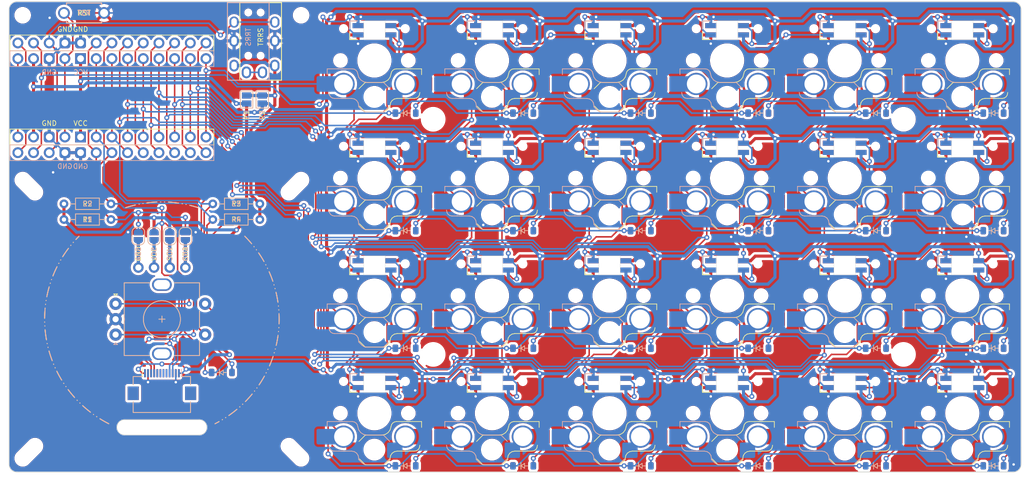
<source format=kicad_pcb>
(kicad_pcb (version 20221018) (generator pcbnew)
  (layers (0 "F.Cu" signal) (31 "B.Cu" signal) (34 "B.Paste" user) (35 "F.Paste" user) (36 "B.SilkS" user "B.Silkscreen") (37 "F.SilkS" user "F.Silkscreen") (38 "B.Mask" user) (39 "F.Mask" user) (44 "Edge.Cuts" user))
  (net 0 "")
  (net 1 "row0")
  (net 2 "Net-(D1-Pad2)")
  (net 3 "row1")
  (net 4 "Net-(D2-Pad2)")
  (net 5 "row2")
  (net 6 "Net-(D3-Pad2)")
  (net 7 "row3")
  (net 8 "Net-(D4-Pad2)")
  (net 9 "Net-(D5-Pad2)")
  (net 10 "Net-(D6-Pad2)")
  (net 11 "Net-(D7-Pad2)")
  (net 12 "Net-(D8-Pad2)")
  (net 13 "Net-(D9-Pad2)")
  (net 14 "Net-(D10-Pad2)")
  (net 15 "Net-(D11-Pad2)")
  (net 16 "Net-(D12-Pad2)")
  (net 17 "Net-(D13-Pad2)")
  (net 18 "Net-(D14-Pad2)")
  (net 19 "Net-(D15-Pad2)")
  (net 20 "Net-(D16-Pad2)")
  (net 21 "Net-(D17-Pad2)")
  (net 22 "Net-(D18-Pad2)")
  (net 23 "Net-(D19-Pad2)")
  (net 24 "Net-(D20-Pad2)")
  (net 25 "Net-(D21-Pad2)")
  (net 26 "Net-(D22-Pad2)")
  (net 27 "Net-(D23-Pad2)")
  (net 28 "Net-(D24-Pad2)")
  (net 29 "col0")
  (net 30 "col1")
  (net 31 "col2")
  (net 32 "col3")
  (net 33 "col4")
  (net 34 "col5")
  (net 35 "GND")
  (net 36 "SDA")
  (net 37 "SCL")
  (net 38 "X{slash}A")
  (net 39 "SGN")
  (net 40 "RST")
  (net 41 "unconnected-(U1-?-Pad26)")
  (net 42 "unconnected-(T1-S{slash}No-Pad4)")
  (net 43 "Y{slash}B")
  (net 44 "col6")
  (net 45 "+3V3")
  (net 46 "+5V")
  (net 47 "unconnected-(U1-?-Pad1)")
  (net 48 "VCC")
  (net 49 "Net-(L1-DOUT)")
  (net 66 "unconnected-(U1-5{slash}PC6-Pad9)")
  (net 67 "Net-(J1-Pin_1)")
  (net 68 "Net-(J1-Pin_2)")
  (net 69 "Net-(J1-Pin_3)")
  (net 70 "Net-(J1-Pin_4)")
  (net 71 "RGB")
  (net 72 "Net-(L2-DOUT)")
  (net 73 "Net-(L3-DOUT)")
  (net 74 "Net-(L5-DOUT)")
  (net 75 "Net-(L10-DIN)")
  (net 76 "Net-(L10-DOUT)")
  (net 77 "Net-(L11-DOUT)")
  (net 78 "Net-(L12-DOUT)")
  (net 79 "Net-(L13-DOUT)")
  (net 80 "Net-(L13-DIN)")
  (net 81 "Net-(L14-DIN)")
  (net 82 "Net-(L17-DOUT)")
  (net 83 "Net-(L19-DOUT)")
  (net 84 "Net-(SW25-SW)")
  (net 85 "unconnected-(L21-DOUT-Pad2)")
  (net 86 "Net-(L7-DIN)")
  (net 87 "Net-(L6-DIN)")
  (net 88 "Net-(L5-DIN)")
  (net 89 "Net-(L4-DOUT)")
  (net 90 "Net-(L23-DIN)")
  (net 91 "Net-(L22-DIN)")
  (net 92 "Net-(L21-DIN)")
  (net 93 "Net-(L20-DOUT)")
  (net 94 "Net-(L18-DOUT)")
  (net 95 "Net-(L15-DIN)")
  (footprint "MountingHole:MountingHole_3.5mm" (layer "F.Cu") (at 183.375 86.15)
    (fp_text reference "H4" hide)
    (fp_text value "Hole 3.5mm")
  )
  (footprint "DreaM117er-keebLibrary:D_SOD-123_dual" (layer "F.Cu") (at 159.850167 47.050499)
    (fp_text reference "D13" hide)
    (fp_text value "1N4148_SMD")
  )
  (footprint "MountingHole:MountingHole_2.2mm_M2" (layer "F.Cu") (at 84.775 58.886 45)
    (fp_text reference "H10" hide)
    (fp_text value "M2")
  )
  (footprint "DreaM117er-keebLibrary:D_SOD-123_dual" (layer "F.Cu") (at 178.9 104.2)
    (fp_text reference "D20" hide)
    (fp_text value "1N4148_SMD")
  )
  (footprint "Resistor_THT:R_Axial_DIN0204_L3.6mm_D1.6mm_P7.62mm_Horizontal" (layer "F.Cu") (at 79.085 61.753 180)
    (fp_text reference "R3")
    (fp_text value "10K")
  )
  (footprint "DreaM117er-keebLibrary:SW_Choc_KLP12_Hotswap_1.00u_dual" (layer "F.Cu") (at 154.800167 95.675499 180)
    (fp_text reference "SW16")
    (fp_text value "SW_Push")
  )
  (footprint "MountingHole:MountingHole_2.2mm_M2" (layer "F.Cu") (at 85.775 31.2)
    (fp_text reference "H7" hide)
    (fp_text value "M2")
  )
  (footprint "DreaM117er-keebLibrary:D_SOD-123_dual" (layer "F.Cu") (at 102.700167 47.050499)
    (fp_text reference "D1" hide)
    (fp_text value "1N4148_SMD")
  )
  (footprint "MountingHole:MountingHole_3.5mm" (layer "F.Cu") (at 107.175 48.05)
    (fp_text reference "H1" hide)
    (fp_text value "Hole 3.5mm")
  )
  (footprint "DreaM117er-keebLibrary:D_SOD-123_dual" (layer "F.Cu") (at 178.900167 66.100499)
    (fp_text reference "D18" hide)
    (fp_text value "1N4148_SMD")
  )
  (footprint "DreaM117er-keebLibrary:SW_Choc_KLP12_Hotswap_1.00u_dual" (layer "F.Cu") (at 97.650167 76.625499 180)
    (fp_text reference "SW3")
    (fp_text value "SW_Push")
  )
  (footprint "DreaM117er-keebLibrary:SW_Choc_KLP12_Hotswap_1.00u_dual" (layer "F.Cu") (at 97.650167 95.675499 180)
    (fp_text reference "SW4")
    (fp_text value "SW_Push")
  )
  (footprint "DreaM117er-keebLibrary:D_SOD-123_dual" (layer "F.Cu") (at 197.950167 66.100499)
    (fp_text reference "D22" hide)
    (fp_text value "1N4148_SMD")
  )
  (footprint "DreaM117er-keebLibrary:SW_Choc_KLP12_Hotswap_1.00u_dual" (layer "F.Cu") (at 97.650167 38.525499 180)
    (fp_text reference "SW1")
    (fp_text value "SW_Push")
  )
  (footprint "DreaM117er-keebLibrary:D_SOD-123_dual" (layer "F.Cu") (at 121.750167 66.100499)
    (fp_text reference "D6" hide)
    (fp_text value "1N4148_SMD")
  )
  (footprint "DreaM117er-keebLibrary:SW_Choc_KLP12_Hotswap_1.00u_dual" (layer "F.Cu") (at 116.700168 76.625498 180)
    (fp_text reference "SW7")
    (fp_text value "SW_Push")
  )
  (footprint "DreaM117er-keebLibrary:TRRS-PJ-320A, dual side x2" (layer "F.Cu") (at 78.214 29.15)
    (fp_text reference "T1" hide)
    (fp_text value "AudioJack4" hide)
  )
  (footprint "MountingHole:MountingHole_3.5mm" (layer "F.Cu") (at 107.175 86.15)
    (fp_text reference "H2" hide)
    (fp_text value "Hole 3.5mm")
  )
  (footprint "DreaM117er-keebLibrary:SW_Choc_KLP12_Hotswap_1.00u_dual" (layer "F.Cu") (at 135.750167 38.525499 180)
    (fp_text reference "SW9")
    (fp_text value "SW_Push")
  )
  (footprint "DreaM117er-keebLibrary:D_SOD-123_dual" (layer "F.Cu") (at 102.700167 66.100499)
    (fp_text reference "D2" hide)
    (fp_text value "1N4148_SMD")
  )
  (footprint "DreaM117er-keebLibrary:D_SOD-123_dual" (layer "F.Cu") (at 121.750168 85.150498)
    (fp_text reference "D7" hide)
    (fp_text value "1N4148_SMD")
  )
  (footprint "DreaM117er-keebLibrary:SW_Choc_KLP12_Hotswap_1.00u_dual" (layer "F.Cu") (at 173.850167 38.525499 180)
    (fp_text reference "SW17")
    (fp_text value "SW_Push")
  )
  (footprint "DreaM117er-keebLibrary:SW_Choc_KLP12_Hotswap_1.00u_dual" (layer "F.Cu") (at 192.900167 57.575499 180)
    (fp_text reference "SW22")
    (fp_text value "SW_Push")
  )
  (footprint "MountingHole:MountingHole_2.2mm_M2" (layer "F.Cu") (at 40.661 31.2)
    (fp_text reference "H6" hide)
    (fp_text value "M2")
  )
  (footprint "DreaM117er-keebLibrary:SW_Choc_KLP12_Hotswap_1.00u_dual" (layer "F.Cu") (at 192.900167 38.525499 180)
    (fp_text reference "SW21")
    (fp_text value "SW_Push")
  )
  (footprint "DreaM117er-keebLibrary:D_SOD-123_dual" (layer "F.Cu") (at 178.900167 85.150499)
    (fp_text reference "D19" hide)
    (fp_text value "1N4148_SMD")
  )
  (footprint "MountingHole:MountingHole_3.5mm" (layer "F.Cu") (at 183.375 48.05)
    (fp_text reference "H3" hide)
    (fp_text value "Hole 3.5mm")
  )
  (footprint "Jumper:SolderJumper-2_P1.3mm_Open_RoundedPad1.0x1.5mm" (layer "F.Cu") (at 67.0275 66.993 90)
    (fp_text reference "JP5" hide)
    (fp_text value "PWR1")
  )
  (footprint "DreaM117er-keebLibrary:SW_Choc_KLP12_Hotswap_1.00u_dual" (layer "F.Cu") (at 192.900167 76.625499 180)
    (fp_text reference "SW23")
    (fp_text value "SW_Push")
  )
  (footprint "DreaM117er-keebLibrary:D_SOD-123_dual" (layer "F.Cu") (at 140.800167 104.200499)
    (fp_text reference "D12" hide)
    (fp_text value "1N4148_SMD")
  )
  (footprint "DreaM117er-keebLibrary:D_SOD-123_dual" (layer "F.Cu") (at 72.921 89.075)
    (fp_text reference "D25" hide)
    (fp_text value "1N4148_SMD")
  )
  (footprint "DreaM117er-keebLibrary:SW_Choc_KLP12_Hotswap_1.00u_dual" (layer "F.Cu") (at 173.850167 57.575499 180)
    (fp_text reference "SW18")
    (fp_text value "SW_Push")
  )
  (footprint "DreaM117er-keebLibrary:D_SOD-123_dual" (layer "F.Cu") (at 102.700167 104.200499)
    (fp_text reference "D4" hide)
    (fp_text value "1N4148_SMD")
  )
  (footprint "DreaM117er-keebLibrary:D_SOD-123_dual" (layer "F.Cu") (at 159.850167 66.100499)
    (fp_text reference "D14" hide)
    (fp_text value "1N4148_SMD")
  )
  (footprint "DreaM117er-keebLibrary:D_SOD-123_dual" (layer "F.Cu") (at 140.800167 85.150499)
    (fp_text reference "D11" hide)
    (fp_text value "1N4148_SMD")
  )
  (footprint "DreaM117er-keebLibrary:D_SOD-123_dual" (layer "F.Cu") (at 140.800167 66.100499)
    (fp_text reference "D10" hide)
    (fp_text value "1N4148_SMD")
  )
  (footprint "DreaM117er-keebLibrary:RotaryEncoder_EC11" (layer "F.Cu") (at 63.218 80.443)
    (fp_text reference "SW25")
    (fp_text value "EC-11")
  )
  (footprint "DreaM117er-keebLibrary:SW_Choc_KLP12_Hotswap_1.00u_dual" (layer "F.Cu") (at 154.800167 38.525499 180)
    (fp_text reference "SW13")
    (fp_text value "SW_Push")
  )
  (footprint "Resistor_THT:R_Axial_DIN0204_L3.6mm_D1.6mm_P7.62mm_Horizontal" (layer "F.Cu") (at 47.351 64.293)
    (fp_text reference "R1" hide)
    (fp_text value "4.7k")
  )
  (footprint "MountingHole:MountingHole_2.2mm_M2" (layer "F.Cu") (at 41.661 102 -135)
    (fp_text reference "H9" hide)
    (fp_text value "M2")
  )
  (footprint "DreaM117er-keebLibrary:SW_Choc_KLP12_Hotswap_1.00u_dual" (layer "F.Cu") (at 135.750167 95.675499 180)
    (fp_text reference "SW12")
    (fp_text value "SW_Push")
  )
  (footprint "DreaM117er-keebLibrary:D_SOD-123_dual" (layer "F.Cu") (at 159.850167 104.200499)
    (fp_text reference "D16" hide)
    (fp_text value "1N4148_SMD")
  )
  (footprint "DreaM117er-keebLibrary:D_SOD-123_dual" (layer "F.Cu") (at 178.900167 47.050499)
    (fp_text reference "D17" hide)
    (fp_text value "1N4148_SMD")
  )
  (footprint "Jumper:SolderJumper-2_P1.3mm_Open_RoundedPad1.0x1.5mm" (layer "F.Cu") (at 61.9475 66.993 90)
    (fp_text reference "JP7" hide)
    (fp_text value "PWR1")
  )
  (footprint "Jumper:SolderJumper-2_P1.3mm_Open_Pad1.0x1.5mm" (layer "F.Cu") (at 76.944 44.85 90)
    (fp_text reference "JP1" hide)
    (fp_text value "PWR1")
  )
  (footprint "DreaM117er-keebLibrary:Trackpad_Cirque_TM040040" (layer "F.Cu") (at 63.218 80.443 -90)
    (fp_text reference "H5" hide)
    (fp_text value "TM040040")
  )
  (footprint "Jumper:SolderJumper-2_P1.3mm_Open_Pad1.0x1.5mm" (layer "F.Cu") (at 79.484 44.85 90)
    (fp_text reference "JP2" hide)
    (fp_text value "PWR1")
  )
  (footprint "DreaM117er-keebLibrary:ResetSW_1side" (layer "F.Cu") (at 50.601 30.823)
    (fp_text reference "RST1" hide)
    (fp_text value "SW_Push" hide)
  )
  (footprint "DreaM117er-keebLibrary:SW_Choc_KLP12_Hotswap_1.00u_dual" (layer "F.Cu") (at 154.800167 57.575499 180)
    (fp_text reference "SW14")
    (fp_text value "SW_Push")
  )
  (footprint "DreaM117er-keebLibrary:D_SOD-123_dual" (layer "F.Cu") (at 102.700167 85.150499)
    (fp_text reference "D3" hide)
    (fp_text value "1N4148_SMD")
  )
  (footprint "DreaM117er-keebLibrary:SW_Choc_KLP12_Hotswap_1.00u_dual" (layer "F.Cu") (at 116.700167 38.525499 180)
    (fp_text reference "SW5")
    (fp_text value "SW_Push")
  )
  (footprint "DreaM117er-keebLibrary:SW_Choc_KLP12_Hotswap_1.00u_dual" (layer "F.Cu") (at 135.750167 76.625499 180)
    (fp_text reference "SW11")
    (fp_text value "SW_Push")
  )
  (footprint "DreaM117er-keebLibrary:D_SOD-123_dual" (layer "F.Cu") (at 159.850167 85.150499)
    (fp_text reference "D15" hide)
    (fp_text value "1N4148_SMD")
  )
  (footprint "Resistor_THT:R_Axial_DIN0204_L3.6mm_D1.6mm_P7.62mm_Horizontal" (layer "F.Cu") (at 79.085 64.293 180)
    (fp_text reference "R4")
    (fp_text value "10K")
  )
  (footprint "DreaM117er-keebLibrary:SW_Choc_KLP12_Hotswap_1.00u_dual" (layer "F.Cu") (at 173.850167 95.675499 180)
    (fp_text reference "SW20")
    (fp_text value "SW_Push")
  )
  (footprint "DreaM117er-keebLibrary:SW_Choc_KLP12_Hotswap_1.00u_dual" (layer "F.Cu") (at 154.800167 76.625499 180)
    (fp_text reference "SW15")
    (fp_text value "SW_Push")
  )
  (footprint "MountingHole:MountingHole_2.2mm_M2" (layer "F.Cu") (at 41.661 58.886 135)
    (fp_text reference "H8" hide)
    (fp_text value "M2")
  )
  (footprint "DreaM117er-keebLibrary:D_SOD-123_dual" (layer "F.Cu") (at 121.750167 104.200499)
    (fp_text reference "D8" hide)
    (fp_text value "1N4148_SMD")
  )
  (footprint "DreaM117er-keebLibrary:SW_Choc_KLP12_Hotswap_1.00u_dual" (layer "F.Cu") (at 135.750167 57.575499 180)
    (fp_text reference "SW10")
    (fp_text value "SW_Push")
  )
  (footprint "DreaM117er-keebLibrary:D_SOD-123_dual" (layer "F.Cu") (at 140.800167 47.050499)
    (fp_text reference "D9" hide)
    (fp_text value "1N4148_SMD")
  )
  (footprint "DreaM117er-keebLibrary:D_SOD-123_dual" (layer "F.Cu") (at 197.950168 104.200498)
    (fp_text reference "D24" hide)
    (fp_text value "1N4148_SMD")
  )
  (footprint "DreaM117er-keebLibrary:PinHeader_1x04_P2.54mm_Vertical" (layer "F.Cu") (at 67.0275 72.073 -90)
    (fp_text reference "J1" hide)
    (fp_text value "I2C" hide)
  )
  (footprint "DreaM117er-keebLibrary:SW_Choc_KLP12_Hotswap_1.00u_dual" (layer "F.Cu") (at 116.700167 57.575499 180)
    (fp_text reference "SW6")
    (fp_text value "SW_Push")
  )
  (footprint "DreaM117er-keebLibrary:Hirose_FH12-12S-0.5SH_1x12-1MP_P0.50mm_Horizontal" (layer "F.Cu") (at 63.221 91.043)
    (fp_text reference "J2" hide)
    (fp_text value "FPC12p")
  )
  (footprint "MountingHole:MountingHole_2.2mm_M2" (layer "F.Cu") (at 84.775 102 135)
    (fp_text reference "H11" hide)
    (fp_text value "M2")
  )
  (footprint "Resistor_THT:R_Axial_DIN0204_L3.6mm_D1.6mm_P7.62mm_Horizontal" (layer "F.Cu") (at 47.351 61.753)
    (fp_text reference "R2" hide)
    (fp_text value "4.7k")
  )
  (footprint "DreaM117er-keebLibrary:D_SOD-123_dual" (layer "F.Cu") (at 197.950167 47.050499)
    (fp_text reference "D21" hide)
    (fp_text value "1N4148_SMD")
  )
  (footprint "DreaM117er-keebLibrary:D_SOD-123_dual" (layer "F.Cu") (at 121.750167 47.050499)
    (fp_text reference "D5" hide)
    (fp_text value "1N4148_SMD")
  )
  (footprint "DreaM117er-keebLibrary:SW_Choc_KLP12_Hotswap_1.00u_dual" (layer "F.Cu") (at 97.650167 57.575499 180)
    (fp_text reference "SW2")
    (fp_text value "SW_Push")
  )
  (footprint "DreaM117er-keebLibrary:D_SOD-123_dual" (layer "F.Cu") (at 197.950167 85.150499)
    (fp_text reference "D23" hide)
    (fp_text value "1N4148_SMD")
  )
  (footprint "DreaM117er-keebLibrary:SW_Choc_KLP12_Hotswap_1.00u_dual" (layer "F.Cu") (at 192.900168 95.675498 180)
    (fp_text reference "SW24")
    (fp_text value "SW_Push")
  )
  (footprint "DreaM117er-keebLibrary:SW_Choc_KLP12_Hotswap_1.00u_dual" (layer "F.Cu") (at 116.700167 95.675499 180)
    (fp_text reference "SW8")
    (fp_text value "SW_Push")
  )
  (footprint "Jumper:SolderJumper-2_P1.3mm_Open_RoundedPad1.0x1.5mm" (layer "F.Cu") (at 64.4875 66.993 90)
    (fp_text reference "JP6" hide)
    (fp_text value "PWR1")
  )
  (footprint "Jumper:SolderJumper-2_P1.3mm_Open_RoundedPad1.0x1.5mm" (layer "F.Cu") (at 59.4075 66.993 90)
    (fp_text reference "JP8" hide)
    (fp_text value "PWR1")
  )
  (footprint "DreaM117er-keebLibrary:SW_Choc_KLP12_Hotswap_1.00u_dual" (layer "F.Cu") (at 173.850167 76.625499 180)
    (fp_text reference "SW19")
    (fp_text value "SW_Push")
  )
  (footprint "Jumper:SolderJumper-2_P1.3mm_Open_RoundedPad1.0x1.5mm" (layer "B.Cu") (at 67.0275 66.993 90)
    (fp_text reference "JP9" hide)
    (fp_text value "PWR1")
  )
  (footprint "DreaM117er-keebLibrary:LED_SK6812MINI-E_dual" (layer "B.Cu") (at 116.700167 33.625499)
    (fp_text reference "L5")
    (fp_text value "SK6812Mini-E" hide)
    (fp_line (start -1.75 -1.55) (end -1.75 1.55) (stroke (width 0.05)) (layer "Edge.Cuts"))
    (fp_line (start -1.75 1.55) (end 1.75 1.55) (stroke (width 0.05)) (layer "Edge.Cuts"))
    (fp_line (start 1.75 -1.55) (end -1.75 -1.55) (stroke (width 0.05)) (layer "Edge.Cuts"))
    (fp_line (start 1.75 1.55) (end 1.75 -1.55) (stroke (width 0.05)) (layer "Edge.Cuts"))
  )
  (footprint "DreaM117er-keebLibrary:LED_SK6812MINI-E_dual" (layer "B.Cu") (at 154.800167 33.625499)
    (fp_text reference "L13")
    (fp_text value "SK6812Mini-E" hide)
    (fp_line (start -1.75 -1.55) (end -1.75 1.55) (stroke (width 0.05)) (layer "Edge.Cuts"))
    (fp_line (start -1.75 1.55) (end 1.75 1.55) (stroke (width 0.05)) (layer "Edge.Cuts"))
    (fp_line (start 1.75 -1.55) (end -1.75 -1.55) (stroke (width 0.05)) (layer "Edge.Cuts"))
    (fp_line (start 1.75 1.55) (end 1.75 -1.55) (stroke (width 0.05)) (layer "Edge.Cuts"))
  )
  (footprint "Jumper:SolderJumper-2_P1.3mm_Open_RoundedPad1.0x1.5mm" (layer "B.Cu") (at 59.4075 66.993 90)
    (fp_text reference "JP12" hide)
    (fp_text value "PWR1")
  )
  (footprint "DreaM117er-keebLibrary:LED_SK6812MINI-E_dual" (layer "B.Cu") (at 135.750167 71.725499)
    (fp_text reference "L11")
    (fp_text value "SK6812Mini-E" hide)
    (fp_line (start -1.75 -1.55) (end -1.75 1.55) (stroke (width 0.05)) (layer "Edge.Cuts"))
    (fp_line (start -1.75 1.55) (end 1.75 1.55) (stroke (width 0.05)) (layer "Edge.Cuts"))
    (fp_line (start 1.75 -1.55) (end -1.75 -1.55) (stroke (width 0.05)) (layer "Edge.Cuts"))
    (fp_line (start 1.75 1.55) (end 1.75 -1.55) (stroke (width 0.05)) (layer "Edge.Cuts"))
  )
  (footprint "DreaM117er-keebLibrary:LED_SK6812MINI-E_dual" (layer "B.Cu") (at 192.900167 71.725499)
    (fp_text reference "L23")
    (fp_text value "SK6812Mini-E" hide)
    (fp_line (start -1.75 -1.55) (end -1.75 1.55) (stroke (width 0.05)) (layer "Edge.Cuts"))
    (fp_line (start -1.75 1.55) (end 1.75 1.55) (stroke (width 0.05)) (layer "Edge.Cuts"))
    (fp_line (start 1.75 -1.55) (end -1.75 -1.55) (stroke (width 0.05)) (layer "Edge.Cuts"))
    (fp_line (start 1.75 1.55) (end 1.75 -1.55) (stroke (width 0.05)) (layer "Edge.Cuts"))
  )
  (footprint "Jumper:SolderJumper-2_P1.3mm_Open_Pad1.0x1.5mm" (layer "B.Cu") (at 76.944 44.85 90)
    (fp_text reference "JP3" hide)
    (fp_text value "PWR1" hide)
  )
  (footprint "DreaM117er-keebLibrary:LED_SK6812MINI-E_dual" (layer "B.Cu") (at 135.750167 52.675499)
    (fp_text reference "L10")
    (fp_text value "SK6812Mini-E" hide)
    (fp_line (start -1.75 -1.55) (end -1.75 1.55) (stroke (width 0.05)) (layer "Edge.Cuts"))
    (fp_line (start -1.75 1.55) (end 1.75 1.55) (stroke (width 0.05)) (layer "Edge.Cuts"))
    (fp_line (start 1.75 -1.55) (end -1.75 -1.55) (stroke (width 0.05)) (layer "Edge.Cuts"))
    (fp_line (start 1.75 1.55) (end 1.75 -1.55) (stroke (width 0.05)) (layer "Edge.Cuts"))
  )
  (footprint "DreaM117er-keebLibrary:LED_SK6812MINI-E_dual" (layer "B.Cu") (at 154.800167 90.775499)
    (fp_text reference "L16")
    (fp_text value "SK6812Mini-E" hide)
    (fp_line (start -1.75 -1.55) (end -1.75 1.55) (stroke (width 0.05)) (layer "Edge.Cuts"))
    (fp_line (start -1.75 1.55) (end 1.75 1.55) (stroke (width 0.05)) (layer "Edge.Cuts"))
    (fp_line (start 1.75 -1.55) (end -1.75 -1.55) (stroke (width 0.05)) (layer "Edge.Cuts"))
    (fp_line (start 1.75 1.55) (end 1.75 -1.55) (stroke (width 0.05)) (layer "Edge.Cuts"))
  )
  (footprint "DreaM117er-keebLibrary:LED_SK6812MINI-E_dual" (layer "B.Cu") (at 173.850167 33.625499)
    (fp_text reference "L17")
    (fp_text value "SK6812Mini-E" hide)
    (fp_line (start -1.75 -1.55) (end -1.75 1.55) (stroke (width 0.05)) (layer "Edge.Cuts"))
    (fp_line (start -1.75 1.55) (end 1.75 1.55) (stroke (width 0.05)) (layer "Edge.Cuts"))
    (fp_line (start 1.75 -1.55) (end -1.75 -1.55) (stroke (width 0.05)) (layer "Edge.Cuts"))
    (fp_line (start 1.75 1.55) (end 1.75 -1.55) (stroke (width 0.05)) (layer "Edge.Cuts"))
  )
  (footprint "DreaM117er-keebLibrary:LED_SK6812MINI-E_dual" (layer "B.Cu") (at 173.850167 52.675499)
    (fp_text reference "L18")
    (fp_text value "SK6812Mini-E" hide)
    (fp_line (start -1.75 -1.55) (end -1.75 1.55) (stroke (width 0.05)) (layer "Edge.Cuts"))
    (fp_line (start -1.75 1.55) (end 1.75 1.55) (stroke (width 0.05)) (layer "Edge.Cuts"))
    (fp_line (start 1.75 -1.55) (end -1.75 -1.55) (stroke (width 0.05)) (layer "Edge.Cuts"))
    (fp_line (start 1.75 1.55) (end 1.75 -1.55) (stroke (width 0.05)) (layer "Edge.Cuts"))
  )
  (footprint "Jumper:SolderJumper-2_P1.3mm_Open_RoundedPad1.0x1.5mm" (layer "B.Cu") (at 61.9475 66.993 90)
    (fp_text reference "JP11" hide)
    (fp_text value "PWR1")
  )
  (footprint "Jumper:SolderJumper-2_P1.3mm_Open_RoundedPad1.0x1.5mm" (layer "B.Cu") (at 64.4875 66.993 90)
    (fp_text reference "JP10" hide)
    (fp_text value "PWR1")
  )
  (footprint "DreaM117er-keebLibrary:LED_SK6812MINI-E_dual" (layer "B.Cu") (at 192.900167 90.775499)
    (fp_text reference "L24")
    (fp_text value "SK6812Mini-E" hide)
    (fp_line (start -1.75 -1.55) (end -1.75 1.55) (stroke (width 0.05)) (layer "Edge.Cuts"))
    (fp_line (start -1.75 1.55) (end 1.75 1.55) (stroke (width 0.05)) (layer "Edge.Cuts"))
    (fp_line (start 1.75 -1.55) (end -1.75 -1.55) (stroke (width 0.05)) (layer "Edge.Cuts"))
    (fp_line (start 1.75 1.55) (end 1.75 -1.55) (stroke (width 0.05)) (layer "Edge.Cuts"))
  )
  (footprint "Jumper:SolderJumper-2_P1.3mm_Open_Pad1.0x1.5mm" (layer "B.Cu") (at 79.484 44.85 90)
    (fp_text reference "JP4" hide)
    (fp_text value "PWR1" hide)
  )
  (footprint "DreaM117er-keebLibrary:LED_SK6812MINI-E_dual" (layer "B.Cu") (at 97.650167 52.675499)
    (fp_text reference "L2")
    (fp_text value "SK6812Mini-E" hide)
    (fp_line (start -1.75 -1.55) (end -1.75 1.55) (stroke (width 0.05)) (layer "Edge.Cuts"))
    (fp_line (start -1.75 1.55) (end 1.75 1.55) (stroke (width 0.05)) (layer "Edge.Cuts"))
    (fp_line (start 1.75 -1.55) (end -1.75 -1.55) (stroke (width 0.05)) (layer "Edge.Cuts"))
    (fp_line (start 1.75 1.55) (end 1.75 -1.55) (stroke (width 0.05)) (layer "Edge.Cuts"))
  )
  (footprint "DreaM117er-keebLibrary:LED_SK6812MINI-E_dual" (layer "B.Cu") (at 154.800167 71.725499)
    (fp_text reference "L15")
    (fp_text value "SK6812Mini-E" hide)
    (fp_line (start -1.75 -1.55) (end -1.75 1.55) (stroke (width 0.05)) (layer "Edge.Cuts"))
    (fp_line (start -1.75 1.55) (end 1.75 1.55) (stroke (width 0.05)) (layer "Edge.Cuts"))
    (fp_line (start 1.75 -1.55) (end -1.75 -1.55) (stroke (width 0.05)) (layer "Edge.Cuts"))
    (fp_line (start 1.75 1.55) (end 1.75 -1.55) (stroke (width 0.05)) (layer "Edge.Cuts"))
  )
  (footprint "DreaM117er-keebLibrary:LED_SK6812MINI-E_dual" (layer "B.Cu") (at 192.900167 33.625499)
    (fp_text reference "L21")
    (fp_text value "SK6812Mini-E" hide)
    (fp_line (start -1.75 -1.55) (end -1.75 1.55) (stroke (width 0.05)) (layer "Edge.Cuts"))
    (fp_line (start -1.75 1.55) (end 1.75 1.55) (stroke (width 0.05)) (layer "Edge.Cuts"))
    (fp_line (start 1.75 -1.55) (end -1.75 -1.55) (stroke (width 0.05)) (layer "Edge.Cuts"))
    (fp_line (start 1.75 1.55) (end 1.75 -1.55) (stroke (width 0.05)) (layer "Edge.Cuts"))
  )
  (footprint "DreaM117er-keebLibrary:LED_SK6812MINI-E_dual" (layer "B.Cu") (at 116.700167 90.775499)
    (fp_text reference "L8")
    (fp_text value "SK6812Mini-E" hide)
    (fp_line (start -1.75 -1.55) (end -1.75 1.55) (stroke (width 0.05)) (layer "Edge.Cuts"))
    (fp_line (start -1.75 1.55) (end 1.75 1.55) (stroke (width 0.05)) (layer "Edge.Cuts"))
    (fp_line (start 1.75 -1.55) (end -1.75 -1.55) (stroke (width 0.05)) (layer "Edge.Cuts"))
    (fp_line (start 1.75 1.55) (end 1.75 -1.55) (stroke (width 0.05)) (layer "Edge.Cuts"))
  )
  (footprint "DreaM117er-keebLibrary:LED_SK6812MINI-E_dual" (layer "B.Cu") (at 135.750167 33.625499)
    (fp_text reference "L9")
    (fp_text value "SK6812Mini-E" hide)
    (fp_line (start -1.75 -1.55) (end -1.75 1.55) (stroke (width 0.05)) (layer "Edge.Cuts"))
    (fp_line (start -1.75 1.55) (end 1.75 1.55) (stroke (width 0.05)) (layer "Edge.Cuts"))
    (fp_line (start 1.75 -1.55) (end -1.75 -1.55) (stroke (width 0.05)) (layer "Edge.Cuts"))
    (fp_line (start 1.75 1.55) (end 1.75 -1.55) (stroke (width 0.05)) (layer "Edge.Cuts"))
  )
  (footprint "DreaM117er-keebLibrary:LED_SK6812MINI-E_dual" (layer "B.Cu") (at 173.850167 90.775499)
    (fp_text reference "L20")
    (fp_text value "SK6812Mini-E" hide)
    (fp_line (start -1.75 -1.55) (end -1.75 1.55) (stroke (width 0.05)) (layer "Edge.Cuts"))
    (fp_line (start -1.75 1.55) (end 1.75 1.55) (stroke (width 0.05)) (layer "Edge.Cuts"))
    (fp_line (start 1.75 -1.55) (end -1.75 -1.55) (stroke (width 0.05)) (layer "Edge.Cuts"))
    (fp_line (start 1.75 1.55) (end 1.75 -1.55) (stroke (width 0.05)) (layer "Edge.Cuts"))
  )
  (footprint "DreaM117er-keebLibrary:LED_SK6812MINI-E_dual" (layer "B.Cu") (at 154.800167 52.675499)
    (fp_text reference "L14")
    (fp_text value "SK6812Mini-E" hide)
    (fp_line (start -1.75 -1.55) (end -1.75 1.55) (stroke (width 0.05)) (layer "Edge.Cuts"))
    (fp_line (start -1.75 1.55) (end 1.75 1.55) (stroke (width 0.05)) (layer "Edge.Cuts"))
    (fp_line (start 1.75 -1.55) (end -1.75 -1.55) (stroke (width 0.05)) (layer "Edge.Cuts"))
    (fp_line (start 1.75 1.55) (end 1.75 -1.55) (stroke (width 0.05)) (layer "Edge.Cuts"))
  )
  (footprint "DreaM117er-keebLibrary:LED_SK6812MINI-E_dual" (layer "B.Cu") (at 116.700167 52.675499)
    (fp_text reference "L6")
    (fp_text value "SK6812Mini-E" hide)
    (fp_line (start -1.75 -1.55) (end -1.75 1.55) (stroke (width 0.05)) (layer "Edge.Cuts"))
    (fp_line (start -1.75 1.55) (end 1.75 1.55) (stroke (width 0.05)) (layer "Edge.Cuts"))
    (fp_line (start 1.75 -1.55) (end -1.75 -1.55) (stroke (width 0.05)) (layer "Edge.Cuts"))
    (fp_line (start 1.75 1.55) (end 1.75 -1.55) (stroke (width 0.05)) (layer "Edge.Cuts"))
  )
  (footprint "DreaM117er-keebLibrary:LED_SK6812MINI-E_dual" (layer "B.Cu") (at 192.900167 52.675499)
    (fp_text reference "L22")
    (fp_text value "SK6812Mini-E" hide)
    (fp_line (start -1.75 -1.55) (end -1.75 1.55) (stroke (width 0.05)) (layer "Edge.Cuts"))
    (fp_line (start -1.75 1.55) (end 1.75 1.55) (stroke (width 0.05)) (layer "Edge.Cuts"))
    (fp_line (start 1.75 -1.55) (end -1.75 -1.55) (stroke (width 0.05)) (layer "Edge.Cuts"))
    (fp_line (start 1.75 1.55) (end 1.75 -1.55) (stroke (width 0.05)) (layer "Edge.Cuts"))
  )
  (footprint "DreaM117er-keebLibrary:LED_SK6812MINI-E_dual" (layer "B.Cu") (at 97.650167 71.725499)
    (fp_text reference "L3")
    (fp_text value "SK6812Mini-E" hide)
    (fp_line (start -1.75 -1.55) (end -1.75 1.55) (stroke (width 0.05)) (layer "Edge.Cuts"))
    (fp_line (start -1.75 1.55) (end 1.75 1.55) (stroke (width 0.05)) (layer "Edge.Cuts"))
    (fp_line (start 1.75 -1.55) (end -1.75 -1.55) (stroke (width 0.05)) (layer "Edge.Cuts"))
    (fp_line (start 1.75 1.55) (end 1.75 -1.55) (stroke (width 0.05)) (layer "Edge.Cuts"))
  )
  (footprint "DreaM117er-keebLibrary:LED_SK6812MINI-E_dual" (layer "B.Cu") (at 97.650167 90.775499)
    (fp_text reference "L4")
    (fp_text value "SK6812Mini-E" hide)
    (fp_line (start -1.75 -1.55) (end -1.75 1.55) (stroke (width 0.05)) (layer "Edge.Cuts"))
    (fp_line (start -1.75 1.55) (end 1.75 1.55) (stroke (width 0.05)) (layer "Edge.Cuts"))
    (fp_line (start 1.75 -1.55) (end -1.75 -1.55) (stroke (width 0.05)) (layer "Edge.Cuts"))
    (fp_line (start 1.75 1.55) (end 1.75 -1.55) (stroke (width 0.05)) (layer "Edge.Cuts"))
  )
  (footprint "DreaM117er-keebLibrary:LED_SK6812MINI-E_dual" (layer "B.Cu") (at 135.750167 90.775499)
    (fp_text reference "L12")
    (fp_text value "SK6812Mini-E" hide)
    (fp_line (start -1.75 -1.55) (end -1.75 1.55) (stroke (width 0.05)) (layer "Edge.Cuts"))
    (fp_line (start -1.75 1.55) (end 1.75 1.55) (stroke (width 0.05)) (layer "Edge.Cuts"))
    (fp_line (start 1.75 -1.55) (end -1.75 -1.55) (stroke (width 0.05)) (layer "Edge.Cuts"))
    (fp_line (start 1.75 1.55) (end 1.75 -1.55) (stroke (width 0.05)) (layer "Edge.Cuts"))
  )
  (footprint "DreaM117er-keebLibrary:LED_SK6812MINI-E_dual" (layer "B.Cu") (at 173.850167 71.725499)
    (fp_text reference "L19")
    (fp_text value "SK6812Mini-E" hide)
    (fp_line (start -1.75 -1.55) (end -1.75 1.55) (stroke (width 0.05)) (layer "Edge.Cuts"))
    (fp_line (start -1.75 1.55) (end 1.75 1.55) (stroke (width 0.05)) (layer "Edge.Cuts"))
    (fp_line (start 1.75 -1.55) (end -1.75 -1.55) (stroke (width 0.05)) (layer "Edge.Cuts"))
    (fp_line (start 1.75 1.55) (end 1.75 -1.55) (stroke (width 0.05)) (layer "Edge.Cuts"))
  )
  (footprint "DreaM117er-keebLibrary:LED_SK6812MINI-E_dual" (layer "B.Cu") (at 116.700168 71.725498)
    (fp_text reference "L7")
    (fp_text value "SK6812Mini-E" hide)
    (fp_line (start -1.75 -1.55) (end -1.75 1.55) (stroke (width 0.05)) (layer "Edge.Cuts"))
    (fp_line (start -1.75 1.55) (end 1.75 1.55) (stroke (width 0.05)) (layer "Edge.Cuts"))
    (fp_line (start 1.75 -1.55) (end -1.75 -1.55) (stroke (width 0.05)) (layer "Edge.Cuts"))
    (fp_line (start 1.75 1.55) (end 1.75 -1.55) (stroke (width 0.05)) (layer "Edge.Cuts"))
  )
  (footprint "DreaM117er-keebLibrary:Hirose_FH12-12S-0.5SH_1x12-1MP_P0.50mm_Horizontal" (layer "B.Cu") (at 63.218 91.043 180)
    (fp_text reference "J3" hide)
    (fp_text value "FPC12p")
  )
  (footprint "DreaM117er-keebLibrary:LED_SK6812MINI-E_dual" (layer "B.Cu") (at 97.650167 33.625499)
    (fp_text reference "L1")
    (fp_text value "SK6812Mini-E" hide)
    (fp_line (start -1.75 -1.55) (end -1.75 1.55) (stroke (width 0.05)) (layer "Edge.Cuts"))
    (fp_line (start -1.75 1.55) (end 1.75 1.55) (stroke (width 0.05)) (layer "Edge.Cuts"))
    (fp_line (start 1.75 -1.55) (end -1.75 -1.55) (stroke (width 0.05)) (layer "Edge.Cuts"))
    (fp_line (start 1.75 1.55) (end 1.75 -1.55) (stroke (width 0.05)) (layer "Edge.Cuts"))
  )
  (footprint "DreaM117er-keebLibrary:MCU_ProMicro_13p_dual" (layer "B.Cu") (at 55.611 44.571 -90)
    (fp_text reference "U1")
    (fp_text value "MCU_ProMicro_13p" hide)
  )
  (gr_arc (start 57.344438 62.373655) (mid 63.218 61.443001) (end 69.091562 62.373655) (stroke (width 0.15) (type dash_dot_dot)) (layer "B.SilkS"))
  (gr_arc (start 76.645739 67.000688) (mid 81.983384 83.419627) (end 71.826744 97.380812) (stroke (width 0.15) (type dash_dot_dot)) (layer "B.SilkS"))
  (gr_arc (start 54.609258 97.380811) (mid 44.452618 83.419626) (end 49.790263 67.000687) (stroke (width 0.15) (type dash_dot_dot)) (layer "B.SilkS"))
  (gr_arc (start 54.609258 97.380811) (mid 44.452618 83.419626) (end 49.790263 67.000687) (stroke (width 0.15) (type dash_dot_dot)) (layer "F.SilkS"))
  (gr_arc (start 57.344438 62.373655) (mid 63.218 61.443001) (end 69.091562 62.373655) (stroke (width 0.15) (type dash_dot_dot)) (layer "F.SilkS"))
  (gr_arc (start 76.645739 67.000688) (mid 81.983384 83.419627) (end 71.826744 97.380812) (stroke (width 0.15) (type dash_dot_dot)) (layer "F.SilkS"))
  (gr_line (start 69.271 99.213) (end 57.168 99.213) (stroke (width 0.1)) (layer "Edge.Cuts"))
  (gr_line (start 201.155 29) (end 39.731 29) (stroke (width 0.12)) (layer "Edge.Cuts"))
  (gr_arc (start 39.731 105.2) (mid 38.832974 104.828026) (end 38.461 103.93) (stroke (width 0.12)) (layer "Edge.Cuts"))
  (gr_arc (start 38.461 30.27) (mid 38.832974 29.371974) (end 39.731 29) (stroke (width 0.12)) (layer "Edge.Cuts"))
  (gr_line (start 202.425 103.93) (end 202.425 30.27) (stroke (width 0.12)) (layer "Edge.Cuts"))
  (gr_arc (start 69.271 96.713) (mid 70.521 97.963) (end 69.271 99.213) (stroke (width 0.1)) (layer "Edge.Cuts"))
  (gr_line (start 201.155 105.2) (end 39.731 105.2) (stroke (width 0.12)) (layer "Edge.Cuts"))
  (gr_line (start 38.461 30.27) (end 38.461 103.93) (stroke (width 0.12)) (layer "Edge.Cuts"))
  (gr_arc (start 202.425 103.93) (mid 202.053026 104.828026) (end 201.155 105.2) (stroke (width 0.12)) (layer "Edge.Cuts"))
  (gr_arc (start 57.168 99.213) (mid 55.918 97.963) (end 57.168 96.713) (stroke (width 0.1)) (layer "Edge.Cuts"))
  (gr_arc (start 201.155 29) (mid 202.053026 29.371974) (end 202.425 30.27) (stroke (width 0.12)) (layer "Edge.Cuts"))
  (gr_line (start 69.271 96.713) (end 57.168 96.713) (stroke (width 0.1)) (layer "Edge.Cuts"))
  (segment (start 138.1 47.05) (end 139.149668 47.05) (width 0.25) (layer "F.Cu") (net 1))
  (segment (start 157.15 47.05) (end 158.199668 47.05) (width 0.25) (layer "F.Cu") (net 1))
  (segment (start 120.099668 47.05) (end 120.100167 47.050499) (width 0.25) (layer "F.Cu") (net 1))
  (segment (start 100 47.05) (end 101.049668 47.05) (width 0.25) (layer "F.Cu") (net 1))
  (segment (start 101.049668 47.05) (end 101.050167 47.050499) (width 0.25) (layer "F.Cu") (net 1))
  (segment (start 119.05 47.05) (end 120.099668 47.05) (width 0.25) (layer "F.Cu") (net 1))
  (segment (start 158.199668 47.05) (end 158.200167 47.050499) (width 0.25) (layer "F.Cu") (net 1))
  (segment (start 195.25 47.05) (end 196.299668 47.05) (width 0.25) (layer "F.Cu") (net 1))
  (segment (start 196.299668 47.05) (end 196.300167 47.050499) (width 0.25) (layer "F.Cu") (net 1))
  (segment (start 69.09 36.952) (end 70.361 35.681) (width 0.25) (layer "F.Cu") (net 1))
  (segment (start 177.249668 47.05) (end 177.250167 47.050499) (width 0.25) (layer "F.Cu") (net 1))
  (segment (start 69.09 43.01) (end 69.09 36.952) (width 0.25) (layer "F.Cu") (net 1))
  (segment (start 69.09 52.19) (end 70.361 53.461) (width 0.25) (layer "F.Cu") (net 1))
  (segment (start 69.09 43.01) (end 69.09 52.19) (width 0.25) (layer "F.Cu") (net 1))
  (segment (start 139.149668 47.05) (end 139.150167 47.050499) (width 0.25) (layer "F.Cu") (net 1))
  (segment (start 176.2 47.05) (end 177.249668 47.05) (width 0.25) (layer "F.Cu") (net 1))
  (via (at 195.25 47.05) (size 0.8) (drill 0.4) (layers "F.Cu" "B.Cu") (net 1))
  (via (at 138.1 47.05) (size 0.8) (drill 0.4) (layers "F.Cu" "B.Cu") (net 1))
  (via (at 69.09 43.01) (size 0.8) (drill 0.4) (layers "F.Cu" "B.Cu") (net 1))
  (via (at 157.15 47.05) (size 0.8) (drill 0.4) (layers "F.Cu" "B.Cu") (net 1))
  (via (at 119.05 47.05) (size 0.8) (drill 0.4) (layers "F.Cu" "B.Cu") (net 1))
  (via (at 100 47.05) (size 0.8) (drill 0.4) (layers "F.Cu" "B.Cu") (net 1))
  (via (at 176.2 47.05) (size 0.8) (drill 0.4) (layers "F.Cu" "B.Cu") (net 1))
  (segment (start 128.075 45.125) (end 122.735 45.125) (width 0.25) (layer "B.Cu") (net 1))
  (segment (start 158.200167 47.050499) (end 157.150499 47.050499) (width 0.25) (layer "B.Cu") (net 1))
  (segment (start 149.05 47.05) (end 157.15 47.05) (width 0.25) (layer "B.Cu") (net 1))
  (segment (start 120.809501 47.050499) (end 120.100167 47.050499) (width 0.25) (layer "B.Cu") (net 1))
  (segment (start 196.300167 47.050499) (end 195.250499 47.050499) (width 0.25) (layer "B.Cu") (net 1))
  (segment (start 158.899501 47.050499) (end 160.83 45.12) (width 0.25) (layer "B.Cu") (net 1))
  (segment (start 141.78 45.12) (end 147.12 45.12) (width 0.25) (layer "B.Cu") (net 1))
  (segment (start 101.749501 47.050499) (end 103.675 45.125) (width 0.25) (layer "B.Cu") (net 1))
  (segment (start 185.225 45.125) (end 179.885 45.125) (width 0.25) (layer "B.Cu") (net 1))
  (segment (start 79.175 47.645) (end 79.77 47.05) (width 0.25) (layer "B.Cu") (net 1))
  (segment (start 157.150499 47.050499) (end 157.15 47.05) (width 0.25) (layer "B.Cu") (net 1))
  (segment (start 101.050167 47.050499) (end 101.749501 47.050499) (width 0.25) (layer "B.Cu") (net 1))
  (segment (start 139.150167 47.050499) (end 139.849501 47.050499) (width 0.25) (layer "B.Cu") (net 1))
  (segment (start 168.11 47.05) (end 176.2 47.05) (width 0.25) (layer "B.Cu") (net 1))
  (segment (start 70.52 43.01) (end 75.155 47.645) (width 0.25) (layer "B.Cu") (net 1))
  (segment (start 160.83 45.12) (end 166.18 45.12) (width 0.25) (layer "B.Cu") (net 1))
  (segment (start 79.77 47.05) (end 100 47.05) (width 0.25) (layer "B.Cu") (net 1))
  (segment (start 138.100499 47.050499) (end 138.1 47.05) (width 0.25) (layer "B.Cu") (net 1))
  (segment (start 69.09 43.01) (end 70.52 43.01) (width 0.25) (layer "B.Cu") (net 1))
  (segment (start 195.250499 47.050499) (end 195.25 47.05) (width 0.25) (layer "B.Cu") (net 1))
  (segment (start 139.849501 47.050499) (end 141.78 45.12) (width 0.25) (layer "B.Cu") (net 1))
  (segment (start 120.100167 47.050499) (end 119.050499 47.050499) (width 0.25) (layer "B.Cu") (net 1))
  (segment (start 103.675 45.125) (end 109.025 45.125) (width 0.25) (layer "B.Cu") (net 1))
  (segment (start 119.050499 47.050499) (end 119.05 47.05) (width 0.25) (layer "B.Cu") (net 1))
  (segment (start 195.25 47.05) (end 187.15 47.05) (width 0.25) (layer "B.Cu") (net 1))
  (segment (start 138.1 47.05) (end 130 47.05) (width 0.25) (layer "B.Cu") (net 1))
  (segment (start 75.155 47.645) (end 79.175 47.645) (width 0.25) (layer "B.Cu") (net 1))
  (segment (start 122.735 45.125) (end 120.809501 47.050499) (width 0.25) (layer "B.Cu") (net 1))
  (segment (start 177.250167 47.050499) (end 176.200499 47.050499) (width 0.25) (layer "B.Cu") (net 1))
  (segment (start 179.885 45.125) (end 177.959501 47.050499) (width 0.25) (layer "B.Cu") (net 1))
  (segment (start 147.12 45.12) (end 149.05 47.05) (width 0.25) (layer "B.Cu") (net 1))
  (segment (start 101.050167 47.050499) (end 100.000499 47.050499) (width 0.25) (layer "B.Cu") (net 1))
  (segment (start 176.200499 47.050499) (end 176.2 47.05) (width 0.25) (layer "B.Cu") (net 1))
  (segment (start 166.18 45.12) (end 168.11 47.05) (width 0.25) (layer "B.Cu") (net 1))
  (segment (start 187.15 47.05) (end 185.225 45.125) (width 0.25) (layer "B.Cu") (net 1))
  (segment (start 139.150167 47.050499) (end 138.100499 47.050499) (width 0.25) (layer "B.Cu") (net 1))
  (segment (start 177.959501 47.050499) (end 177.250167 47.050499) (width 0.25) (layer "B.Cu") (net 1))
  (segment (start 158.200167 47.050499) (end 158.899501 47.050499) (width 0.25) (layer "B.Cu") (net 1))
  (segment (start 109.025 45.125) (end 110.95 47.05) (width 0.25) (layer "B.Cu") (net 1))
  (segment (start 130 47.05) (end 128.075 45.125) (width 0.25) (layer "B.Cu") (net 1))
  (segment (start 110.95 47.05) (end 119.05 47.05) (width 0.25) (layer "B.Cu") (net 1))
  (segment (start 100.000499 47.050499) (end 100 47.05) (width 0.25) (layer "B.Cu") (net 1))
  (segment (start 104.35 45.85) (end 105.750167 44.449833) (width 0.25) (layer "F.Cu") (net 2))
  (segment (start 105.750167 44.449833) (end 105.750167 42.325499) (width 0.25) (layer "F.Cu") (net 2))
  (segment (start 104.35 45.85) (end 104.35 47.050332) (width 0.25) (layer "F.Cu") (net 2))
  (segment (start 104.35 47.050332) (end 104.350167 47.050499) (width 0.25) (layer "F.Cu") (net 2))
  (via (at 104.35 45.85) (size 0.8) (drill 0.4) (layers "F.Cu" "B.Cu") (net 2))
  (segment (start 104.350167 45.850167) (end 104.35 45.85) (width 0.25) (layer "B.Cu") (net 2))
  (segment (start 104.350167 47.050499) (end 104.350167 45.850167) (width 0.25) (layer "B.Cu") (net 2))
  (segment (start 66.54 36.962) (end 66.54 43.11) (width 0.25) (layer "F.Cu") (net 3))
  (segment (start 88.14 51.33) (end 87.67 50.86) (width 0.25) (layer "F.Cu") (net 3))
  (segment (start 119.05 66.1) (end 120.099668 66.1) (width 0.25) (layer "F.Cu") (net 3))
  (segment (start 139.149668 66.1) (end 139.150167 66.100499) (width 0.25) (layer "F.Cu") (net 3))
  (segment (start 158.199668 66.1) (end 158.200167 66.100499) (width 0.25) (layer "F.Cu") (net 3))
  (segment (start 66.54 43.11) (end 66.54 45.65) (width 0.25) (layer "F.Cu") (net 3))
  (segment (start 101.049668 66.1) (end 101.050167 66.100499) (width 0.25) (layer "F.Cu") (net 3))
  (segment (start 138.1 66.1) (end 139.149668 66.1) (width 0.25) (layer "F.Cu") (net 3))
  (segment (start 88.14 59.45) (end 88.14 51.33) (width 0.25) (layer "F.Cu") (net 3))
  (segment (start 177.249668 66.1) (end 177.250167 66.100499) (width 0.25) (layer "F.Cu") (net 3))
  (segment (start 100 66.1) (end 101.049668 66.1) (width 0.25) (layer "F.Cu") (net 3))
  (segment (start 66.54 52.18) (end 67.821 53.461) (width 0.25) (layer "F.Cu") (net 3))
  (segment (start 120.099668 66.1) (end 120.100167 66.100499) (width 0.25) (layer "F.Cu") (net 3))
  (segment (start 195.25 66.1) (end 196.299668 66.1) (width 0.25) (layer "F.Cu") (net 3))
  (segment (start 88.14 66.73) (end 88.14 59.45) (width 0.25) (layer "F.Cu") (net 3))
  (segment (start 196.299668 66.1) (end 196.300167 66.100499) (width 0.25) (layer "F.Cu") (net 3))
  (segment (start 87.66 67.21) (end 88.14 66.73) (width 0.25) (layer "F.Cu") (net 3))
  (segment (start 157.15 66.1) (end 158.199668 66.1) (width 0.25) (layer "F.Cu") (net 3))
  (segment (start 176.2 66.1) (end 177.249668 66.1) (width 0.25) (layer "F.Cu") (net 3))
  (segment (start 66.54 45.65) (end 66.54 52.18) (width 0.25) (layer "F.Cu") (net 3))
  (segment (start 67.821 35.681) (end 66.54 36.962) (width 0.25) (layer "F.Cu") (net 3))
  (via (at 100 66.1) (size 0.8) (drill 0.4) (layers "F.Cu" "B.Cu") (net 3))
  (via (at 138.1 66.1) (size 0.8) (drill 0.4) (layers "F.Cu" "B.Cu") (net 3))
  (via (at 87.66 67.21) (size 0.8) (drill 0.4) (layers "F.Cu" "B.Cu") (net 3))
  (via (at 157.15 66.1) (size 0.8) (drill 0.4) (layers "F.Cu" "B.Cu") (net 3))
  (via (at 119.05 66.1) (size 0.8) (drill 0.4) (layers "F.Cu" "B.Cu") (net 3))
  (via (at 176.2 66.1) (size 0.8) (drill 0.4) (layers "F.Cu" "B.Cu") (net 3))
  (via (at 195.25 66.1) (size 0.8) (drill 0.4) (layers "F.Cu" "B.Cu") (net 3))
  (via (at 66.54 45.65) (size 0.8) (drill 0.4) (layers "F.Cu" "B.Cu") (net 3))
  (via (at 87.67 50.86) (size 0.8) (drill 0.4) (layers "F.Cu" "B.Cu") (net 3))
  (segment (start 157.150499 66.100499) (end 157.15 66.1) (width 0.25) (layer "B.Cu") (net 3))
  (segment (start 149.05 66.1) (end 147.125 64.175) (width 0.25) (layer "B.Cu") (net 3))
  (segment (start 70.59 45.65) (end 66.54 45.65) (width 0.25) (layer "B.Cu") (net 3))
  (segment (start 179.875 64.175) (end 177.949501 66.100499) (width 0.25) (layer "B.Cu") (net 3))
  (segment (start 85.66 48.85) (end 80.53 48.85) (width 0.25) (layer "B.Cu") (net 3))
  (segment (start 128.075 64.175) (end 130 66.1) (width 0.25) (layer "B.Cu") (net 3))
  (segment (start 139.150167 66.100499) (end 138.100499 66.100499) (width 0.25) (layer "B.Cu") (net 3))
  (segment (start 100 66.1) (end 98.89 67.21) (width 0.25) (layer "B.Cu") (net 3))
  (segment (start 74.39 49.45) (end 70.59 45.65) (width 0.25) (layer "B.Cu") (net 3))
  (segment (start 168.1 66.1) (end 166.175 64.175) (width 0.25) (layer "B.Cu") (net 3))
  (segment (start 101.749501 66.100499) (end 103.675 64.175) (width 0.25) (layer "B.Cu") (net 3))
  (segment (start 119.050499 66.100499) (end 119.05 66.1) (width 0.25) (layer "B.Cu") (net 3))
  (segment (start 196.300167 66.100499) (end 195.250499 66.100499) (width 0.25) (layer "B.Cu") (net 3))
  (segment (start 101.050167 66.100499) (end 101.749501 66.100499) (width 0.25) (layer "B.Cu") (net 3))
  (segment (start 120.100167 66.100499) (end 120.799501 66.100499) (width 0.25) (layer "B.Cu") (net 3))
  (segment (start 80.53 48.85) (end 79.93 49.45) (width 0.25) (layer "B.Cu") (net 3))
  (segment (start 101.050167 66.100499) (end 100.000499 66.100499) (width 0.25) (layer "B.Cu") (net 3))
  (segment (start 100.000499 66.100499) (end 100 66.1) (width 0.25) (layer "B.Cu") (net 3))
  (segment (start 87.67 50.86) (end 85.66 48.85) (width 0.25) (layer "B.Cu") (net 3))
  (segment (start 147.125 64.175) (end 141.775 64.175) (width 0.25) (layer "B.Cu") (net 3))
  (segment (start 141.775 64.175) (end 139.849501 66.100499) (width 0.25) (layer "B.Cu") (net 3))
  (segment (start 177.949501 66.100499) (end 177.250167 66.100499) (width 0.25) (layer "B.Cu") (net 3))
  (segment (start 130 66.1) (end 138.1 66.1) (width 0.25) (layer "B.Cu") (net 3))
  (segment (start 185.225 64.175) (end 179.875 64.175) (width 0.25) (layer "B.Cu") (net 3))
  (segment (start 160.825 64.175) (end 158.899501 66.100499) (width 0.25) (layer "B.Cu") (net 3))
  (segment (start 177.250167 66.100499) (end 176.200499 66.100499) (width 0.25) (layer "B.Cu") (net 3))
  (segment (start 195.250499 66.100499) (end 195.25 66.1) (width 0.25) (layer "B.Cu") (net 3))
  (segment (start 187.15 66.1) (end 185.225 64.175) (width 0.25) (layer "B.Cu") (net 3))
  (segment (start 98.89 67.21) (end 94.2 67.21) (width 0.25) (layer "B.Cu") (net 3))
  (segment (start 158.200167 66.100499) (end 157.150499 66.100499) (width 0.25) (layer "B.Cu") (net 3))
  (segment (start 109.025 64.175) (end 110.95 66.1) (width 0.25) (layer "B.Cu") (net 3))
  (segment (start 176.200499 66.100499) (end 176.2 66.1) (width 0.25) (layer "B.Cu") (net 3))
  (segment (start 176.2 66.1) (end 168.1 66.1) (width 0.25) (layer "B.Cu") (net 3))
  (segment (start 157.15 66.1) (end 149.05 66.1) (width 0.25) (layer "B.Cu") (net 3))
  (segment (start 79.93 49.45) (end 74.39 49.45) (width 0.25) (layer "B.Cu") (net 3))
  (segment (start 138.100499 66.100499) (end 138.1 66.1) (width 0.25) (layer "B.Cu") (net 3))
  (segment (start 122.725 64.175) (end 128.075 64.175) (width 0.25) (layer "B.Cu") (net 3))
  (segment (start 166.175 64.175) (end 160.825 64.175) (width 0.25) (layer "B.Cu") (net 3))
  (segment (start 120.100167 66.100499) (end 119.050499 66.100499) (width 0.25) (layer "B.Cu") (net 3))
  (segment (start 195.25 66.1) (end 187.15 66.1) (width 0.25) (layer "B.Cu") (net 3))
  (segment (start 110.95 66.1) (end 119.05 66.1) (width 0.25) (layer "B.Cu") (net 3))
  (segment (start 94.2 67.21) (end 87.66 67.21) (width 0.25) (layer "B.Cu") (net 3))
  (segment (start 120.799501 66.100499) (end 122.725 64.175) (width 0.25) (layer "B.Cu") (net 3))
  (segment (start 158.899501 66.100499) (end 158.200167 66.100499) (width 0.25) (layer "B.Cu") (net 3))
  (segment (start 103.675 64.175) (end 109.025 64.175) (width 0.25) (layer "B.Cu") (net 3))
  (segment (start 139.849501 66.100499) (end 139.150167 66.100499) (width 0.25) (layer "B.Cu") (net 3))
  (segment (start 104.35 66.100332) (end 104.350167 66.100499) (width 0.25) (layer "F.Cu") (net 4))
  (segment (start 105.750167 63.499833) (end 105.750167 61.375499) (width 0.25) (layer "F.Cu") (net 4))
  (segment (start 104.35 64.9) (end 104.35 66.100332) (width 0.25) (layer "F.Cu") (net 4))
  (segment (start 104.35 64.9) (end 105.750167 63.499833) (width 0.25) (layer "F.Cu") (net 4))
  (via (at 104.35 64.9) (size 0.8) (drill 0.4) (layers "F.Cu" "B.Cu") (net 4))
  (segment (start 104.350167 66.100499) (end 104.350167 64.900167) (width 0.25) (layer "B.Cu") (net 4))
  (segment (start 104.350167 64.900167) (end 104.35 64.9) (width 0.25) (layer "B.Cu") (net 4))
  (segment (start 87.98 86.16) (end 88.54 85.6) (width 0.25) (layer "F.Cu") (net 5))
  (segment (start 87.041802 69.378198) (end 85.47 67.806396) (width 0.25) (layer "F.Cu") (net 5))
  (segment (start 157.14 85.15) (end 158.199668 85.15) (width 0.25) (layer "F.Cu") (net 5))
  (segment (start 88.54 71.65) (end 88.54 70.876396) (width 0.25) (layer "F.Cu") (net 5))
  (segment (start 88.54 70.876396) (end 87.041802 69.378198) (width 0.25) (layer "F.Cu") (net 5))
  (segment (start 88.54 83.87) (end 88.54 71.65) (width 0.25) (layer "F.Cu") (net 5))
  (segment (start 176.2 85.15) (end 177.119668 85.15) (width 0.25) (layer "F.Cu") (net 5))
  (segment (start 74.6305 60.2355) (end 74.6305 58.1995) (width 0.25) (layer "F.Cu") (net 5))
  (segment (start 75.469 52.489) (end 74.63 51.65) (width 0.25) (layer "F.Cu") (net 5))
  (segment (start 101.049668 85.15) (end 101.050167 85.150499) (width 0.25) (layer "F.Cu") (net 5))
  (segment (start 100 85.15) (end 101.049668 85.15) (width 0.25) (layer "F.Cu") (net 5))
  (segment (start 64.01 47.8) (end 64.01 52.19) (width 0.25) (layer "F.Cu") (net 5))
  (segment (start 75.469 57.361) (end 75.469 52.489) (width 0.25) (layer "F.Cu") (net 5))
  (segment (start 74.6305 58.1995) (end 75.469 57.361) (width 0.25) (layer "F.Cu") (net 5))
  (segment (start 85.47 67.806396) (end 85.47 63.52) (width 0.25) (layer "F.Cu") (net 5))
  (segment (start 195.25 85.15) (end 196.299668 85.15) (width 0.25) (layer "F.Cu") (net 5))
  (segment (start 88.54 85.6) (end 88.54 83.87) (width 0.25) (layer "F.Cu") (net 5))
  (segment (start 139.149668 85.15) (end 139.150167 85.150499) (width 0.25) (layer "F.Cu") (net 5))
  (segment (start 64.01 52.19) (end 65.281 53.461) (width 0.25) (layer "F.Cu") (net 5))
  (segment (start 119.05 85.15) (end 120.09967 85.15) (width 0.25) (layer "F.Cu") (net 5))
  (segment (start 196.299668 85.15) (end 196.300167 85.150499) (width 0.25) (layer "F.Cu") (net 5))
  (segment (start 120.09967 85.15) (end 120.100168 85.150498) (width 0.25) (layer "F.Cu") (net 5))
  (segment (start 138.1 85.15) (end 139.149668 85.15) (width 0.25) (layer "F.Cu") (net 5))
  (segment (start 158.199668 85.15) (end 158.200167 85.150499) (width 0.25) (layer "F.Cu") (net 5))
  (segment (start 74.65 60.255) (end 74.6305 60.2355) (width 0.25) (layer "F.Cu") (net 5))
  (segment (start 64.01 47.8) (end 64.01 36.952) (width 0.25) (layer "F.Cu") (net 5))
  (segment (start 64.01 36.952) (end 65.281 35.681) (width 0.25) (layer "F.Cu") (net 5))
  (via (at 74.65 60.255) (size 0.8) (drill 0.4) (layers "F.Cu" "B.Cu") (net 5))
  (via (at 195.25 85.15) (size 0.8) (drill 0.4) (layers "F.Cu" "B.Cu") (net 5))
  (via (at 138.1 85.15) (size 0.8) (drill 0.4) (layers "F.Cu" "B.Cu") (net 5))
  (via (at 64.01 47.8) (size 0.8) (drill 0.4) (layers "F.Cu" "B.Cu") (net 5))
  (via (at 119.05 85.15) (size 0.8) (drill 0.4) (layers "F.Cu" "B.Cu") (net 5))
  (via (at 100 85.15) (size 0.8) (drill 0.4) (layers "F.Cu" "B.Cu") (net 5))
  (via (at 85.47 63.52) (size 0.8) (drill 0.4) (layers "F.Cu" "B.Cu") (net 5))
  (via (at 157.14 85.15) (size 0.8) (drill 0.4) (layers "F.Cu" "B.Cu") (net 5))
  (via (at 87.98 86.16) (size 0.8) (drill 0.4) (layers "F.Cu" "B.Cu") (net 5))
  (via (at 176.2 85.15) (size 0.8) (drill 0.4) (layers "F.Cu" "B.Cu") (net 5))
  (via (at 74.63 51.65) (size 0.8) (drill 0.4) (layers "F.Cu" "B.Cu") (net 5))
  (segment (start 157.140499 85.150499) (end 157.14 85.15) (width 0.25) (layer "B.Cu") (net 5))
  (segment (start 109.025 83.225) (end 110.95 85.15) (width 0.25) (layer "B.Cu") (net 5))
  (segment (start 168.1 85.15) (end 166.175 83.225) (width 0.25) (layer "B.Cu") (net 5))
  (segment (start 70.27 47.29) (end 74.63 51.65) (width 0.25) (layer "B.Cu") (net 5))
  (segment (start 187.15 85.15) (end 185.225 83.225) (width 0.25) (layer "B.Cu") (net 5))
  (segment (start 157.14 85.15) (end 149.05 85.15) (width 0.25) (layer "B.Cu") (net 5))
  (segment (start 176.2 85.15) (end 177.249668 85.15) (width 0.25) (layer "B.Cu") (net 5))
  (segment (start 195.250499 85.150499) (end 195.25 85.15) (width 0.25) (layer "B.Cu") (net 5))
  (segment (start 130 85.15) (end 138.1 85.15) (width 0.25) (layer "B.Cu") (net 5))
  (segment (start 110.95 85.15) (end 119.05 85.15) (width 0.25) (layer "B.Cu") (net 5))
  (segment (start 177.939501 85.150499) (end 177.250167 85.150499) (width 0.25) (layer "B.Cu") (net 5))
  (segment (start 64.52 47.29) (end 70.27 47.29) (width 0.25) (layer "B.Cu") (net 5))
  (segment (start 101.050167 85.150499) (end 100.000499 85.150499) (width 0.25) (layer "B.Cu") (net 5))
  (segment (start 158.899501 85.150499) (end 158.200167 85.150499) (width 0.25) (layer "B.Cu") (net 5))
  (segment (start 119.050498 85.150498) (end 119.05 85.15) (width 0.25) (layer "B.Cu") (net 5))
  (segment (start 120.100168 85.150498) (end 119.050498 85.150498) (width 0.25) (layer "B.Cu") (net 5))
  (segment (start 141.775 83.225) (end 139.849501 85.150499) (width 0.25) (layer "B.Cu") (net 5))
  (segment (start 98.99 86.16) (end 90.65 86.16) (width 0.25) (layer "B.Cu") (net 5))
  (segment (start 139.150167 85.150499) (end 138.100499 85.150499) (width 0.25) (layer "B.Cu") (net 5))
  (segment (start 120.799502 85.150498) (end 122.725 83.225) (width 0.25) (layer "B.Cu") (net 5))
  (segment (start 103.675 83.225) (end 109.025 83.225) (width 0.25) (layer "B.Cu") (net 5))
  (segment (start 101.749501 85.150499) (end 103.675 83.225) (width 0.25) (layer "B.Cu") (net 5))
  (segment (start 176.2 85.15) (end 168.1 85.15) (width 0.25) (layer "B.Cu") (net 5))
  (segment (start 83.227208 63.52) (end 85.47 63.52) (width 0.25) (layer "B.Cu") (net 5))
  (segment (start 179.865 83.225) (end 177.939501 85.150499) (width 0.25) (layer "B.Cu") (net 5))
  (segment (start 122.725 83.225) (end 128.075 83.225) (width 0.25) (layer "B.Cu") (net 5))
  (segment (start 195.25 85.15) (end 187.15 85.15) (width 0.25) (layer "B.Cu") (net 5))
  (segment (start 64.01 47.8) (end 64.52 47.29) (width 0.25) (layer "B.Cu") (net 5))
  (segment (start 166.175 83.225) (end 160.825 83.225) (width 0.25) (layer "B.Cu") (net 5))
  (segment (start 74.65 60.255) (end 79.962208 60.255) (width 0.25) (layer "B.Cu") (net 5))
  (segment (start 177.249668 85.15) (end 177.250167 85.150499) (width 0.25) (layer "B.Cu") (net 5))
  (segment (start 160.825 83.225) (end 158.899501 85.150499) (width 0.25) (layer "B.Cu") (net 5))
  (segment (start 128.075 83.225) (end 130 85.15) (width 0.25) (layer "B.Cu") (net 5))
  (segment (start 100.000499 85.150499) (end 100 85.15) (width 0.25) (layer "B.Cu") (net 5))
  (segment (start 139.849501 85.150499) (end 139.150167 85.150499) (width 0.25) (layer "B.Cu") (net 5))
  (segment (start 158.200167 85.150499) (end 157.140499 85.150499) (width 0.25) (layer "B.Cu") (net 5))
  (segment (start 196.300167 85.150499) (end 195.250499 85.150499) (width 0.25) (layer "B.Cu") (net 5))
  (segment (start 138.100499 85.150499) (end 138.1 85.15) (width 0.25) (layer "B.Cu") (net 5))
  (segment (start 100 85.15) (end 98.99 86.16) (width 0.25) (layer "B.Cu") (net 5))
  (segment (start 101.050167 85.150499) (end 101.749501 85.150499) (width 0.25) (layer "B.Cu") (net 5))
  (segment (start 79.962208 60.255) (end 83.227208 63.52) (width 0.25) (layer "B.Cu") (net 5))
  (segment (start 120.100168 85.150498) (end 120.799502 85.150498) (width 0.25) (layer "B.Cu") (net 5))
  (segment (start 147.125 83.225) (end 141.775 83.225) (width 0.25) (layer "B.Cu") (net 5))
  (segment (start 185.225 83.225) (end 179.865 83.225) (width 0.25) (layer "B.Cu") (net 5))
  (segment (start 149.05 85.15) (end 147.125 83.225) (width 0.25) (layer "B.Cu") (net 5))
  (segment (start 90.65 86.16) (end 87.98 86.16) (width 0.25) (layer "B.Cu") (net 5))
  (segment (start 105.750167 82.549833) (end 105.750167 80.425499) (width 0.25) (layer "F.Cu") (net 6))
  (segment (start 104.35 83.95) (end 105.750167 82.549833) (width 0.25) (layer "F.Cu") (net 6))
  (segment (start 104.35 83.95) (end 104.35 85.150332) (width 0.25) (layer "F.Cu") (net 6))
  (segment (start 104.35 85.150332) (end 104.350167 85.150499) (width 0.25) (layer "F.Cu") (net 6))
  (via (at 104.35 83.95) (size 0.8) (drill 0.4) (layers "F.Cu" "B.Cu") (net 6))
  (segment (start 104.350167 85.150499) (end 104.350167 83.950167) (width 0.25) (layer "B.Cu") (net 6))
  (segment (start 104.350167 83.950167) (end 104.35 83.95) (width 0.25) (layer "B.Cu") (net 6))
  (segment (start 74.569 56.751) (end 69.61 61.71) (width 0.25) (layer "F.Cu") (net 7))
  (segment (start 69.61 73.24) (end 66.895 75.955) (width 0.25) (layer "F.Cu") (net 7))
  (segment (start 72.96 52.485305) (end 74.569 54.094305) (width 0.25) (layer "F.Cu") (net 7))
  (segment (start 101.049668 104.2) (end 101.050167 104.200499) (width 0.25) (layer "F.Cu") (net 7))
  (segment (start 90.15 89.41) (end 90.15 102.27) (width 0.25) (layer "F.Cu") (net 7))
  (segment (start 61.47 49.15) (end 61.47 52.19) (width 0.25) (layer "F.Cu") (net 7))
  (segment (start 196.29967 104.2) (end 196.300168 104.200498) (width 0.25) (layer "F.Cu") (net 7))
  (segment (start 195.25 104.2) (end 196.29967 104.2) (width 0.25) (layer "F.Cu") (net 7))
  (segment (start 138.1 104.2) (end 139.149668 104.2) (width 0.25) (layer "F.Cu") (net 7))
  (segment (start 158.199668 104.2) (end 158.200167 104.200499) (width 0.25) (layer "F.Cu") (net 7))
  (segment (start 66.895 75.955) (end 66.895 82.515) (width 0.25) (layer "F.Cu") (net 7))
  (segment (start 176.2 104.2) (end 177.25 104.2) (width 0.25) (layer "F.Cu") (net 7))
  (segment (start 70.225 89.075) (end 70.22 89.07) (width 0.25) (layer "F.Cu") (net 7))
  (segment (start 61.47 36.952) (end 62.741 35.681) (width 0.25) (layer "F.Cu") (net 7))
  (segment (start 61.47 52.19) (end 62.741 53.461) (width 0.25) (layer "F.Cu") (net 7))
  (segment (start 70.22 85.84) (end 70.22 89.07) (width 0.25) (layer "F.Cu") (net 7))
  (segment (start 72.96 51.66) (end 72.96 52.485305) (width 0.25) (layer "F.Cu") (net 7))
  (segment (start 74.569 54.094305) (end 74.569 56.751) (width 0.25) (layer "F.Cu") (net 7))
  (segment (start 120.099668 104.2) (end 120.100167 104.200499) (width 0.25) (layer "F.Cu") (net 7))
  (segment (start 119.05 104.2) (end 120.099668 104.2) (width 0.25) (layer "F.Cu") (net 7))
  (segment (start 100 104.2) (end 101.049668 104.2) (width 0.25) (layer "F.Cu") (net 7))
  (segment (start 66.895 82.515) (end 70.22 85.84) (width 0.25) (layer "F.Cu") (net 7))
  (segment (start 71.271 89.075) (end 70.225 89.075) (width 0.25) (layer "F.Cu") (net 7))
  (segment (start 139.149668 104.2) (end 139.150167 104.200499) (width 0.25) (layer "F.Cu") (net 7))
  (segment (start 89.37 88.63) (end 90.15 89.41) (width 0.25) (layer "F.Cu") (net 7))
  (segment (start 61.47 49.15) (end 61.47 48.99) (width 0.25) (layer "F.Cu") (net 7))
  (segment (start 61.47 48.99) (end 61.47 36.952) (width 0.25) (layer "F.Cu") (net 7))
  (segment (start 157.15 104.2) (end 158.199668 104.2) (width 0.25) (layer "F.Cu") (net 7))
  (segment (start 69.61 61.71) (end 69.61 73.24) (width 0.25) (layer "F.Cu") (net 7))
  (via (at 100 104.2) (size 0.8) (drill 0.4) (layers "F.Cu" "B.Cu") (net 7))
  (via (at 70.22 89.07) (size 0.8) (drill 0.4) (layers "F.Cu" "B.Cu") (net 7))
  (via (at 157.15 104.2) (size 0.8) (drill 0.4) (layers "F.Cu" "B.Cu") (net 7))
  (via (at 119.05 104.2) (size 0.8) (drill 0.4) (layers "F.Cu" "B.Cu") (net 7))
  (via (at 72.96 51.66) (size 0.8) (drill 0.4) (layers "F.Cu" "B.Cu") (net 7))
  (via (at 61.47 48.99) (size 0.8) (drill 0.4) (layers "F.Cu" "B.Cu") (net 7))
  (via (at 90.15 102.27) (size 0.8) (drill 0.4) (layers "F.Cu" "B.Cu") (net 7))
  (via (at 176.2 104.2) (size 0.8) (drill 0.4) (layers "F.Cu" "B.Cu") (net 7))
  (via (at 89.37 88.63) (size 0.8) (drill 0.4) (layers "F.Cu" "B.Cu") (net 7))
  (via (at 138.1 104.2) (size 0.8) (drill 0.4) (layers "F.Cu" "B.Cu") (net 7))
  (via (at 195.25 104.2) (size 0.8) (drill 0.4) (layers "F.Cu" "B.Cu") (net 7))
  (segment (start 122.725 102.275) (end 128.075 102.275) (width 0.25) (layer "B.Cu") (net 7))
  (segment (start 74.11 86.94) (end 71.975 89.075) (width 0.25) (layer "B.Cu") (net 7))
  (segment (start 90.15 102.27) (end 92.08 104.2) (width 0.25) (layer "B.Cu") (net 7))
  (segment (start 89.37 88.63) (end 88.01 88.63) (width 0.25) (layer "B.Cu") (net 7))
  (segment (start 70.225 89.075) (end 71.271 89.075) (width 0.25) (layer "B.Cu") (net 7))
  (segment (start 101.749501 104.200499) (end 103.675 102.275) (width 0.25) (layer "B.Cu") (net 7))
  (segment (start 120.100167 104.200499) (end 119.050499 104.200499) (width 0.25) (layer "B.Cu") (net 7))
  (segment (start 166.175 102.275) (end 160.825 102.275) (width 0.25) (layer "B.Cu") (net 7))
  (segment (start 92.08 104.2) (end 100 104.2) (width 0.25) (layer "B.Cu") (net 7))
  (segment (start 120.100167 104.200499) (end 120.799501 104.200499) (width 0.25) (layer "B.Cu") (net 7))
  (segment (start 185.225 102.275) (end 179.875 102.275) (width 0.25) (layer "B.Cu") (net 7))
  (segment (start 86.32 86.94) (end 74.11 86.94) (width 0.25) (layer "B.Cu") (net 7))
  (segment (start 128.075 102.275) (end 130 104.2) (width 0.25) (layer "B.Cu") (net 7))
  (segment (start 72.96 51.66) (end 72.96 51.252792) (width 0.25) (layer "B.Cu") (net 7))
  (segment (start 109.025 102.275) (end 110.95 104.2) (width 0.25) (layer "B.Cu") (net 7))
  (segment (start 110.95 104.2) (end 119.05 104.2) (width 0.25) (layer "B.Cu") (net 7))
  (segment (start 119.050499 104.200499) (end 119.05 104.2) (width 0.25) (layer "B.Cu") (net 7))
  (segment (start 176.2 104.2) (end 168.1 104.2) (width 0.25) (layer "B.Cu") (net 7))
  (segment (start 139.849501 104.200499) (end 139.150167 104.200499) (width 0.25) (layer "B.Cu") (net 7))
  (segment (start 187.15 104.2) (end 185.225 102.275) (width 0.25) (layer "B.Cu") (net 7))
  (segment (start 139.150167 104.200499) (end 138.100499 104.200499) (width 0.25) (layer "B.Cu") (net 7))
  (segment (start 149.05 104.2) (end 147.125 102.275) (width 0.25) (layer "B.Cu") (net 7))
  (segment (start 158.899501 104.200499) (end 158.200167 104.200499) (width 0.25) (layer "B.Cu") (net 7))
  (segment (start 70.697208 48.99) (end 61.47 48.99) (width 0.25) (layer "B.Cu") (net 7))
  (segment (start 147.125 102.275) (end 141.775 102.275) (width 0.25) (layer "B.Cu") (net 7))
  (segment (start 100.000499 104.200499) (end 100 104.2) (width 0.25) (layer "B.Cu") (net 7))
  (segment (start 130 104.2) (end 138.1 104.2) (width 0.25) (layer "B.Cu") (net 7))
  (segment (start 158.200167 104.200499) (end 157.150499 104.200499) (width 0.25) (layer "B.Cu") (net 7))
  (segment (start 160.825 102.275) (end 158.899501 104.200499) (width 0.25) (layer "B.Cu") (net 7))
  (segment (start 101.050167 104.200499) (end 101.749501 104.200499) (width 0.25) (layer "B.Cu") (net 7))
  (segment (start 88.01 88.63) (end 86.32 86.94) (width 0.25) (layer "B.Cu") (net 7))
  (segment (start 70.22 89.07) (end 70.225 89.075) (width 0.25) (layer "B.Cu") (net 7))
  (segment (start 179.875 102.275) (end 177.95 104.2) (width 0.25) (layer "B.Cu") (net 7))
  (segment (start 72.96 51.252792) (end 70.697208 48.99) (width 0.25) (layer "B.Cu") (net 7))
  (segment (start 120.799501 104.200499) (end 122.725 102.275) (width 0.25) (layer "B.Cu") (net 7))
  (segment (start 141.775 102.275) (end 139.849501 104.200499) (width 0.25) (layer "B.Cu") (net 7))
  (segment (start 196.300168 104.200498) (end 195.250498 104.200498) (width 0.25) (layer "B.Cu") (net 7))
  (segment (start 176.2 104.2) (end 177.25 104.2) (width 0.25) (layer "B.Cu") (net 7))
  (segment (start 157.15 104.2) (end 149.05 104.2) (width 0.25) (layer "B.Cu") (net 7))
  (segment (start 195.250498 104.200498) (end 195.25 104.2) (width 0.25) (layer "B.Cu") (net 7))
  (segment (start 177.95 104.2) (end 177.25 104.2) (width 0.25) (layer "B.Cu") (net 7))
  (segment (start 103.675 102.275) (end 109.025 102.275) (width 0.25) (layer "B.Cu") (net 7))
  (segment (start 101.050167 104.200499) (end 100.000499 104.200499) (width 0.25) (layer "B.Cu") (net 7))
  (segment (start 195.25 104.2) (end 187.15 104.2) (width 0.25) (layer "B.Cu") (net 7))
  (segment (start 168.1 104.2) (end 166.175 102.275) (width 0.25) (layer "B.Cu") (net 7))
  (segment (start 138.100499 104.200499) (end 138.1 104.2) (width 0.25) (layer "B.Cu") (net 7))
  (segment (start 157.150499 104.200499) (end 157.15 104.2) (width 0.25) (layer "B.Cu") (net 7))
  (segment (start 71.975 89.075) (end 71.271 89.075) (width 0.25) (layer "B.Cu") (net 7))
  (segment (start 104.35 103) (end 105.750167 101.599833) (width 0.25) (layer "F.Cu") (net 8))
  (segment (start 104.35 104.200332) (end 104.350167 104.200499) (width 0.25) (layer "F.Cu") (net 8))
  (segment (start 104.35 103) (end 104.35 104.200332) (width 0.25) (layer "F.Cu") (net 8))
  (segment (start 105.750167 101.599833) (end 105.750167 99.475499) (width 0.25) (layer "F.Cu") (net 8))
  (via (at 104.35 103) (size 0.8) (drill 0.4) (layers "F.Cu" "B.Cu") (net 8))
  (segment (start 104.350167 104.200499) (end 104.350167 103.000167) (width 0.25) (layer "B.Cu") (net 8))
  (segment (start 104.350167 103.000167) (end 104.35 103) (width 0.25) (layer "B.Cu") (net 8))
  (segment (start 123.4 45.85) (end 124.800167 44.449833) (width 0.25) (layer "F.Cu") (net 9))
  (segment (start 123.4 47.050332) (end 123.400167 47.050499) (width 0.25) (layer "F.Cu") (net 9))
  (segment (start 123.4 45.85) (end 123.4 47.050332) (width 0.25) (layer "F.Cu") (net 9))
  (segment (start 124.800167 44.449833) (end 124.800167 42.325499) (width 0.25) (layer "F.Cu") (net 9))
  (via (at 123.4 45.85) (size 0.8) (drill 0.4) (layers "F.Cu" "B.Cu") (net 9))
  (segment (start 123.400167 47.050499) (end 123.400167 45.850167) (width 0.25) (layer "B.Cu") (net 9))
  (segment (start 123.400167 45.850167) (end 123.4 45.85) (width 0.25) (layer "B.Cu") (net 9))
  (segment (start 123.4 64.9) (end 123.4 66.100332) (width 0.25) (layer "F.Cu") (net 10))
  (segment (start 123.4 66.100332) (end 123.400167 66.100499) (width 0.25) (layer "F.Cu") (net 10))
  (segment (start 123.4 64.9) (end 124.800167 63.499833) (width 0.25) (layer "F.Cu") (net 10))
  (segment (start 124.800167 63.499833) (end 124.800167 61.375499) (width 0.25) (layer "F.Cu") (net 10))
  (via (at 123.4 64.9) (size 0.8) (drill 0.4) (layers "F.Cu" "B.Cu") (net 10))
  (segment (start 123.400167 66.100499) (end 123.400167 64.900167) (width 0.25) (layer "B.Cu") (net 10))
  (segment (start 123.400167 64.900167) (end 123.4 64.9) (width 0.25) (layer "B.Cu") (net 10))
  (segment (start 123.4 83.95) (end 123.4 85.15033) (width 0.25) (layer "F.Cu") (net 11))
  (segment (start 123.4 85.15033) (end 123.400168 85.150498) (width 0.25) (layer "F.Cu") (net 11))
  (segment (start 124.800168 82.549832) (end 124.800168 80.425498) (width 0.25) (layer "F.Cu") (net 11))
  (segment (start 123.4 83.95) (end 124.800168 82.549832) (width 0.25) (layer "F.Cu") (net 11))
  (via (at 123.4 83.95) (size 0.8) (drill 0.4) (layers "F.Cu" "B.Cu") (net 11))
  (segment (start 123.400168 85.150498) (end 123.400168 83.950168) (width 0.25) (layer "B.Cu") (net 11))
  (segment (start 123.400168 83.950168) (end 123.4 83.95) (width 0.25) (layer "B.Cu") (net 11))
  (segment (start 123.4 103) (end 124.800167 101.599833) (width 0.25) (layer "F.Cu") (net 12))
  (segment (start 124.800167 101.599833) (end 124.800167 99.475499) (width 0.25) (layer "F.Cu") (net 12))
  (segment (start 123.4 104.200332) (end 123.400167 104.200499) (width 0.25) (layer "F.Cu") (net 12))
  (segment (start 123.4 103) (end 123.4 104.200332) (width 0.25) (layer "F.Cu") (net 12))
  (via (at 123.4 103) (size 0.8) (drill 0.4) (layers "F.Cu" "B.Cu") (net 12))
  (segment (start 123.400167 104.200499) (end 123.400167 103.000167) (width 0.25) (layer "B.Cu") (net 12))
  (segment (start 123.400167 103.000167) (end 123.4 103) (width 0.25) (layer "B.Cu") (net 12))
  (segment (start 142.45 45.85) (end 143.850167 44.449833) (width 0.25) (layer "F.Cu") (net 13))
  (segment (start 142.45 47.050332) (end 142.450167 47.050499) (width 0.25) (layer "F.Cu") (net 13))
  (segment (start 142.45 45.85) (end 142.45 47.050332) (width 0.25) (layer "F.Cu") (net 13))
  (segment (start 143.850167 44.449833) (end 143.850167 42.325499) (width 0.25) (layer "F.Cu") (net 13))
  (via (at 142.45 45.85) (size 0.8) (drill 0.4) (layers "F.Cu" "B.Cu") (net 13))
  (segment (start 142.450167 47.050499) (end 142.450167 45.850167) (width 0.25) (layer "B.Cu") (net 13))
  (segment (start 142.450167 45.850167) (end 142.45 45.85) (width 0.25) (layer "B.Cu") (net 13))
  (segment (start 142.45 64.9) (end 142.45 66.100332) (width 0.25) (layer "F.Cu") (net 14))
  (segment (start 143.850167 63.499833) (end 143.850167 61.375499) (width 0.25) (layer "F.Cu") (net 14))
  (segment (start 142.45 66.100332) (end 142.450167 66.100499) (width 0.25) (layer "F.Cu") (net 14))
  (segment (start 142.45 64.9) (end 143.850167 63.499833) (width 0.25) (layer "F.Cu") (net 14))
  (via (at 142.45 64.9) (size 0.8) (drill 0.4) (layers "F.Cu" "B.Cu") (net 14))
  (segment (start 142.450167 64.900167) (end 142.45 64.9) (width 0.25) (layer "B.Cu") (net 14))
  (segment (start 142.450167 66.100499) (end 142.450167 64.900167) (width 0.25) (layer "B.Cu") (net 14))
  (segment (start 142.45 85.150332) (end 142.450167 85.150499) (width 0.25) (layer "F.Cu") (net 15))
  (segment (start 142.45 83.95) (end 142.45 85.150332) (width 0.25) (layer "F.Cu") (net 15))
  (segment (start 142.45 83.95) (end 143.850167 82.549833) (width 0.25) (layer "F.Cu") (net 15))
  (segment (start 143.850167 82.549833) (end 143.850167 80.425499) (width 0.25) (layer "F.Cu") (net 15))
  (via (at 142.45 83.95) (size 0.8) (drill 0.4) (layers "F.Cu" "B.Cu") (net 15))
  (segment (start 142.450167 83.950167) (end 142.45 83.95) (width 0.25) (layer "B.Cu") (net 15))
  (segment (start 142.450167 85.150499) (end 142.450167 83.950167) (width 0.25) (layer "B.Cu") (net 15))
  (segment (start 142.45 104.200332) (end 142.450167 104.200499) (width 0.25) (layer "F.Cu") (net 16))
  (segment (start 142.45 103) (end 142.45 104.200332) (width 0.25) (layer "F.Cu") (net 16))
  (segment (start 143.850167 101.599833) (end 143.850167 99.475499) (width 0.25) (layer "F.Cu") (net 16))
  (segment (start 142.45 103) (end 143.850167 101.599833) (width 0.25) (layer "F.Cu") (net 16))
  (via (at 142.45 103) (size 0.8) (drill 0.4) (layers "F.Cu" "B.Cu") (net 16))
  (segment (start 142.450167 104.200499) (end 142.450167 103.000167) (width 0.25) (layer "B.Cu") (net 16))
  (segment (start 142.450167 103.000167) (end 142.45 103) (width 0.25) (layer "B.Cu") (net 16))
  (segment (start 162.900167 44.449833) (end 162.900167 42.325499) (width 0.25) (layer "F.Cu") (net 17))
  (segment (start 161.5 45.85) (end 162.900167 44.449833) (width 0.25) (layer "F.Cu") (net 17))
  (segment (start 161.5 47.050332) (end 161.500167 47.050499) (width 0.25) (layer "F.Cu") (net 17))
  (segment (start 161.5 45.85) (end 161.5 47.050332) (width 0.25) (layer "F.Cu") (net 17))
  (via (at 161.5 45.85) (size 0.8) (drill 0.4) (layers "F.Cu" "B.Cu") (net 17))
  (segment (start 161.500167 45.850167) (end 161.5 45.85) (width 0.25) (layer "B.Cu") (net 17))
  (segment (start 161.500167 47.050499) (end 161.500167 45.850167) (width 0.25) (layer "B.Cu") (net 17))
  (segment (start 161.5 64.9) (end 161.5 66.100332) (width 0.25) (layer "F.Cu") (net 18))
  (segment (start 161.5 64.9) (end 162.900167 63.499833) (width 0.25) (layer "F.Cu") (net 18))
  (segment (start 162.900167 63.499833) (end 162.900167 61.375499) (width 0.25) (layer "F.Cu") (net 18))
  (segment (start 161.5 66.100332) (end 161.500167 66.100499) (width 0.25) (layer "F.Cu") (net 18))
  (via (at 161.5 64.9) (size 0.8) (drill 0.4) (layers "F.Cu" "B.Cu") (net 18))
  (segment (start 161.500167 64.900167) (end 161.5 64.9) (width 0.25) (layer "B.Cu") (net 18))
  (segment (start 161.500167 66.100499) (end 161.500167 64.900167) (width 0.25) (layer "B.Cu") (net 18))
  (segment (start 161.5 83.95) (end 161.5 85.150332) (width 0.25) (layer "F.Cu") (net 19))
  (segment (start 161.5 83.95) (end 162.900167 82.549833) (width 0.25) (layer "F.Cu") (net 19))
  (segment (start 162.900167 82.549833) (end 162.900167 80.425499) (width 0.25) (layer "F.Cu") (net 19))
  (segment (start 161.5 85.150332) (end 161.500167 85.150499) (width 0.25) (layer "F.Cu") (net 19))
  (via (at 161.5 83.95) (size 0.8) (drill 0.4) (layers "F.Cu" "B.Cu") (net 19))
  (segment (start 161.500167 85.150499) (end 161.500167 83.950167) (width 0.25) (layer "B.Cu") (net 19))
  (segment (start 161.500167 83.950167) (end 161.5 83.95) (width 0.25) (layer "B.Cu") (net 19))
  (segment (start 161.5 103) (end 162.900167 101.599833) (width 0.25) (layer "F.Cu") (net 20))
  (segment (start 161.5 103) (end 161.5 104.200332) (width 0.25) (layer "F.Cu") (net 20))
  (segment (start 161.5 104.200332) (end 161.500167 104.200499) (width 0.25) (layer "F.Cu") (net 20))
  (segment (start 162.900167 101.599833) (end 162.900167 99.475499) (width 0.25) (layer "F.Cu") (net 20))
  (via (at 161.5 103) (size 0.8) (drill 0.4) (layers "F.Cu" "B.Cu") (net 20))
  (segment (start 161.500167 103.000167) (end 161.5 103) (width 0.25) (layer "B.Cu") (net 20))
  (segment (start 161.500167 104.200499) (end 161.500167 103.000167) (width 0.25) (layer "B.Cu") (net 20))
  (segment (start 180.55 45.85) (end 181.950167 44.449833) (width 0.25) (layer "F.Cu") (net 21))
  (segment (start 180.55 45.85) (end 180.55 47.050332) (width 0.25) (layer "F.Cu") (net 21))
  (segment (start 180.55 47.050332) (end 180.550167 47.050499) (width 0.25) (layer "F.Cu") (net 21))
  (segment (start 181.950167 44.449833) (end 181.950167 42.325499) (width 0.25) (layer "F.Cu") (net 21))
  (via (at 180.55 45.85) (size 0.8) (drill 0.4) (layers "F.Cu" "B.Cu") (net 21))
  (segment (start 180.550167 45.850167) (end 180.55 45.85) (width 0.25) (layer "B.Cu") (net 21))
  (segment (start 180.550167 47.050499) (end 180.550167 45.850167) (width 0.25) (layer "B.Cu") (net 21))
  (segment (start 180.55 64.9) (end 181.950167 63.499833) (width 0.25) (layer "F.Cu") (net 22))
  (segment (start 180.55 66.100332) (end 180.550167 66.100499) (width 0.25) (layer "F.Cu") (net 22))
  (segment (start 181.950167 63.499833) (end 181.950167 61.375499) (width 0.25) (layer "F.Cu") (net 22))
  (segment (start 180.55 64.9) (end 180.55 66.100332) (width 0.25) (layer "F.Cu") (net 22))
  (via (at 180.55 64.9) (size 0.8) (drill 0.4) (layers "F.Cu" "B.Cu") (net 22))
  (segment (start 180.550167 66.100499) (end 180.550167 64.900167) (width 0.25) (layer "B.Cu") (net 22))
  (segment (start 180.550167 64.900167) (end 180.55 64.9) (width 0.25) (layer "B.Cu") (net 22))
  (segment (start 181.950167 82.419833) (end 181.950167 80.425499) (width 0.25) (layer "F.Cu") (net 23))
  (segment (start 180.55 83.95) (end 181.950167 82.549833) (width 0.25) (layer "F.Cu") (net 23))
  (segment (start 180.55 83.95) (end 180.55 85.150332) (width 0.25) (layer "F.Cu") (net 23))
  (segment (start 181.950167 82.549833) (end 181.950167 82.419833) (width 0.25) (layer "F.Cu") (net 23))
  (via (at 180.55 83.95) (size 0.8) (drill 0.4) (layers "F.Cu" "B.Cu") (net 23))
  (segment (start 180.550167 85.150499) (end 180.550167 83.950167) (width 0.25) (layer "B.Cu") (net 23))
  (segment (start 180.55 103) (end 181.950167 101.599833) (width 0.25) (layer "F.Cu") (net 24))
  (segment (start 181.950167 101.599833) (end 181.950167 99.475499) (width 0.25) (layer "F.Cu") (net 24))
  (segment (start 180.55 103) (end 180.55 104.200332) (width 0.25) (layer "F.Cu") (net 24))
  (via (at 180.55 103) (size 0.8) (drill 0.4) (layers "F.Cu" "B.Cu") (net 24))
  (segment (start 180.550167 104.200499) (end 180.550167 103.000167) (width 0.25) (layer "B.Cu") (net 24))
  (segment (start 199.6 47.050332) (end 199.600167 47.050499) (width 0.25) (layer "F.Cu") (net 25))
  (segment (start 199.6 45.85) (end 199.6 47.050332) (width 0.25) (layer "F.Cu") (net 25))
  (segment (start 200.325167 45.124833) (end 199.6 45.85) (width 0.25) (layer "F.Cu") (net 25))
  (segment (start 200.325167 42.325499) (end 200.325167 45.124833) (width 0.25) (layer "F.Cu") (net 25))
  (via (at 199.6 45.85) (size 0.8) (drill 0.4) (layers "F.Cu" "B.Cu") (net 25))
  (segment (start 199.600167 45.850167) (end 199.6 45.85) (width 0.25) (layer "B.Cu") (net 25))
  (segment (start 199.600167 47.050499) (end 199.600167 45.850167) (width 0.25) (layer "B.Cu") (net 25))
  (segment (start 201.000167 63.499833) (end 201.000167 61.375499) (width 0.25) (layer "F.Cu") (net 26))
  (segment (start 199.6 64.9) (end 201.000167 63.499833) (width 0.25) (layer "F.Cu") (net 26))
  (segment (start 199.6 66.100332) (end 199.600167 66.100499) (width 0.25) (layer "F.Cu") (net 26))
  (segment (start 199.6 64.9) (end 199.6 66.100332) (width 0.25) (layer "F.Cu") (net 26))
  (via (at 199.6 64.9) (size 0.8) (drill 0.4) (layers "F.Cu" "B.Cu") (net 26))
  (segment (start 199.600167 64.900167) (end 199.6 64.9) (width 0.25) (layer "B.Cu") (net 26))
  (segment (start 199.600167 66.100499) (end 199.600167 64.900167) (width 0.25) (layer "B.Cu") (net 26))
  (segment (start 201.000167 82.549833) (end 201.000167 80.425499) (width 0.25) (layer "F.Cu") (net 27))
  (segment (start 199.6 83.95) (end 199.6 85.150332) (width 0.25) (layer "F.Cu") (net 27))
  (segment (start 199.6 83.95) (end 201.000167 82.549833) (width 0.25) (layer "F.Cu") (net 27))
  (segment (start 199.6 85.150332) (end 199.600167 85.150499) (width 0.25) (layer "F.Cu") (net 27))
  (via (at 199.6 83.95) (size 0.8) (drill 0.4) (layers "F.Cu" "B.Cu") (net 27))
  (segment (start 199.600167 85.150499) (end 199.600167 83.950167) (width 0.25) (layer "B.Cu") (net 27))
  (segment (start 199.600167 83.950167) (end 199.6 83.95) (width 0.25) (layer "B.Cu") (net 27))
  (segment (start 199.6 103) (end 199.6 104.20033) (width 0.25) (layer "F.Cu") (net 28))
  (segment (start 199.6 104.20033) (end 199.600168 104.200498) (width 0.25) (layer "F.Cu") (net 28))
  (segment (start 199.6 103) (end 201.000168 101.599832) (width 0.25) (layer "F.Cu") (net 28))
  (segment (start 201.000168 101.599832) (end 201.000168 99.475498) (width 0.25) (layer "F.Cu") (net 28))
  (via (at 199.6 103) (size 0.8) (drill 0.4) (layers "F.Cu" "B.Cu") (net 28))
  (segment (start 199.600168 103.000168) (end 199.6 103) (width 0.25) (layer "B.Cu") (net 28))
  (segment (start 199.600168 104.200498) (end 199.600168 103.000168) (width 0.25) (layer "B.Cu") (net 28))
  (segment (start 189.600167 67.209833) (end 185.85 70.96) (width 0.25) (layer "F.Cu") (net 29))
  (segment (start 185.85 90.01) (end 185.85 97.42533) (width 0.25) (layer "F.Cu") (net 29))
  (segment (start 76.369 59.241) (end 76.369 50.479) (width 0.25) (layer "F.Cu") (net 29))
  (segment (start 189.600167 82.625499) (end 189.600167 86.259833) (width 0.25) (layer "F.Cu") (net 29))
  (segment (start 87.37 68.42) (end 86.935 67.985) (width 0.25) (layer "F.Cu") (net 29))
  (segment (start 185.85 78.375332) (end 187.900167 80.425499) (width 0.25) (layer "F.Cu") (net 29))
  (segment (start 86.935 67.985) (end 86.935 62.755) (width 0.25) (layer "F.Cu") (net 29))
  (segment (start 185.85 70.96) (end 185.85 78.375332) (width 0.25) (layer "F.Cu") (net 29))
  (segment (start 89.45 70.5) (end 87.37 68.42) (width 0.25) (layer "F.Cu") (net 29))
  (segment (start 57.661 45.64) (end 57.661 42.071) (width 0.25) (layer "F.Cu") (net 29))
  (segment (start 185.85 51.91) (end 185.85 59.325332) (width 0.25) (layer "F.Cu") (net 29))
  (segment (start 189.600167 44.525499) (end 189.600167 48.159833) (width 0.25) (layer "F.Cu") (net 29))
  (segment (start 76.08 59.53) (end 76.369 59.241) (width 0.25) (layer "F.Cu") (net 29))
  (segment (start 89.45 87.07) (end 89.45 76.64) (width 0.25) (layer "F.Cu") (net 29))
  (segment (start 189.600167 86.259833) (end 185.85 90.01) (width 0.25) (layer "F.Cu") (net 29))
  (segment (start 86.935 62.755) (end 86.93 62.75) (width 0.25) (layer "F.Cu") (net 29))
  (segment (start 76.369 50.479) (end 76.08 50.19) (width 0.25) (layer "F.Cu") (net 29))
  (segment (start 189.600167 63.575499) (end 189.600167 67.209833) (width 0.25) (layer "F.Cu") (net 29))
  (segment (start 189.600167 48.159833) (end 185.85 51.91) (width 0.25) (layer "F.Cu") (net 29))
  (segment (start 57.661 50.921) (end 57.661 45.64) (width 0.25) (layer "F.Cu") (net 29))
  (segment (start 89.45 76.64) (end 89.45 70.5) (width 0.25) (layer "F.Cu") (net 29))
  (segment (start 88.78 87.74) (end 89.45 87.07) (width 0.25) (layer "F.Cu") (net 29))
  (segment (start 185.85 97.42533) (end 187.900168 99.475498) (width 0.25) (layer "F.Cu") (net 29))
  (segment (start 185.85 59.325332) (end 187.900167 61.375499) (width 0.25) (layer "F.Cu") (net 29))
  (segment (start 57.661 42.009) (end 57.661 38.221) (width 0.25) (layer "F.Cu") (net 29))
  (via (at 76.08 50.19) (size 0.8) (drill 0.4) (layers "F.Cu" "B.Cu") (net 29))
  (via (at 189.600167 86.259833) (size 0.8) (drill 0.4) (layers "F.Cu" "B.Cu") (net 29))
  (via (at 57.661 45.64) (size 0.8) (drill 0.4) (layers "F.Cu" "B.Cu") (net 29))
  (via (at 88.78 87.74) (size 0.8) (drill 0.4) (layers "F.Cu" "B.Cu") (net 29))
  (via (at 76.08 59.53) (size 0.8) (drill 0.4) (layers "F.Cu" "B.Cu") (net 29))
  (via (at 86.93 62.75) (size 0.8) (drill 0.4) (layers "F.Cu" "B.Cu") (net 29))
  (segment (start 70.67 46.38) (end 62.39 46.38) (width 0.25) (layer "B.Cu") (net 29))
  (segment (start 188.200167 86.259833) (end 189.600167 86.259833) (width 0.25) (layer "B.Cu") (net 29))
  (segment (start 162.638172 88.545) (end 166.865 88.545) (width 0.25) (layer "B.Cu") (net 29))
  (segment (start 161.258173 87.165) (end 162.638172 88.545) (width 0.25) (layer "B.Cu") (net 29))
  (segment (start 109.766827 88.51) (end 111.111827 87.165) (width 0.25) (layer "B.Cu") (net 29))
  (segment (start 123.158172 87.165) (end 124.538172 88.545) (width 0.25) (layer "B.Cu") (net 29))
  (segment (start 62.39 46.38) (end 61.65 45.64) (width 0.25) (layer "B.Cu") (net 29))
  (segment (start 88.78 87.74) (end 89.36 87.16) (width 0.25) (layer "B.Cu") (net 29))
  (segment (start 74.48 50.19) (end 70.67 46.38) (width 0.25) (layer "B.Cu") (net 29))
  (segment (start 124.538172 88.545) (end 128.765 88.545) (width 0.25) (layer "B.Cu") (net 29))
  (segment (start 166.865 88.545) (end 168.25 87.16) (width 0.25) (layer "B.Cu") (net 29))
  (segment (start 83.121604 62.778) (end 86.902 62.778) (width 0.25) (layer "B.Cu") (net 29))
  (segment (start 86.902 62.778) (end 86.93 62.75) (width 0.25) (layer "B.Cu") (net 29))
  (segment (start 181.69 88.54) (end 185.92 88.54) (width 0.25) (layer "B.Cu") (net 29))
  (segment (start 143.588172 88.545) (end 147.815 88.545) (width 0.25) (layer "B.Cu") (net 29))
  (segment (start 180.31 87.16) (end 181.69 88.54) (width 0.25) (layer "B.Cu") (net 29))
  (segment (start 130.15 87.16) (end 142.203172 87.16) (width 0.25) (layer "B.Cu") (net 29))
  (segment (start 168.25 87.16) (end 180.31 87.16) (width 0.25) (layer "B.Cu") (net 29))
  (segment (start 104.103172 87.16) (end 105.453172 88.51) (width 0.25) (layer "B.Cu") (net 29))
  (segment (start 79.873604 59.53) (end 83.121604 62.778) (width 0.25) (layer "B.Cu") (net 29))
  (segment (start 89.36 87.16) (end 104.103172 87.16) (width 0.25) (layer "B.Cu") (net 29))
  (segment (start 142.203172 87.16) (end 143.588172 88.545) (width 0.25) (layer "B.Cu") (net 29))
  (segment (start 185.92 88.54) (end 188.200167 86.259833) (width 0.25) (layer "B.Cu") (net 29))
  (segment (start 128.765 88.545) (end 130.15 87.16) (width 0.25) (layer "B.Cu") (net 29))
  (segment (start 111.111827 87.165) (end 123.158172 87.165) (width 0.25) (layer "B.Cu") (net 29))
  (segment (start 149.195 87.165) (end 161.258173 87.165) (width 0.25) (layer "B.Cu") (net 29))
  (segment (start 61.65 45.64) (end 57.661 45.64) (width 0.25) (layer "B.Cu") (net 29))
  (segment (start 105.453172 88.51) (end 109.766827 88.51) (width 0.25) (layer "B.Cu") (net 29))
  (segment (start 76.08 59.53) (end 79.873604 59.53) (width 0.25) (layer "B.Cu") (net 29))
  (segment (start 76.08 50.19) (end 74.48 50.19) (width 0.25) (layer "B.Cu") (net 29))
  (segment (start 147.815 88.545) (end 149.195 87.165) (width 0.25) (layer "B.Cu") (net 29))
  (segment (start 166.8 90.01) (end 166.8 97.425332) (width 0.25) (layer "F.Cu") (net 30))
  (segment (start 105.69 88.51) (end 104.6 87.42) (width 0.25) (layer "F.Cu") (net 30))
  (segment (start 60.201 41.46) (end 60.201 38.221) (width 0.25) (layer "F.Cu") (net 30))
  (segment (start 170.550167 82.625499) (end 170.550167 86.259833) (width 0.25) (layer "F.Cu") (net 30))
  (segment (start 166.8 97.425332) (end 168.850167 99.475499) (width 0.25) (layer "F.Cu") (net 30))
  (segment (start 170.550167 63.575499) (end 170.550167 67.209833) (width 0.25) (layer "F.Cu") (net 30))
  (segment (start 110.52 88.503604) (end 110.011802 89.011802) (width 0.25) (layer "F.Cu") (net 30))
  (segment (start 86.205 67.905) (end 86.205 62.045) (width 0.25) (layer "F.Cu") (net 30))
  (segment (start 166.8 70.96) (end 166.8 78.375332) (width 0.25) (layer "F.Cu") (net 30))
  (segment (start 110.011802 89.011802) (end 109.753604 89.27) (width 0.25) (layer "F.Cu") (net 30))
  (segment (start 104.6 87.42) (end 104.6 86.62) (width 0.25) (layer "F.Cu") (net 30))
  (segment (start 166.8 51.91) (end 166.8 59.325332) (width 0.25) (layer "F.Cu") (net 30))
  (segment (start 86.205 62.045) (end 86.21 62.04) (width 0.25) (layer "F.Cu") (net 30))
  (segment (start 109.753604 89.27) (end 107.27 89.27) (width 0.25) (layer "F.Cu") (net 30))
  (segment (start 88.99 86.22) (end 88.99 82.22) (width 0.25) (layer "F.Cu") (net 30))
  (segment (start 60.201 46.39) (end 60.201 41.46) (width 0.25) (layer "F.Cu") (net 30))
  (segment (start 75.919 51.4835) (end 75.3555 50.92) (width 0.25) (layer "F.Cu") (net 30))
  (segment (start 107.27 89.27) (end 106.45 89.27) (width 0.25) (layer "F.Cu") (net 30))
  (segment (start 75.3555 58.8) (end 75.919 58.2365) (width 0.25) (layer "F.Cu") (net 30))
  (segment (start 166.8 78.375332) (end 168.850167 80.425499) (width 0.25) (layer "F.Cu") (net 30))
  (segment (start 170.550167 48.159833) (end 166.8 51.91) (width 0.25) (layer "F.Cu") (net 30))
  (segment (start 166.8 59.325332) (end 168.850167 61.375499) (width 0.25) (layer "F.Cu") (net 30))
  (segment (start 170.550167 67.209833) (end 166.8 70.96) (width 0.25) (layer "F.Cu") (net 30))
  (segment (start 106.45 89.27) (end 105.69 88.51) (width 0.25) (layer "F.Cu") (net 30))
  (segment (start 88.99 70.69) (end 88.1 69.8) (width 0.25) (layer "F.Cu") (net 30))
  (segment (start 87.82 87.39) (end 88.99 86.22) (width 0.25) (layer "F.Cu") (net 30))
  (segment (start 75.919 58.2365) (end 75.919 51.4835) (width 0.25) (layer "F.Cu") (net 30))
  (segment (start 88.99 82.22) (end 88.99 70.69) (width 0.25) (layer "F.Cu") (net 30))
  (segment (start 110.52 86.72) (end 110.52 88.503604) (width 0.25) (layer "F.Cu") (net 30))
  (segment (start 88.1 69.8) (end 86.205 67.905) (width 0.25) (layer "F.Cu") (net 30))
  (segment (start 170.550167 44.525499) (end 170.550167 48.159833) (width 0.25) (layer "F.Cu") (net 30))
  (segment (start 170.550167 86.259833) (end 166.8 90.01) (width 0.25) (layer "F.Cu") (net 30))
  (segment (start 60.201 46.39) (end 60.201 50.921) (width 0.25) (layer "F.Cu") (net 30))
  (via (at 75.3555 58.8) (size 0.8) (drill 0.4) (layers "F.Cu" "B.Cu") (net 30))
  (via (at 87.82 87.39) (size 0.8) (drill 0.4) (layers "F.Cu" "B.Cu") (net 30))
  (via (at 86.21 62.04) (size 0.8) (drill 0.4) (layers "F.Cu" "B.Cu") (net 30))
  (via (at 170.550167 86.259833) (size 0.8) (drill 0.4) (layers "F.Cu" "B.Cu") (net 30))
  (via (at 60.201 46.39) (size 0.8) (drill 0.4) (layers "F.Cu" "B.Cu") (net 30))
  (via (at 75.3555 50.92) (size 0.8) (drill 0.4) (layers "F.Cu" "B.Cu") (net 30))
  (via (at 104.6 86.62) (size 0.8) (drill 0.4) (layers "F.Cu" "B.Cu") (net 30))
  (via (at 110.52 86.72) (size 0.8) (drill 0.4) (layers "F.Cu" "B.Cu") (net 30))
  (segment (start 75.3555 58.8) (end 79.78 58.8) (width 0.25) (layer "B.Cu") (net 30))
  (segment (start 70.49 46.84) (end 74.57 50.92) (width 0.25) (layer "B.Cu") (net 30))
  (segment (start 104.6 86.62) (end 88.59 86.62) (width 0.25) (layer "B.Cu") (net 30))
  (segment (start 162.824568 88.095) (end 161.439568 86.71) (width 0.25) (layer "B.Cu") (net 30))
  (segment (start 124.719568 88.09) (end 123.344568 86.715) (width 0.25) (layer "B.Cu") (net 30))
  (segment (start 143.775 88.095) (end 142.39 86.71) (width 0.25) (layer "B.Cu") (net 30))
  (segment (start 149.013604 86.71) (end 147.628604 88.095) (width 0.25) (layer "B.Cu") (net 30))
  (segment (start 60.651 46.84) (end 70.49 46.84) (width 0.25) (layer "B.Cu") (net 30))
  (segment (start 161.439568 86.71) (end 149.013604 86.71) (width 0.25) (layer "B.Cu") (net 30))
  (segment (start 60.201 46.39) (end 60.651 46.84) (width 0.25) (layer "B.Cu") (net 30))
  (segment (start 83.02 62.04) (end 86.21 62.04) (width 0.25) (layer "B.Cu") (net 30))
  (segment (start 168.513771 86.259833) (end 166.678604 88.095) (width 0.25) (layer "B.Cu") (net 30))
  (segment (start 110.525 86.715) (end 110.52 86.72) (width 0.25) (layer "B.Cu") (net 30))
  (segment (start 88.59 86.62) (end 87.82 87.39) (width 0.25) (layer "B.Cu") (net 30))
  (segment (start 142.39 86.71) (end 129.96 86.71) (width 0.25) (layer "B.Cu") (net 30))
  (segment (start 79.78 58.8) (end 83.02 62.04) (width 0.25) (layer "B.Cu") (net 30))
  (segment (start 123.344568 86.715) (end 110.525 86.715) (width 0.25) (layer "B.Cu") (net 30))
  (segment (start 166.678604 88.095) (end 162.824568 88.095) (width 0.25) (layer "B.Cu") (net 30))
  (segment (start 129.96 86.71) (end 128.58 88.09) (width 0.25) (layer "B.Cu") (net 30))
  (segment (start 74.57 50.92) (end 75.3555 50.92) (width 0.25) (layer "B.Cu") (net 30))
  (segment (start 170.550167 86.259833) (end 168.513771 86.259833) (width 0.25) (layer "B.Cu") (net 30))
  (segment (start 128.58 88.09) (end 124.719568 88.09) (width 0.25) (layer "B.Cu") (net 30))
  (segment (start 147.628604 88.095) (end 143.775 88.095) (width 0.25) (layer "B.Cu") (net 30))
  (segment (start 147.75 70.96) (end 147.75 78.375332) (width 0.25) (layer "F.Cu") (net 31))
  (segment (start 147.75 51.91) (end 147.75 59.325332) (width 0.25) (layer "F.Cu") (net 31))
  (segment (start 147.75 97.425332) (end 149.800167 99.475499) (width 0.25) (layer "F.Cu") (net 31))
  (segment (start 151.500167 63.575499) (end 151.500167 67.209833) (width 0.25) (layer "F.Cu") (net 31))
  (segment (start 151.500167 67.209833) (end 147.75 70.96) (width 0.25) (layer "F.Cu") (net 31))
  (segment (start 62.741 50.921) (end 62.741 46.61) (width 0.25) (layer "F.Cu") (net 31))
  (segment (start 151.500167 86.259833) (end 147.75 90.01) (width 0.25) (layer "F.Cu") (net 31))
  (segment (start 151.500167 44.525499) (end 151.500167 48.159833) (width 0.25) (layer "F.Cu") (net 31))
  (segment (start 151.500167 48.159833) (end 147.75 51.91) (width 0.25) (layer "F.Cu") (net 31))
  (segment (start 89.04 68.7) (end 89.04 49.55) (width 0.25) (layer "F.Cu") (net 31))
  (segment (start 147.75 90.01) (end 147.75 97.425332) (width 0.25) (layer "F.Cu") (net 31))
  (segment (start 147.75 59.325332) (end 149.800167 61.375499) (width 0.25) (layer "F.Cu") (net 31))
  (segment (start 62.741 46.61) (end 62.741 43.74) (width 0.25) (layer "F.Cu") (net 31))
  (segment (start 151.500167 82.625499) (end 151.500167 86.259833) (width 0.25) (layer "F.Cu") (net 31))
  (segment (start 62.741 43.74) (end 62.741 38.221) (width 0.25) (layer "F.Cu") (net 31))
  (segment (start 147.75 78.375332) (end 149.800167 80.425499) (width 0.25) (layer "F.Cu") (net 31))
  (via (at 89.04 68.7) (size 0.8) (drill 0.4) (layers "F.Cu" "B.Cu") (net 31))
  (via (at 89.04 49.55) (size 0.8) (drill 0.4) (layers "F.Cu" "B.Cu") (net 31))
  (via (at 62.741 43.74) (size 0.8) (drill 0.4) (layers "F.Cu" "B.Cu") (net 31))
  (via (at 151.500167 67.209833) (size 0.8) (drill 0.4) (layers "F.Cu" "B.Cu") (net 31))
  (segment (start 121.72 68.115) (end 111.095 68.115) (width 0.25) (layer "B.Cu") (net 31))
  (segment (start 90.66 68.7) (end 89.04 68.7) (width 0.25) (layer "B.Cu") (net 31))
  (segment (start 150.090167 67.209833) (end 148.2 69.1) (width 0.25) (layer "B.Cu") (net 31))
  (segment (start 124.55 69.49) (end 123.175 68.115) (width 0.25) (layer "B.Cu") (net 31))
  (segment (start 147.82 69.48) (end 143.583172 69.48) (width 0.25) (layer "B.Cu") (net 31))
  (segment (start 111.095 68.115) (end 110.34 68.87) (width 0.25) (layer "B.Cu") (net 31))
  (segment (start 143.581586 69.478414) (end 142.213172 68.11) (width 0.25) (layer "B.Cu") (net 31))
  (segment (start 141.32 68.11) (end 130.15 68.11) (width 0.25) (layer "B.Cu") (net 31))
  (segment (start 63.466 44.465) (end 62.741 43.74) (width 0.25) (layer "B.Cu") (net 31))
  (segment (start 143.583172 69.48) (end 143.581586 69.478414) (width 0.25) (layer "B.Cu") (net 31))
  (segment (start 79.546396 48.55) (end 74.78 48.55) (width 0.25) (layer "B.Cu") (net 31))
  (segment (start 110.34 68.87) (end 109.73 69.48) (width 0.25) (layer "B.Cu") (net 31))
  (segment (start 104.14 68.11) (end 103.13 68.11) (width 0.25) (layer "B.Cu") (net 31))
  (segment (start 91.25 68.11) (end 90.66 68.7) (width 0.25) (layer "B.Cu") (net 31))
  (segment (start 80.146396 47.95) (end 79.546396 48.55) (width 0.25) (layer "B.Cu") (net 31))
  (segment (start 105.51 69.48) (end 104.14 68.11) (width 0.25) (layer "B.Cu") (net 31))
  (segment (start 129.44 68.82) (end 128.77 69.49) (width 0.25) (layer "B.Cu") (net 31))
  (segment (start 109.73 69.48) (end 105.51 69.48) (width 0.25) (layer "B.Cu") (net 31))
  (segment (start 70.695 44.465) (end 63.466 44.465) (width 0.25) (layer "B.Cu") (net 31))
  (segment (start 148.2 69.1) (end 147.82 69.48) (width 0.25) (layer "B.Cu") (net 31))
  (segment (start 103.13 68.11) (end 91.25 68.11) (width 0.25) (layer "B.Cu") (net 31))
  (segment (start 151.500167 67.209833) (end 150.090167 67.209833) (width 0.25) (layer "B.Cu") (net 31))
  (segment (start 142.213172 68.11) (end 141.32 68.11) (width 0.25) (layer "B.Cu") (net 31))
  (segment (start 123.175 68.115) (end 121.72 68.115) (width 0.25) (layer "B.Cu") (net 31))
  (segment (start 130.15 68.11) (end 129.44 68.82) (width 0.25) (layer "B.Cu") (net 31))
  (segment (start 89.04 49.55) (end 87.44 47.95) (width 0.25) (layer "B.Cu") (net 31))
  (segment (start 87.44 47.95) (end 80.146396 47.95) (width 0.25) (layer "B.Cu") (net 31))
  (segment (start 128.77 69.49) (end 124.55 69.49) (width 0.25) (layer "B.Cu") (net 31))
  (segment (start 74.78 48.55) (end 70.695 44.465) (width 0.25) (layer "B.Cu") (net 31))
  (segment (start 132.450167 63.575499) (end 132.450167 67.209833) (width 0.25) (layer "F.Cu") (net 32))
  (segment (start 88.59 67.64) (end 88.59 61.58) (width 0.25) (layer "F.Cu") (net 32))
  (segment (start 132.450167 86.259833) (end 128.7 90.01) (width 0.25) (layer "F.Cu") (net 32))
  (segment (start 132.450167 48.159833) (end 128.7 51.91) (width 0.25) (layer "F.Cu") (net 32))
  (segment (start 65.281 45.65) (end 65.281 38.221) (width 0.25) (layer "F.Cu") (net 32))
  (segment (start 88.59 50.43) (end 88.12 49.96) (width 0.25) (layer "F.Cu") (net 32))
  (segment (start 128.7 70.96) (end 128.7 78.375332) (width 0.25) (layer "F.Cu") (net 32))
  (segment (start 132.450167 82.625499) (end 132.450167 86.259833) (width 0.25) (layer "F.Cu") (net 32))
  (segment (start 128.7 97.425332) (end 130.750167 99.475499) (width 0.25) (layer "F.Cu") (net 32))
  (segment (start 88.59 61.58) (end 88.59 50.43) (width 0.25) (layer "F.Cu") (net 32))
  (segment (start 132.450167 44.525499) (end 132.450167 48.159833) (width 0.25) (layer "F.Cu") (net 32))
  (segment (start 65.281 50.921) (end 65.281 45.65) (width 0.25) (layer "F.Cu") (net 32))
  (segment (start 128.7 51.91) (end 128.7 59.325332) (width 0.25) (layer "F.Cu") (net 32))
  (segment (start 128.7 90.01) (end 128.7 97.425332) (width 0.25) (layer "F.Cu") (net 32))
  (segment (start 88.13 68.1) (end 88.59 67.64) (width 0.25) (layer "F.Cu") (net 32))
  (segment (start 132.450167 67.209833) (end 128.7 70.96) (width 0.25) (layer "F.Cu") (net 32))
  (segment (start 128.7 59.325332) (end 130.750167 61.375499) (width 0.25) (layer "F.Cu") (net 32))
  (segment (start 128.7 78.375332) (end 130.750167 80.425499) (width 0.25) (layer "F.Cu") (net 32))
  (via (at 65.281 45.65) (size 0.8) (drill 0.4) (layers "F.Cu" "B.Cu") (net 32))
  (via (at 132.450167 67.209833) (size 0.8) (drill 0.4) (layers "F.Cu" "B.Cu") (net 32))
  (via (at 88.12 49.96) (size 0.8) (drill 0.4) (layers "F.Cu" "B.Cu") (net 32))
  (via (at 88.13 68.1) (size 0.8) (drill 0.4) (layers "F.Cu" "B.Cu") (net 32))
  (segment (start 127.28 69.04) (end 124.74 69.04) (width 0.25) (layer "B.Cu") (net 32))
  (segment (start 109.54 69.03) (end 107.29 69.03) (width 0.25) (layer "B.Cu") (net 32))
  (segment (start 79.732792 49) (end 80.332792 48.4) (width 0.25) (layer "B.Cu") (net 32))
  (segment (start 129.21 68.41) (end 128.58 69.04) (width 0.25) (layer "B.Cu") (net 32))
  (segment (start 86.56 48.4) (end 88.12 49.96) (width 0.25) (layer "B.Cu") (net 32))
  (segment (start 66.011 44.92) (end 70.51 44.92) (width 0.25) (layer "B.Cu") (net 32))
  (segment (start 123.35 67.65) (end 118.23 67.65) (width 0.25) (layer "B.Cu") (net 32))
  (segment (start 124.18 68.48) (end 123.35 67.65) (width 0.25) (layer "B.Cu") (net 32))
  (segment (start 107.29 69.03) (end 105.696396 69.03) (width 0.25) (layer "B.Cu") (net 32))
  (segment (start 65.281 45.65) (end 66.011 44.92) (width 0.25) (layer "B.Cu") (net 32))
  (segment (start 118.23 67.65) (end 110.92 67.65) (width 0.25) (layer "B.Cu") (net 32))
  (segment (start 74.59 49) (end 79.732792 49) (width 0.25) (layer "B.Cu") (net 32))
  (segment (start 110.09 68.48) (end 109.54 69.03) (width 0.25) (layer "B.Cu") (net 32))
  (segment (start 88.57 67.66) (end 88.13 68.1) (width 0.25) (layer "B.Cu") (net 32))
  (segment (start 128.58 69.04) (end 127.28 69.04) (width 0.25) (layer "B.Cu") (net 32))
  (segment (start 80.332792 48.4) (end 86.56 48.4) (width 0.25) (layer "B.Cu") (net 32))
  (segment (start 132.450167 67.209833) (end 130.410167 67.209833) (width 0.25) (layer "B.Cu") (net 32))
  (segment (start 104.326396 67.66) (end 91.05 67.66) (width 0.25) (layer "B.Cu") (net 32))
  (segment (start 91.05 67.66) (end 88.57 67.66) (width 0.25) (layer "B.Cu") (net 32))
  (segment (start 124.74 69.04) (end 124.18 68.48) (width 0.25) (layer "B.Cu") (net 32))
  (segment (start 130.410167 67.209833) (end 129.21 68.41) (width 0.25) (layer "B.Cu") (net 32))
  (segment (start 110.92 67.65) (end 110.09 68.48) (width 0.25) (layer "B.Cu") (net 32))
  (segment (start 104.628198 67.961802) (end 104.326396 67.66) (width 0.25) (layer "B.Cu") (net 32))
  (segment (start 70.51 44.92) (end 74.59 49) (width 0.25) (layer "B.Cu") (net 32))
  (segment (start 105.696396 69.03) (end 104.628198 67.961802) (width 0.25) (layer "B.Cu") (net 32))
  (segment (start 109.65 97.425332) (end 111.700167 99.475499) (width 0.25) (layer "F.Cu") (net 33))
  (segment (start 113.400167 48.159833) (end 109.65 51.91) (width 0.25) (layer "F.Cu") (net 33))
  (segment (start 109.65 90.01) (end 109.65 97.425332) (width 0.25) (layer "F.Cu") (net 33))
  (segment (start 109.65 51.91) (end 109.65 59.325332) (width 0.25) (layer "F.Cu") (net 33))
  (segment (start 113.400167 63.575499) (end 113.400167 67.209833) (width 0.25) (layer "F.Cu") (net 33))
  (segment (start 113.400167 67.209833) (end 109.65 70.96) (width 0.25) (layer "F.Cu") (net 33))
  (segment (start 67.821 43.74) (end 67.821 38.221) (width 0.25) (layer "F.Cu") (net 33))
  (segment (start 67.821 50.921) (end 67.821 43.74) (width 0.25) (layer "F.Cu") (net 33))
  (segment (start 109.65 59.325332) (end 111.700167 61.375499) (width 0.25) (layer "F.Cu") (net 33))
  (segment (start 109.65 78.37533) (end 111.700168 80.425498) (width 0.25) (layer "F.Cu") (net 33))
  (segment (start 113.400168 86.259832) (end 109.65 90.01) (width 0.25) (layer "F.Cu") (net 33))
  (segment (start 109.65 70.96) (end 109.65 78.37533) (width 0.25) (layer "F.Cu") (net 33))
  (segment (start 113.400168 82.625498) (end 113.400168 86.259832) (width 0.25) (layer "F.Cu") (net 33))
  (segment (start 113.400167 44.525499) (end 113.400167 48.159833) (width 0.25) (layer "F.Cu") (net 33))
  (via (at 67.821 43.74) (size 0.8) (drill 0.4) (layers "F.Cu" "B.Cu") (net 33))
  (via (at 113.400167 48.159833) (size 0.8) (drill 0.4) (layers "F.Cu" "B.Cu") (net 33))
  (segment (start 79.96 47.5) (end 88.04 47.5) (width 0.25) (layer "B.Cu") (net 33))
  (segment (start 70.61 43.74) (end 74.965 48.095) (width 0.25) (layer "B.Cu") (net 33))
  (segment (start 112.016995 48.159833) (end 113.400167 48.159833) (width 0.25) (layer "B.Cu") (net 33))
  (segment (start 89.6 49.06) (end 104.103172 49.06) (width 0.25) (layer "B.Cu") (net 33))
  (segment (start 67.821 43.74) (end 70.61 43.74) (width 0.25) (layer "B.Cu") (net 33))
  (segment (start 105.483172 50.44) (end 109.736828 50.44) (width 0.25) (layer "B.Cu") (net 33))
  (segment (start 104.103172 49.06) (end 105.483172 50.44) (width 0.25) (layer "B.Cu") (net 33))
  (segment (start 88.04 47.5) (end 89.6 49.06) (width 0.25) (layer "B.Cu") (net 33))
  (segment (start 74.965 48.095) (end 79.365 48.095) (width 0.25) (layer "B.Cu") (net 33))
  (segment (start 79.365 48.095) (end 79.96 47.5) (width 0.25) (layer "B.Cu") (net 33))
  (segment (start 109.736828 50.44) (end 112.016995 48.159833) (width 0.25) (layer "B.Cu") (net 33))
  (segment (start 70.361 38.221) (end 70.361 40.15) (width 0.25) (layer "F.Cu") (net 34))
  (segment (start 90.58 59.305332) (end 92.650167 61.375499) (width 0.25) (layer "F.Cu") (net 34))
  (segment (start 94.350167 86.259833) (end 90.6 90.01) (width 0.25) (layer "F.Cu") (net 34))
  (segment (start 90.6 78.375332) (end 92.650167 80.425499) (width 0.25) (layer "F.Cu") (net 34))
  (segment (start 70.361 40.15) (end 70.361 50.921) (width 0.25) (layer "F.Cu") (net 34))
  (segment (start 90.58 51.93) (end 90.58 59.305332) (width 0.25) (layer "F.Cu") (net 34))
  (segment (start 94.350167 67.209833) (end 90.6 70.96) (width 0.25) (layer "F.Cu") (net 34))
  (segment (start 94.350167 63.575499) (end 94.350167 67.209833) (width 0.25) (layer "F.Cu") (net 34))
  (segment (start 90.6 97.425332) (end 92.650167 99.475499) (width 0.25) (layer "F.Cu") (net 34))
  (segment (start 90.6 90.01) (end 90.6 97.425332) (width 0.25) (layer "F.Cu") (net 34))
  (segment (start 90.6 70.96) (end 90.6 78.375332) (width 0.25) (layer "F.Cu") (net 34))
  (segment (start 94.350167 82.625499) (end 94.350167 86.259833) (width 0.25) (layer "F.Cu") (net 34))
  (segment (start 94.350167 44.525499) (end 94.350167 48.159833) (width 0.25) (layer "F.Cu") (net 34))
  (segment (start 94.350167 48.159833) (end 90.58 51.93) (width 0.25) (layer "F.Cu") (net 34))
  (via (at 70.361 40.15) (size 0.8) (drill 0.4) (layers "F.Cu" "B.Cu") (net 34))
  (segment (start 75.574501 42.325499) (end 73.399002 40.15) (width 0.25) (layer "B.Cu") (net 34))
  (segment (start 89.550167 42.325499) (end 75.574501 42.325499) (width 0.25) (layer "B.Cu") (net 34))
  (segment (start 73.399002 40.15) (end 70.361 40.15) (width 0.25) (layer "B.Cu") (net 34))
  (segment (start 114.050168 72.475498) (end 114.050168 73.909832) (width 0.25) (layer "F.Cu") (net 35))
  (segment (start 171.200167 34.375499) (end 171.200167 35.809833) (width 0.25) (layer "F.Cu") (net 35))
  (segment (start 114.050167 53.425499) (end 114.050167 54.859833) (width 0.25) (layer "F.Cu") (net 35))
  (segment (start 44.961 43.64) (end 44.961 50.921) (width 0.25) (layer "F.Cu") (net 35))
  (segment (start 46.2 56.65) (end 45.59 56.65) (width 0.25) (layer "F.Cu") (net 35))
  (segment (start 190.250167 72.475499) (end 190.250167 73.899833) (width 0.25) (layer "F.Cu") (net 35))
  (segment (start 114.050167 34.375499) (end 114.050167 35.799833) (width 0.25) (layer "F.Cu") (net 35))
  (segment (start 171.200167 53.425499) (end 171.200167 54.849833) (width 0.25) (layer "F.Cu") (net 35))
  (segment (start 133.100167 35.809833) (end 133.1 35.81) (width 0.25) (layer "F.Cu") (net 35))
  (segment (start 152.150167 92.949833) (end 152.15 92.95) (width 0.25) (layer "F.Cu") (net 35))
  (segment (start 133.100167 92.959833) (end 133.1 92.96) (width 0.25) (layer "F.Cu") (net 35))
  (segment (start 47.501 35.681) (end 47.501 34.081) (width 0.25) (layer "F.Cu") (net 35))
  (segment (start 133.100167 54.859833) (end 133.1 54.86) (width 0.25) (layer "F.Cu") (net 35))
  (segment (start 47.501 53.461) (end 47.501 55.349) (width 0.25) (layer "F.Cu") (net 35))
  (segment (start 133.100167 34.375499) (end 133.100167 35.809833) (width 0.25) (layer "F.Cu") (net 35))
  (segment (start 152.150167 54.859833) (end 152.15 54.86) (width 0.25) (layer "F.Cu") (net 35))
  (segment (start 133.100167 53.425499) (end 133.100167 54.859833) (width 0.25) (layer "F.Cu") (net 35))
  (segment (start 190.250167 35.809833) (end 190.25 35.81) (width 0.25) (layer "F.Cu") (net 35))
  (segment (start 95.000167 35.809833) (end 95 35.81) (width 0.25) (layer "F.Cu") (net 35))
  (segment (start 50.041 31.989) (end 51.207 30.823) (width 0.25) (layer "F.Cu") (net 35))
  (segment (start 190.250167 91.525499) (end 190.250167 92.949833) (width 0.25) (layer "F.Cu") (net 35))
  (segment (start 133.100167 91.525499) (end 133.100167 92.959833) (width 0.25) (layer "F.Cu") (net 35))
  (segment (start 190.250167 34.375499) (end 190.250167 35.809833) (width 0.25) (layer "F.Cu") (net 35))
  (segment (start 171.200167 91.525499) (end 171.200167 92.959833) (width 0.25) (layer "F.Cu") (net 35))
  (segment (start 114.050167 54.859833) (end 114.05 54.86) (width 0.25) (layer "F.Cu") (net 35))
  (segment (start 152.150167 53.425499) (end 152.150167 54.859833) (width 0.25) (layer "F.Cu") (net 35))
  (segment (start 47.501 34.081) (end 47.351 33.931) (width 0.25) (layer "F.Cu") (net 35))
  (segment (start 190.250167 53.425499) (end 190.250167 54.849833) (width 0.25) (layer "F.Cu") (net 35))
  (segment (start 152.150167 72.475499) (end 152.150167 73.899833) (width 0.25) (layer "F.Cu") (net 35))
  (segment (start 133.100167 73.909833) (end 133.1 73.91) (width 0.25) (layer "F.Cu") (net 35))
  (segment (start 95.000167 53.425499) (end 95.000167 54.849833) (width 0.25) (layer "F.Cu") (net 35))
  (segment (start 114.050167 91.525499) (end 114.050167 92.949833) (width 0.25) (layer "F.Cu") (net 35))
  (segment (start 152.150167 35.799833) (end 152.15 35.8) (width 0.25) (layer "F.Cu") (net 35))
  (segment (start 171.200167 73.909833) (end 171.2 73.91) (width 0.25) (layer "F.Cu") (net 35))
  (segment (start 57.743 66.343) (end 57.74 66.34) (width 0.25) (layer "F.Cu") (net 35))
  (segment (start 44.961 43.64) (end 44.961 38.221) (width 0.25) (layer "F.Cu") (net 35))
  (segment (start 114.050167 92.949833) (end 114.05 92.95) (width 0.25) (layer "F.Cu") (net 35))
  (segment (start 59.4075 66.343) (end 57.743 66.343) (width 0.25) (layer "F.Cu") (net 35))
  (segment (start 60.971 90.639) (end 60.97 90.64) (width 0.25) (layer "F.Cu") (net 35))
  (segment (start 171.200167 35.809833) (end 171.2 35.81) (width 0.25) (layer "F.Cu") (net 35))
  (segment (start 152.150167 73.899833) (end 152.15 73.9) (width 0.25) (layer "F.Cu") (net 35))
  (segment (start 190.250167 54.849833) (end 190.25 54.85) (width 0.25) (layer "F.Cu") (net 35))
  (segment (start 50.041 35.531) (end 50.041 31.989) (width 0.25) (layer "F.Cu") (net 35))
  (segment (start 95.000167 54.849833) (end 95 54.85) (width 0.25) (layer "F.Cu") (net 35))
  (segment (start 171.200167 92.959833) (end 171.2 92.96) (width 0.25) (layer "F.Cu") (net 35))
  (segment (start 51.207 30.823) (end 53.851 30.823) (width 0.25) (layer "F.Cu") (net 35))
  (segment (start 133.100167 72.475499) (end 133.100167 73.909833) (width 0.25) (layer "F.Cu") (net 35))
  (segment (start 114.050167 35.799833) (end 114.05 35.8) (width 0.25) (layer "F.Cu") (net 35))
  (segment (start 171.200167 72.475499) (end 171.200167 73.909833) (width 0.25) (layer "F.Cu") (net 35))
  (segment (start 95.000167 91.525499) (end 95.000167 92.949833) (width 0.25) (layer "F.Cu") (net 35))
  (segment (start 60.971 89.193) (end 60.971 90.639) (width 0.25) (layer "F.Cu") (net 35))
  (segment (start 190.250167 73.899833) (end 190.25 73.9) (width 0.25) (layer "F.Cu") (net 35))
  (segment (start 47.351 33.931) (end 45.03 31.61) (width 0.25) (layer "F.Cu") (net 35))
  (segment (start 171.200167 54.849833) (end 171.2 54.85) (width 0.25) (layer "F.Cu") (net 35))
  (segment (start 152.150167 34.375499) (end 152.150167 35.799833) (width 0.25) (layer "F.Cu") (net 35))
  (segment (start 95.000167 72.475499) (end 95.000167 73.899833) (width 0.25) (layer "F.Cu") (net 35))
  (segment (start 95.000167 92.949833) (end 95 92.95) (width 0.25) (layer "F.Cu") (net 35))
  (segment (start 152.150167 91.525499) (end 152.150167 92.949833) (width 0.25) (layer "F.Cu") (net 35))
  (segment (start 95.000167 73.899833) (end 95 73.9) (width 0.25) (layer "F.Cu") (net 35))
  (segment (start 95.000167 34.375499) (end 95.000167 35.809833) (width 0.25) (layer "F.Cu") (net 35))
  (segment (start 47.501 55.349) (end 46.2 56.65) (width 0.25) (layer "F.Cu") (net 35))
  (segment (start 190.250167 92.949833) (end 190.25 92.95) (width 0.25) (layer "F.Cu") (net 35))
  (segment (start 114.050168 73.909832) (end 114.05 73.91) (width 0.25) (layer "F.Cu") (net 35))
  (via (at 152.6 50.52) (size 0.8) (drill 0.4) (layers "F.Cu" "B.Cu") (net 35))
  (via (at 114.51 31.47) (size 0.8) (drill 0.4) (layers "F.Cu" "B.Cu") (net 35))
  (via (at 65.47 90.65) (size 0.8) (drill 0.4) (layers "F.Cu" "B.Cu") (net 35))
  (via (at 152.6 31.48) (size 0.8) (drill 0.4) (layers "F.Cu" "B.Cu") (net 35))
  (via (at 95 73.9) (size 0.8) (drill 0.4) (layers "F.Cu" "B.Cu") (net 35))
  (via (at 171.2 35.81) (size 0.8) (drill 0.4) (layers "F.Cu" "B.Cu") (net 35))
  (via (at 68.69 66.35) (size 0.8) (drill 0.4) (layers "F.Cu" "B.Cu") (net 35))
  (via (at 152.61 88.63) (size 0.8) (drill 0.4) (layers "F.Cu" "B.Cu") (net 35))
  (via (at 171.65 88.62) (size 0.8) (drill 0.4) (layers "F.Cu" "B.Cu") (net 35))
  (via (at 193.56 67.09) (size 0.8) (drill 0.4) (layers "F.Cu" "B.Cu") (net 35))
  (via (at 152.15 92.95) (size 0.8) (drill 0.4) (layers "F.Cu" "B.Cu") (net 35))
  (via (at 133.56 50.53) (size 0.8) (drill 0.4) (layers "F.Cu" "B.Cu") (net 35))
  (via (at 133.1 92.96) (size 0.8) (drill 0.4) (layers "F.Cu" "B.Cu") (net 35))
  (via (at 171.66 69.57) (size 0.8) (drill 0.4) (layers "F.Cu" "B.Cu") (net 35))
  (via (at 57.74 66.34) (size 0.8) (drill 0.4) (layers "F.Cu" "B.Cu") (net 35))
  (via (at 152.15 54.86) (size 0.8) (drill 0.4) (layers "F.Cu" "B.Cu") (net 35))
  (via (at 152.15 73.9) (size 0.8) (drill 0.4) (layers "F.Cu" "B.Cu") (net 35))
  (via (at 133.55 88.63) (size 0.8) (drill 0.4) (layers "F.Cu" "B.Cu") (net 35))
  (via (at 133.55 69.57) (size 0.8) (drill 0.4) (layers "F.Cu" "B.Cu") (net 35))
  (via (at 201.22 103.98) (size 0.8) (drill 0.4) (layers "F.Cu" "B.Cu") (net 35))
  (via (at 171.2 73.91) (size 0.8) (drill 0.4) (layers "F.Cu" "B.Cu") (net 35))
  (via (at 95.45 50.52) (size 0.8) (drill 0.4) (layers "F.Cu" "B.Cu") (net 35))
  (via (at 45.03 31.61) (size 0.8) (drill 0.4) (layers "F.Cu" "B.Cu") (net 35))
  (via (at 171.2 54.85) (size 0.8) (drill 0.4) (layers "F.Cu" "B.Cu") (net 35))
  (via (at 95.45 31.47) (size 0.8) (drill 0.4) (layers "F.Cu" "B.Cu") (net 35))
  (via (at 190.7 88.62) (size 0.8) (drill 0.4) (layers "F.Cu" "B.Cu") (net 35))
  (via (at 155.45 67.1) (size 0.8) (drill 0.4) (layers "F.Cu" "B.Cu") (net 35))
  (via (at 171.2 92.96) (size 0.8) (drill 0.4) (layers "F.Cu" "B.Cu") (net 35))
  (via (at 95.45 88.62) (size 0.8) (drill 0.4) (layers "F.Cu" "B.Cu") (net 35))
  (via (at 190.7 31.48) (size 0.8) (drill 0.4) (layers "F.Cu" "B.Cu") (net 35))
  (via (at 171.66 50.52) (size 0.8) (drill 0.4) (layers "F.Cu" "B.Cu") (net 35))
  (via (at 114.5 88.62) (size 0.8) (drill 0.4) (layers "F.Cu" "B.Cu") (net 35))
  (via (at 114.05 35.8) (size 0.8) (drill 0.4) (layers "F.Cu" "B.Cu") (net 35))
  (via (at 60.97 90.64) (size 0.8) (drill 0.4) (layers "F.Cu" "B.Cu") (net 35))
  (via (at 190.7 69.57) (size 0.8) (drill 0.4) (layers "F.Cu" "B.Cu") (net 35))
  (via (at 133.1 73.91) (size 0.8) (drill 0.4) (layers "F.Cu" "B.Cu") (net 35))
  (via (at 152.6 69.58) (size 0.8) (drill 0.4) (layers "F.Cu" "B.Cu") (net 35))
  (via (at 114.05 73.91) (size 0.8) (drill 0.4) (layers "F.Cu" "B.Cu") (net 35))
  (via (at 114.05 54.86) (size 0.8) (drill 0.4) (layers "F.Cu" "B.Cu") (net 35))
  (via (at 190.25 35.81) (size 0.8) (drill 0.4) (layers "F.Cu" "B.Cu") (net 35))
  (via (at 115.27 84.21) (size 0.8) (drill 0.4) (layers "F.Cu" "B.Cu") (net 35))
  (via (at 114.05 92.95) (size 0.8) (drill 0.4) (layers "F.Cu" "B.Cu") (net 35))
  (via (at 133.56 31.48) (size 0.8) (drill 0.4) (layers "F.Cu" "B.Cu") (net 35))
  (via (at 153.37 84.22) (size 0.8) (drill 0.4) (layers "F.Cu" "B.Cu") (net 35))
  (via (at 190.25 92.95) (size 0.8) (drill 0.4) (layers "F.Cu" "B.Cu") (net 35))
  (via (at 95 54.85) (size 0.8) (drill 0.4) (layers "F.Cu" "B.Cu") (net 35))
  (via (at 104.26 91.98) (size 0.8) (drill 0.4) (layers "F.Cu" "B.Cu") (net 35))
  (via (at 155.45 48.04) (size 0.8) (drill 0.4) (layers "F.Cu" "B.Cu") (net 35))
  (via (at 114.5 50.53) (size 0.8) (drill 0.4) (layers "F.Cu" "B.Cu") (net 35))
  (via (at 133.1 54.86) (size 0.8) (drill 0.4) (layers "F.Cu" "B.Cu") (net 35))
  (via (at 190.7 50.52) (size 0.8) (drill 0.4) (layers "F.Cu" "B.Cu") (net 35))
  (via (at 152.15 35.8) (size 0.8) (drill 0.4) (layers "F.Cu" "B.Cu") (net 35))
  (via (at 171.66 31.47) (size 0.8) (drill 0.4) (layers "F.Cu" "B.Cu") (net 35))
  (via (at 95.45 69.58) (size 0.8) (drill 0.4) (layers "F.Cu" "B.Cu") (net 35))
  (via (at 95 35.81) (size 0.8) (drill 0.4) (layers "F.Cu" "B.Cu") (net 35))
  (via (at 117.37 48.03) (size 0.8) (drill 0.4) (layers "F.Cu" "B.Cu") (net 35))
  (via (at 190.25 54.85) (size 0.8) (drill 0.4) (layers "F.Cu" "B.Cu") (net 35))
  (via (at 193.57 48.05) (size 0.8) (drill 0.4) (layers "F.Cu" "B.Cu") (net 35))
  (via (at 133.1 35.81) (size 0.8) (drill 0.4) (layers "F.Cu" "B.Cu") (net 35))
  (via (at 190.25 73.9) (size 0.8) (drill 0.4) (layers "F.Cu" "B.Cu") (net 35))
  (via (at 114.5 69.57) (size 0.8) (drill 0.4) (layers "F.Cu" "B.Cu") (net 35))
  (via (at 95 92.95) (size 0.8) (drill 0.4) (layers "F.Cu" "B.Cu") (net 35))
  (via (at 115.29 65.17) (size 0.8) (drill 0.4) (layers "F.Cu" "B.Cu") (net 35))
  (via (at 193.54 86.15) (size 0.8) (drill 0.4) (layers "F.Cu" "B.Cu") (net 35))
  (via (at 45.59 56.65) (size 0.8) (drill 0.4) (layers "F.Cu" "B.Cu") (net 35))
  (segment (start 114.050167 31.929833) (end 114.51 31.47) (width 0.25) (layer "B.Cu") (net 35))
  (segment (start 152.150167 51.925499) (end 152.150167 50.969833) (width 0.25) (layer "B.Cu") (net 35))
  (segment (start 133.100167 70.019833) (end 133.55 69.57) (width 0.25) (layer "B.Cu") (net 35))
  (segment (start 133.100167 89.079833) (end 133.55 88.63) (width 0.25) (layer "B.Cu") (net 35))
  (segment (start 114.050167 90.025499) (end 114.050167 89.069833) (width 0.25) (layer "B.Cu") (net 35))
  (segment (start 171.200167 90.025499) (end 171.200167 89.069833) (width 0.25) (layer "B.Cu") (net 35))
  (segment (start 95.000167 32.875499) (end 95.000167 31.919833) (width 0.25) (layer "B.Cu") (net 35))
  (segment (start 114.050167 51.925499) (end 114.050167 50.979833) (width 0.25) (layer "B.Cu") (net 35))
  (segment (start 114.050167 32.875499) (end 114.050167 31.929833) (width 0.25) (layer "B.Cu") (net 35))
  (segment (start 54.001 30.823) (end 70.993 30.823) (width 0.25) (layer "B.Cu") (net 35))
  (segment (start 152.150167 70.029833) (end 152.6 69.58) (width 0.25) (layer "B.Cu") (net 35))
  (segment (start 171.200167 32.875499) (end 171.200167 31.929833) (width 0.25) (layer "B.Cu") (net 35))
  (segment (start 190.250167 70.019833) (end 190.7 69.57) (width 0.25) (layer "B.Cu") (net 35))
  (segment (start 152.150167 89.089833) (end 152.61 88.63) (width 0.25) (layer "B.Cu") (net 35))
  (segment (start 152.150167 90.025499) (end 152.150167 89.089833) (width 0.25) (layer "B.Cu") (net 35))
  (segment (start 171.200167 89.069833) (end 171.65 88.62) (width 0.25) (layer "B.Cu") (net 35))
  (segment (start 133.100167 31.939833) (end 133.56 31.48) (width 0.25) (layer "B.Cu") (net 35))
  (segment (start 171.200167 50.979833) (end 171.66 50.52) (width 0.25) (layer "B.Cu") (net 35))
  (segment (start 114.050167 89.069833) (end 114.5 88.62) (width 0.25) (layer "B.Cu") (net 35))
  (segment (start 68.683 66.343) (end 68.69 66.35) (width 0.25) (layer "B.Cu") (net 35))
  (segment (start 152.150167 70.975499) (end 152.150167 70.029833) (width 0.25) (layer "B.Cu") (net 35))
  (segment (start 133.100167 51.925499) (end 133.100167 50.989833) (width 0.25) (layer "B.Cu") (net 35))
  (segment (start 152.150167 50.969833) (end 152.6 50.52) (width 0.25) (layer "B.Cu") (net 35))
  (segment (start 114.050167 50.979833) (end 114.5 50.53) (width 0.25) (layer "B.Cu") (net 35))
  (segment (start 190.250167 32.875499) (end 190.250167 31.929833) (width 0.25) (layer "B.Cu") (net 35))
  (segment (start 152.150167 31.929833) (end 152.6 31.48) (width 0.25) (layer "B.Cu") (net 35))
  (segment (start 65.468 90.648) (end 65.47 90.65) (width 0.25) (layer "B.Cu") (net 35))
  (segment (start 65.468 89.193) (end 65.468 90.648) (width 0.25) (layer "B.Cu") (net 35))
  (segment (start 95.000167 50.969833) (end 95.45 50.52) (width 0.25) (layer "B.Cu") (net 35))
  (segment (start 152.150167 32.875499) (end 152.150167 31.929833) (width 0.25) (layer "B.Cu") (net 35))
  (segment (start 190.250167 70.975499) (end 190.250167 70.019833) (width 0.25) (layer "B.Cu") (net 35))
  (segment (start 171.200167 70.029833) (end 171.66 69.57) (width 0.25) (layer "B.Cu") (net 35))
  (segment (start 190.250167 90.025499) (end 190.250167 89.069833) (width 0.25) (layer "B.Cu") (net 35))
  (segment (start 74.914 35.35) (end 81.514 35.35) (width 0.25) (layer "B.Cu") (net 35))
  (segment (start 190.250167 51.925499) (end 190.250167 50.969833) (width 0.25) (layer "B.Cu") (net 35))
  (segment (start 44.961 50.921) (end 47.501 53.461) (width 0.25) (layer "B.Cu") (net 35))
  (segment (start 190.250167 89.069833) (end 190.7 88.62) (width 0.25) (layer "B.Cu") (net 35))
  (segment (start 190.250167 50.969833) (end 190.7 50.52) (width 0.25) (layer "B.Cu") (net 35))
  (segment (start 95.000167 90.025499) (end 95.000167 89.069833) (width 0.25) (layer "B.Cu") (net 35))
  (segment (start 133.100167 90.025499) (end 133.100167 89.079833) (width 0.25) (layer "B.Cu") (net 35))
  (segment (start 171.200167 31.929833) (end 171.66 31.47) (width 0.25) (layer "B.Cu") (net 35))
  (segment (start 114.050168 70.019832) (end 114.5 69.57) (width 0.25) (layer "B.Cu") (net 35))
  (segment (start 171.200167 51.925499) (end 171.200167 50.979833) (width 0.25) (layer "B.Cu") (net 35))
  (segment (start 47.501 35.681) (end 50.041 35.681) (width 0.25) (layer "B.Cu") (net 35))
  (segment (start 95.000167 51.925499) (end 95.000167 50.969833) (width 0.25) (layer "B.Cu") (net 35))
  (segment (start 74.914 34.744) (end 74.914 35.35) (width 0.25) (layer "B.Cu") (net 35))
  (segment (start 133.100167 32.875499) (end 133.100167 31.939833) (width 0.25) (layer "B.Cu") (net 35))
  (segment (start 133.100167 70.975499) (end 133.100167 70.019833) (width 0.25) (layer "B.Cu") (net 35))
  (segment (start 95.000167 70.029833) (end 95.45 69.58) (width 0.25) (layer "B.Cu") (net 35))
  (segment (start 114.050168 70.975498) (end 114.050168 70.019832) (width 0.25) (layer "B.Cu") (net 35))
  (segment (start 95.000167 70.975499) (end 95.000167 70.029833) (width 0.25) (layer "B.Cu") (net 35))
  (segment (start 47.501 35.681) (end 44.961 38.221) (width 0.25) (layer "B.Cu") (net 35))
  (segment (start 133.100167 50.989833) (end 133.56 50.53) (width 0.25) (layer "B.Cu") (net 35))
  (segment (start 190.250167 31.929833) (end 190.7 31.48) (width 0.25) (layer "B.Cu") (net 35))
  (segment (start 95.000167 31.919833) (end 95.45 31.47) (width 0.25) (layer "B.Cu") (net 35))
  (segment (start 47.501 53.461) (end 50.041 53.461) (width 0.25) (layer "B.Cu") (net 35))
  (segment (start 70.993 30.823) (end 74.914 34.744) (width 0.25) (layer "B.Cu") (net 35))
  (segment (start 67.0275 66.343) (end 68.683 66.343) (width 0.25) (layer "B.Cu") (net 35))
  (segment (start 171.200167 70.975499) (end 171.200167 70.029833) (width 0.25) (layer "B.Cu") (net 35))
  (segment (start 95.000167 89.069833) (end 95.45 88.62) (width 0.25) (layer "B.Cu") (net 35))
  (segment (start 65.76 66.61) (end 66.027 66.343) (width 0.25) (layer "F.Cu") (net 36))
  (segment (start 65.21 83.6675) (end 66.445 82.4325) (width 0.25) (layer "F.Cu") (net 36))
  (segment (start 52.581 35.681) (end 51.32 36.942) (width 0.25) (layer "F.Cu") (net 36))
  (segment (start 61.471 88.021) (end 61.471 89.193) (width 0.25) (layer "F.Cu") (net 36))
  (segment (start 51.32 36.942) (end 51.32 41.48) (width 0.25) (layer "F.Cu") (net 36))
  (segment (start 52.581 61.903) (end 52.581 53.461) (width 0.25) (layer "F.Cu") (net 36))
  (segment (start 51.32 41.48) (end 51.32 52.2) (width 0.25) (layer "F.Cu") (net 36))
  (segment (start 67.0275 63.93) (end 67.0275 66.343) (width 0.25) (layer "F.Cu") (net 36))
  (segment (start 65.76 72.61) (end 65.76 66.61) (width 0.25) (layer "F.Cu") (net 36))
  (segment (start 66.027 66.343) (end 67.0275 66.343) (width 0.25) (layer "F.Cu") (net 36))
  (segment (start 59.4075 65.0425) (end 59.4075 63.1525) (width 0.25) (layer "F.Cu") (net 36))
  (segment (start 61.14 83.6675) (end 60.57 84.2375) (width 0.25) (layer "F.Cu") (net 36))
  (segment (start 59.4075 63.1525) (end 59.41 63.15) (width 0.25) (layer "F.Cu") (net 36))
  (segment (start 54.971 64.293) (end 52.581 61.903) (width 0.25) (layer "F.Cu") (net 36))
  (segment (start 60.57 84.2375) (end 60.57 87.12) (width 0.25) (layer "F.Cu") (net 36))
  (segment (start 66.445 73.295) (end 65.76 72.61) (width 0.25) (layer "F.Cu") (net 36))
  (segment (start 66.445 82.4325) (end 66.445 73.295) (width 0.25) (layer "F.Cu") (net 36))
  (segment (start 51.32 52.2) (end 52.581 53.461) (width 0.25) (layer "F.Cu") (net 36))
  (segment (start 60.57 87.12) (end 61.471 88.021) (width 0.25) (layer "F.Cu") (net 36))
  (via (at 59.4075 65.0425) (size 0.8) (drill 0.4) (layers "F.Cu" "B.Cu") (net 36))
  (via (at 67.0275 63.93) (size 0.8) (drill 0.4) (layers "F.Cu" "B.Cu") (net 36))
  (via (at 65.21 83.6675) (size 0.8) (drill 0.4) (layers "F.Cu" "B.Cu") (net 36))
  (via (at 61.14 83.6675) (size 0.8) (drill 0.4) (layers "F.Cu" "B.Cu") (net 36))
  (via (at 59.41 63.15) (size 0.8) (drill 0.4) (layers "F.Cu" "B.Cu") (net 36))
  (segment (start 54.971 64.293) (end 57.287 64.293) (width 0.25) (layer "B.Cu") (net 36))
  (segment (start 65.21 83.6675) (end 65.75 84.2075) (width 0.25) (layer "B.Cu") (net 36))
  (segment (start 58.43 63.15) (end 59.41 63.15) (width 0.25) (layer "B.Cu") (net 36))
  (segment (start 64.968 88.012) (end 64.968 89.193) (width 0.25) (layer "B.Cu") (net 36))
  (segment (start 61.14 83.6675) (end 65.21 83.6675) (width 0.25) (layer "B.Cu") (net 36))
  (segment (start 65.75 87.23) (end 64.968 88.012) (width 0.25) (layer "B.Cu") (net 36))
  (segment (start 57.287 64.293) (end 58.43 63.15) (width 0.25) (layer "B.Cu") (net 36))
  (segment (start 65.75 84.2075) (end 65.75 87.23) (width 0.25) (layer "B.Cu") (net 36))
  (segment (start 67.0275 63.93) (end 64.86 63.93) (width 0.25) (layer "B.Cu") (net 36))
  (segment (start 64.86 63.93) (end 64.08 63.15) (width 0.25) (layer "B.Cu") (net 36))
  (segment (start 59.4075 66.343) (end 59.4075 65.0425) (width 0.25) (layer "B.Cu") (net 36))
  (segment (start 64.08 63.15) (end 59.41 63.15) (width 0.25) (layer "B.Cu") (net 36))
  (segment (start 63.22 72.94) (end 63.22 64.92) (width 0.25) (layer "F.Cu") (net 37))
  (segment (start 64.48 84.4) (end 64.485 84.395) (width 0.25) (layer "F.Cu") (net 37))
  (segment (start 64.48 84.4) (end 61.96 84.4) (width 0.25) (layer "F.Cu") (net 37))
  (segment (start 63.22 64.92) (end 63.22 62.42) (width 0.25) (layer "F.Cu") (net 37))
  (segment (start 53.84 40.73) (end 53.84 52.18) (width 0.25) (layer "F.Cu") (net 37))
  (segment (start 64.84 73.34) (end 63.62 73.34) (width 0.25) (layer "F.Cu") (net 37))
  (segment (start 61.02 86.933604) (end 61.971 87.884604) (width 0.25) (layer "F.Cu") (net 37))
  (segment (start 63.62 73.34) (end 63.22 72.94) (width 0.25) (layer "F.Cu") (net 37))
  (segment (start 61.96 84.4) (end 61.02 85.34) (width 0.25) (layer "F.Cu") (net 37))
  (segment (start 65.995 81.857195) (end 65.995 74.495) (width 0.25) (layer "F.Cu") (net 37))
  (segment (start 53.031 55.551) (end 55.121 53.461) (width 0.25) (layer "F.Cu") (net 37))
  (segment (start 64.4875 65.5875) (end 64.4875 66.343) (width 0.25) (layer "F.Cu") (net 37))
  (segment (start 53.84 36.962) (end 53.84 40.73) (width 0.25) (layer "F.Cu") (net 37))
  (segment (start 53.84 52.18) (end 55.121 53.461) (width 0.25) (layer "F.Cu") (net 37))
  (segment (start 61.02 85.34) (end 61.02 86.933604) (width 0.25) (layer "F.Cu") (net 37))
  (segment (start 55.121 35.681) (end 53.84 36.962) (width 0.25) (layer "F.Cu") (net 37))
  (segment (start 64.485 84.395) (end 64.485 83.367195) (width 0.25) (layer "F.Cu") (net 37))
  (segment (start 63.22 64.92) (end 63.82 64.92) (width 0.25) (layer "F.Cu") (net 37))
  (segment (start 63.82 64.92) (end 64.4875 65.5875) (width 0.25) (layer "F.Cu") (net 37))
  (segment (start 61.971 87.884604) (end 61.971 89.193) (width 0.25) (layer "F.Cu") (net 37))
  (segment (start 64.485 83.367195) (end 65.995 81.857195) (width 0.25) (layer "F.Cu") (net 37))
  (segment (start 65.995 74.495) (end 64.84 73.34) (width 0.25) (layer "F.Cu") (net 37))
  (segment (start 54.971 61.753) (end 53.031 59.813) (width 0.25) (layer "F.Cu") (net 37))
  (segment (start 53.031 59.813) (end 53.031 55.551) (width 0.25) (layer "F.Cu") (net 37))
  (via (at 63.22 62.42) (size 0.8) (drill 0.4) (layers "F.Cu" "B.Cu") (net 37))
  (via (at 64.48 84.4) (size 0.8) (drill 0.4) (layers "F.Cu" "B.Cu") (net 37))
  (via (at 63.22 64.92) (size 0.8) (drill 0.4) (layers "F.Cu" "B.Cu") (net 37))
  (segment (start 57.11 62.42) (end 56.443 61.753) (width 0.25) (layer "B.Cu") (net 37))
  (segment (start 65.3 87.04) (end 64.468 87.872) (width 0.25) (layer "B.Cu") (net 37))
  (segment (start 63.22 64.92) (end 62.62 64.92) (width 0.25) (layer "B.Cu") (net 37))
  (segment (start 64.468 87.872) (end 64.468 89.193) (width 0.25) (layer "B.Cu") (net 37))
  (segment (start 64.48 84.4) (end 65.3 85.22) (width 0.25) (layer "B.Cu") (net 37))
  (segment (start 65.3 85.22) (end 65.3 87.04) (width 0.25) (layer "B.Cu") (net 37))
  (segment (start 56.443 61.753) (end 54.971 61.753) (width 0.25) (layer "B.Cu") (net 37))
  (segment (start 63.22 62.42) (end 57.11 62.42) (width 0.25) (layer "B.Cu") (net 37))
  (segment (start 61.9475 65.5925) (end 61.9475 66.343) (width 0.25) (layer "B.Cu") (net 37))
  (segment (start 62.62 64.92) (end 61.9475 65.5925) (width 0.25) (layer "B.Cu") (net 37))
  (segment (start 71.465 61.753) (end 70.07 63.148) (width 0.25) (layer "F.Cu") (net 38))
  (segment (start 70.07 73.42) (end 67.62 75.87) (width 0.25) (layer "F.Cu") (net 38))
  (segment (start 70.07 63.148) (end 70.07 73.42) (width 0.25) (layer "F.Cu") (net 38))
  (segment (start 67.62 75.87) (end 67.62 77.95) (width 0.25) (layer "F.Cu") (net 38))
  (segment (start 55.121 38.221) (end 55.121 50.921) (width 0.25) (layer "F.Cu") (net 38))
  (via (at 67.62 77.95) (size 0.8) (drill 0.4) (layers "F.Cu" "B.Cu") (net 38))
  (segment (start 69.028396 61.22) (end 69.561396 61.753) (width 0.25) (layer "B.Cu") (net 38))
  (segment (start 55.121 50.921) (end 56.39 52.19) (width 0.25) (layer "B.Cu") (net 38))
  (segment (start 67.613 77.943) (end 55.718 77.943) (width 0.25) (layer "B.Cu") (net 38))
  (segment (start 57.556396 61.22) (end 69.028396 61.22) (width 0.25) (layer "B.Cu") (net 38))
  (segment (start 67.62 77.95) (end 67.613 77.943) (width 0.25) (layer "B.Cu") (net 38))
  (segment (start 56.39 52.19) (end 56.39 60.053604) (width 0.25) (layer "B.Cu") (net 38))
  (segment (start 69.561396 61.753) (end 71.465 61.753) (width 0.25) (layer "B.Cu") (net 38))
  (segment (start 56.39 60.053604) (end 57.556396 61.22) (width 0.25) (layer "B.Cu") (net 38))
  (segment (start 72.806 34.41) (end 74.914 32.302) (width 0.25) (layer "F.Cu") (net 39))
  (segment (start 44.961 35.681) (end 46.24 36.96) (width 0.25) (layer "F.Cu") (net 39))
  (segment (start 46.24 52.182) (end 44.961 53.461) (width 0.25) (layer "F.Cu") (net 39))
  (segment (start 46.24 36.96) (end 46.24 52.182) (width 0.25) (layer "F.Cu") (net 39))
  (segment (start 72.73 34.41) (end 72.806 34.41) (width 0.25) (layer "F.Cu") (net 39))
  (via (at 72.73 34.41) (size 0.8) (drill 0.4) (layers "F.Cu" "B.Cu") (net 39))
  (segment (start 74.914 32.302) (end 81.514 32.302) (width 0.25) (layer "B.Cu") (net 39))
  (segment (start 70.82 32.5) (end 46.75 32.5) (width 0.25) (layer "B.Cu") (net 39))
  (segment (start 72.73 34.41) (end 70.82 32.5) (width 0.25) (layer "B.Cu") (net 39))
  (segment (start 44.961 34.289) (end 44.961 35.681) (width 0.25) (layer "B.Cu") (net 39))
  (segment (start 46.75 32.5) (end 44.961 34.289) (width 0.25) (layer "B.Cu") (net 39))
  (segment (start 47.501 38.221) (end 47.501 50.921) (width 0.25) (layer "F.Cu") (net 40))
  (segment (start 48.63 32.102) (end 47.351 30.823) (width 0.25) (layer "F.Cu") (net 40))
  (segment (start 47.501 38.221) (end 48.78 36.942) (width 0.25) (layer "F.Cu") (net 40))
  (segment (start 48.78 32.252) (end 48.63 32.102) (width 0.25) (layer "F.Cu") (net 40))
  (segment (start 48.78 36.942) (end 48.78 32.252) (width 0.25) (layer "F.Cu") (net 40))
  (segment (start 39.881 38.221) (end 39.881 50.921) (width 0.25) (layer "F.Cu") (net 41))
  (segment (start 79.514 40.45) (end 76.914 40.45) (width 0.25) (layer "B.Cu") (net 42))
  (segment (start 70.52 73.606396) (end 68.36 75.766396) (width 0.25) (layer "F.Cu") (net 43))
  (segment (start 68.36 75.766396) (end 68.36 82.94) (width 0.25) (layer "F.Cu") (net 43))
  (segment (start 52.581 38.221) (end 52.581 50.921) (width 0.25) (layer "F.Cu") (net 43))
  (segment (start 71.465 64.293) (end 70.52 65.238) (width 0.25) (layer "F.Cu") (net 43))
  (segment (start 70.52 65.238) (end 70.52 73.606396) (width 0.25) (layer "F.Cu") (net 43))
  (via (at 68.36 82.94) (size 0.8) (drill 0.4) (layers "F.Cu" "B.Cu") (net 43))
  (segment (start 53.85 58.15) (end 57.37 61.67) (width 0.25) (layer "B.Cu") (net 43))
  (segment (start 52.581 50.921) (end 53.85 52.19) (width 0.25) (layer "B.Cu") (net 43))
  (segment (start 68.36 82.94) (end 68.357 82.943) (width 0.25) (layer "B.Cu") (net 43))
  (segment (start 57.37 61.67) (end 68.842 61.67) (width 0.25) (layer "B.Cu") (net 43))
  (segment (start 68.842 61.67) (end 71.465 64.293) (width 0.25) (layer "B.Cu") (net 43))
  (segment (start 68.357 82.943) (end 55.718 82.943) (width 0.25) (layer "B.Cu") (net 43))
  (segment (start 53.85 52.19) (end 53.85 58.15) (width 0.25) (layer "B.Cu") (net 43))
  (segment (start 70.97 73.792792) (end 68.81 75.952792) (width 0.25) (layer "F.Cu") (net 44))
  (segment (start 70.97 67.22) (end 70.97 73.792792) (width 0.25) (layer "F.Cu") (net 44))
  (segment (start 72.84 59.22) (end 72.84 65.35) (width 0.25) (layer "F.Cu") (net 44))
  (segment (start 73.89 52.39) (end 75.019 53.519) (width 0.25) (layer "F.Cu") (net 44))
  (segment (start 56.38 36.962) (end 57.661 35.681) (width 0.25) (layer "F.Cu") (net 44))
  (segment (start 56.38 48.53) (end 56.38 52.18) (width 0.25) (layer "F.Cu") (net 44))
  (segment (start 68.81 75.952792) (end 68.81 81.535) (width 0.25) (layer "F.Cu") (net 44))
  (segment (start 56.38 48.53) (end 56.38 36.962) (width 0.25) (layer "F.Cu") (net 44))
  (segment (start 56.38 52.18) (end 57.661 53.461) (width 0.25) (layer "F.Cu") (net 44))
  (segment (start 75.019 53.519) (end 75.019 57.041) (width 0.25) (layer "F.Cu") (net 44))
  (segment (start 68.81 81.535) (end 70.218 82.943) (width 0.25) (layer "F.Cu") (net 44))
  (segment (start 75.019 57.041) (end 72.84 59.22) (width 0.25) (layer "F.Cu") (net 44))
  (segment (start 72.84 65.35) (end 70.97 67.22) (width 0.25) (layer "F.Cu") (net 44))
  (via (at 56.38 48.53) (size 0.8) (drill 0.4) (layers "F.Cu" "B.Cu") (net 44))
  (via (at 73.89 52.39) (size 0.8) (drill 0.4) (layers "F.Cu" "B.Cu") (net 44))
  (segment (start 62.07 47.8) (end 57.11 47.8) (width 0.25) (layer "B.Cu") (net 44))
  (segment (start 70.883604 48.54) (end 62.81 48.54) (width 0.25) (layer "B.Cu") (net 44))
  (segment (start 73.89 52.39) (end 73.89 51.546396) (width 0.25) (layer "B.Cu") (net 44))
  (segment (start 62.81 48.54) (end 62.07 47.8) (width 0.25) (layer "B.Cu") (net 44))
  (segment (start 57.11 47.8) (end 56.38 48.53) (width 0.25) (layer "B.Cu") (net 44))
  (segment (start 73.89 51.546396) (end 70.883604 48.54) (width 0.25) (layer "B.Cu") (net 44))
  (segment (start 60.471 89.193) (end 60.053 89.193) (width 0.25) (layer "F.Cu") (net 45))
  (segment (start 71.72 73.09) (end 71.72 75.34) (width 0.5) (layer "F.Cu") (net 45))
  (segment (start 50.041 41.88) (end 50.041 38.221) (width 0.5) (layer "F.Cu") (net 45))
  (segment (start 63.22 87.7) (end 66.3 87.7) (width 0.25) (layer "F.Cu") (net 45))
  (segment (start 71.72 69.55) (end 71.72 73.09) (width 0.5) (layer "F.Cu") (net 45))
  (segment (start 66.3 87.7) (end 67.14 88.54) (width 0.25) (layer "F.Cu") (net 45))
  (segment (start 72.03 75.65) (end 72.4 76.02) (width 0.5) (layer "F.Cu") (net 45))
  (segment (start 50.041 41.88) (end 50.041 50.921) (width 0.5) (layer "F.Cu") (net 45))
  (segment (start 72.4 76.02) (end 72.4 82.83) (width 0.5) (layer "F.Cu") (net 45))
  (segment (start 71.72 75.34) (end 72.03 75.65) (width 0.5) (layer "F.Cu") (net 45))
  (segment (start 61.95 64.01) (end 61.9475 64.0125) (width 0.5) (layer "F.Cu") (net 45))
  (segment (start 76.944 45.5) (end 75.28 45.5) (width 0.5) (layer "F.Cu") (net 45))
  (segment (start 76.944 64.326) (end 76.944 45.5) (width 0.5) (layer "F.Cu") (net 45))
  (segment (start 75.3 65.97) (end 71.72 69.55) (width 0.5) (layer "F.Cu") (net 45))
  (segment (start 60.053 89.193) (end 59.4 88.54) (width 0.25) (layer "F.Cu") (net 45))
  (segment (start 47.351 64.293) (end 47.351 61.753) (width 0.5) (layer "F.Cu") (net 45))
  (segment (start 75.3 65.97) (end 76.944 64.326) (width 0.5) (layer "F.Cu") (net 45))
  (segment (start 61.9475 64.0125) (end 61.9475 66.343) (width 0.5) (layer "F.Cu") (net 45))
  (segment (start 72.4 82.83) (end 72.4 84.44) (width 0.5) (layer "F.Cu") (net 45))
  (segment (start 72.4 84.44) (end 74.16 86.2) (width 0.5) (layer "F.Cu") (net 45))
  (via (at 67.14 88.54) (size 0.8) (drill 0.4) (layers "F.Cu" "B.Cu") (net 45))
  (via (at 63.22 87.7) (size 0.8) (drill 0.4) (layers "F.Cu" "B.Cu") (net 45))
  (via (at 75.28 45.5) (size 0.8) (drill 0.4) (layers "F.Cu" "B.Cu") (net 45))
  (via (at 75.3 65.97) (size 0.8) (drill 0.4) (layers "F.Cu" "B.Cu") (net 45))
  (via (at 59.4 88.54) (size 0.8) (drill 0.4) (layers "F.Cu" "B.Cu") (net 45))
  (via (at 50.041 41.88) (size 0.8) (drill 0.4) (layers "F.Cu" "B.Cu") (net 45))
  (via (at 74.16 86.2) (size 0.8) (drill 0.4) (layers "F.Cu" "B.Cu") (net 45))
  (via (at 61.95 64.01) (size 0.8) (drill 0.4) (layers "F.Cu" "B.Cu") (net 45))
  (segment (start 66.487 89.193) (end 67.14 88.54) (width 0.25) (layer "B.Cu") (net 45))
  (segment (start 50.471 41.45) (end 71.23 41.45) (width 0.5) (layer "B.Cu") (net 45))
  (segment (start 60.24 87.7) (end 63.22 87.7) (width 0.25) (layer "B.Cu") (net 45))
  (segment (start 69.3 88.54) (end 67.14 88.54) (width 0.5) (layer "B.Cu") (net 45))
  (segment (start 71.23 41.45) (end 75.28 45.5) (width 0.5) (layer "B.Cu") (net 45))
  (segment (start 64.4875 64.7875) (end 64.4875 66.343) (width 0.5) (layer "B.Cu") (net 45))
  (segment (start 58.82 64.01) (end 56.49 66.34) (width 0.5) (layer "B.Cu") (net 45))
  (segment (start 61.95 64.01) (end 58.82 64.01) (width 0.5) (layer "B.Cu") (net 45))
  (segment (start 50.041 41.88) (end 50.471 41.45) (width 0.5) (layer "B.Cu") (net 45))
  (segment (start 65.968 89.193) (end 66.487 89.193) (width 0.25) (layer "B.Cu") (net 45))
  (segment (start 59.4 88.54) (end 60.24 87.7) (width 0.25) (layer "B.Cu") (net 45))
  (segment (start 69.1575 64.7875) (end 64.4875 64.7875) (width 0.5) (layer "B.Cu") (net 45))
  (segment (start 71.64 86.2) (end 69.3 88.54) (width 0.5) (layer "B.Cu") (net 45))
  (segment (start 75.28 45.5) (end 76.944 45.5) (width 0.5) (layer "B.Cu") (net 45))
  (segment (start 61.95 64.01) (end 63.71 64.01) (width 0.5) (layer "B.Cu") (net 45))
  (segment (start 63.71 64.01) (end 64.4875 64.7875) (width 0.5) (layer "B.Cu") (net 45))
  (segment (start 70.34 65.97) (end 69.1575 64.7875) (width 0.5) (layer "B.Cu") (net 45))
  (segment (start 49.398 66.34) (end 47.351 64.293) (width 0.5) (layer "B.Cu") (net 45))
  (segment (start 75.3 65.97) (end 70.34 65.97) (width 0.5) (layer "B.Cu") (net 45))
  (segment (start 56.49 66.34) (end 49.398 66.34) (width 0.5) (layer "B.Cu") (net 45))
  (segment (start 74.16 86.2) (end 71.64 86.2) (width 0.5) (layer "B.Cu") (net 45))
  (segment (start 119.350167 90.025499) (end 120.504501 90.025499) (width 0.5) (layer "F.Cu") (net 46))
  (segment (start 89.9 68.88) (end 90.6 69.58) (width 0.5) (layer "F.Cu") (net 46))
  (segment (start 121.27 51.17) (end 124.45 51.17) (width 0.5) (layer "F.Cu") (net 46))
  (segment (start 119.350167 51.925499) (end 120.514501 51.925499) (width 0.5) (layer "F.Cu") (net 46))
  (segment (start 157.450167 70.975499) (end 158.604501 70.975499) (width 0.5) (layer "F.Cu") (net 46))
  (segment (start 100.300167 90.025499) (end 101.454501 90.025499) (width 0.5) (layer "F.Cu") (net 46))
  (segment (start 90.025 70.155) (end 90.025 88.055) (width 0.5) (layer "F.Cu") (net 46))
  (segment (start 100.300167 70.975499) (end 101.444501 70.975499) (width 0.5) (layer "F.Cu") (net 46))
  (segment (start 158.604501 32.875499) (end 157.450167 32.875499) (width 0.5) (layer "F.Cu") (net 46))
  (segment (start 100.300167 51.925499) (end 101.454501 51.925499) (width 0.5) (layer "F.Cu") (net 46))
  (segment (start 139.554501 32.875499) (end 138.400167 32.875499) (width 0.5) (layer "F.Cu") (net 46))
  (segment (start 102.21 89.27) (end 105.4 89.27) (width 0.5) (layer "F.Cu") (net 46))
  (segment (start 197.46 32.12) (end 200.66 32.12) (width 0.5) (layer "F.Cu") (net 46))
  (segment (start 124.44 70.22) (end 124.45 70.21) (width 0.5) (layer "F.Cu") (net 46))
  (segment (start 42.421 42.76) (end 42.421 38.221) (width 0.5) (layer "F.Cu") (net 46))
  (segment (start 105.38 70.23) (end 105.4 70.21) (width 0.5) (layer "F.Cu") (net 46))
  (segment (start 138.400167 70.975499) (end 139.554501 70.975499) (width 0.5) (layer "F.Cu") (net 46))
  (segment (start 197.46 70.22) (end 200.66 70.22) (width 0.5) (layer "F.Cu") (net 46))
  (segment (start 138.400167 51.925499) (end 139.554501 51.925499) (width 0.5) (layer "F.Cu") (net 46))
  (segment (start 90.6 69.58) (end 90.025 70.155) (width 0.5) (layer "F.Cu") (net 46))
  (segment (start 181.61 32.13) (end 178.4 32.13) (width 0.5) (layer "F.Cu") (net 46))
  (segment (start 197.46 51.17) (end 200.64 51.17) (width 0.5) (layer "F.Cu") (net 46))
  (segment (start 196.704501 51.925499) (end 197.46 51.17) (width 0.5) (layer "F.Cu") (net 46))
  (segment (start 195.550167 70.975499) (end 196.704501 70.975499) (width 0.5) (layer "F.Cu") (net 46))
  (segment (start 138.400167 90.025499) (end 139.554501 90.025499) (width 0.5) (layer "F.Cu") (net 46))
  (segment (start 78.87 46.92) (end 79.484 46.306) (width 0.5) (layer "F.Cu") (net 46))
  (segment (start 105.41 32.13) (end 102.2 32.13) (width 0.5) (layer "F.Cu") (net 46))
  (segment (start 177.654501 32.875499) (end 176.500167 32.875499) (width 0.5) (layer "F.Cu") (net 46))
  (segment (start 78.21 46.92) (end 78.87 46.92) (width 0.5) (layer "F.Cu") (net 46))
  (segment (start 159.35 51.17) (end 162.56 51.17) (width 0.5) (layer "F.Cu") (net 46))
  (segment (start 195.550167 32.875499) (end 196.704501 32.875499) (width 0.5) (layer "F.Cu") (net 46))
  (segment (start 121.25 32.13) (end 120.504501 32.875499) (width 0.5) (layer "F.Cu") (net 46))
  (segment (start 101.454501 32.875499) (end 100.300167 32.875499) (width 0.5) (layer "F.Cu") (net 46))
  (segment (start 79.484 46.306) (end 79.484 45.5) (width 0.5) (layer "F.Cu") (net 46))
  (segment (start 102.2 32.13) (end 101.454501 32.875499) (width 0.5) (layer "F.Cu") (net 46))
  (segment (start 120.514501 51.925499) (end 121.27 51.17) (width 0.5) (layer "F.Cu") (net 46))
  (segment (start 102.19 70.23) (end 105.38 70.23) (width 0.5) (layer "F.Cu") (net 46))
  (segment (start 158.604501 90.025499) (end 159.36 89.27) (width 0.5) (layer "F.Cu") (net 46))
  (segment (start 121.26 70.22) (end 124.44 70.22) (width 0.5) (layer "F.Cu") (net 46))
  (segment (start 140.31 89.27) (end 143.5 89.27) (width 0.5) (layer "F.Cu") (net 46))
  (segment (start 181.58 51.18) (end 181.6 51.16) (width 0.5) (layer "F.Cu") (net 46))
  (segment (start 89.9 32.18) (end 90.6 31.48) (width 0.5) (layer "F.Cu") (net 46))
  (segment (start 101.454501 51.925499) (end 102.2 51.18) (width 0.5) (layer "F.Cu") (net 46))
  (segment (start 162.55 32.13) (end 159.35 32.13) (width 0.5) (layer "F.Cu") (net 46))
  (segment (start 139.554501 70.975499) (end 140.31 70.22) (width 0.5) (layer "F.Cu") (net 46))
  (segment (start 124.45 32.13) (end 121.25 32.13) (width 0.5) (layer "F.Cu") (net 46))
  (segment (start 195.550167 90.025499) (end 196.704501 90.025499) (width 0.5) (layer "F.Cu") (net 46))
  (segment (start 121.26 89.27) (end 124.45 89.27) (width 0.5) (layer "F.Cu") (net 46))
  (segment (start 102.2 51.18) (end 105.39 51.18) (width 0.5) (layer "F.Cu") (net 46))
  (segment (start 120.504501 90.025499) (end 121.26 89.27) (width 0.5) (layer "F.Cu") (net 46))
  (segment (start 176.500167 90.025499) (end 177.644501 90.025499) (width 0.5) (layer "F.Cu") (net 46))
  (segment (start 143.5 32.13) (end 140.3 32.13) (width 0.5) (layer "F.Cu") (net 46))
  (segment (start 139.554501 51.925499) (end 140.31 51.17) (width 0.5) (layer "F.Cu") (net 46))
  (segment (start 42.421 50.921) (end 42.421 42.76) (width 0.5) (layer "F.Cu") (net 46))
  (segment (start 139.554501 90.025499) (end 140.31 89.27) (width 0.5) (layer "F.Cu") (net 46))
  (segment (start 90.025 88.055) (end 90.6 88.63) (width 0.5) (layer "F.Cu") (net 46))
  (segment (start 143.49 70.22) (end 143.5 70.21) (width 0.5) (layer "F.Cu") (net 46))
  (segment (start 89.9 45.65) (end 89.9 32.18) (width 0.5) (layer "F.Cu") (net 46))
  (segment (start 101.444501 70.975499) (end 102.19 70.23) (width 0.5) (layer "F.Cu") (net 46))
  (segment (start 159.35 32.13) (end 158.604501 32.875499) (width 0.5) (layer "F.Cu") (net 46))
  (segment (start 196.704501 70.975499) (end 197.46 70.22) (width 0.5) (layer "F.Cu") (net 46))
  (segment (start 105.39 51.18) (end 105.4 51.17) (width 0.5) (layer "F.Cu") (net 46))
  (segment (start 178.4 89.27) (end 181.6 89.27) (width 0.5) (layer "F.Cu") (net 46))
  (segment (start 120.504502 70.975498) (end 121.26 70.22) (width 0.5) (layer "F.Cu") (net 46))
  (segment (start 178.4 32.13) (end 177.654501 32.875499) (width 0.5) (layer "F.Cu") (net 46))
  (segment (start 196.704501 32.875499) (end 197.46 32.12) (width 0.5) (layer "F.Cu") (net 46))
  (segment (start 200.64 51.17) (end 200.65 51.16) (width 0.5) (layer "F.Cu") (net 46))
  (segment (start 159.36 70.22) (end 162.55 70.22) (width 0.5) (layer "F.Cu") (net 46))
  (segment (start 176.500167 51.925499) (end 177.644501 51.925499) (width 0.5) (layer "F.Cu") (net 46))
  (segment (start 89.9 45.65) (end 89.9 49.82) (width 0.5) (layer "F.Cu") (net 46))
  (segment (start 140.31 70.22) (end 143.49 70.22) (width 0.5) (layer "F.Cu") (net 46))
  (segment (start 101.454501 90.025499) (end 102.21 89.27) (width 0.5) (layer "F.Cu") (net 46))
  (segment (start 119.350168 70.975498) (end 120.504502 70.975498) (width 0.5) (layer "F.Cu") (net 46))
  (segment (start 140.31 51.17) (end 143.5 51.17) (width 0.5) (layer "F.Cu") (net 46))
  (segment (start 177.654501 70.975499) (end 178.41 70.22) (width 0.5) (layer "F.Cu") (net 46))
  (segment (start 178.39 51.18) (end 181.58 51.18) (width 0.5) (layer "F.Cu") (net 46))
  (segment (start 196.704501 90.025499) (end 197.46 89.27) (width 0.5) (layer "F.Cu") (net 46))
  (segment (start 197.46 89.27) (end 200.65 89.27) (width 0.5) (layer "F.Cu") (net 46))
  (segment (start 195.550167 51.925499) (end 196.704501 51.925499) (width 0.5) (layer "F.Cu") (net 46))
  (segment (start 140.3 32.13) (end 139.554501 32.875499) (width 0.5) (layer "F.Cu") (net 46))
  (segment (start 157.450167 51.925499) (end 158.594501 51.925499) (width 0.5) (layer "F.Cu") (net 46))
  (segment (start 177.644501 90.025499) (end 178.4 89.27) (width 0.5) (layer "F.Cu") (net 46))
  (segment (start 158.594501 51.925499) (end 159.35 51.17) (width 0.5) (layer "F.Cu") (net 46))
  (segment (start 90.61 50.53) (end 89.9 51.24) (width 0.5) (layer "F.Cu") (net 46))
  (segment (start 120.504501 32.875499) (end 119.350167 32.875499) (width 0.5) (layer "F.Cu") (net 46))
  (segment (start 157.450167 90.025499) (end 158.604501 90.025499) (width 0.5) (layer "F.Cu") (net 46))
  (segment (start 178.41 70.22) (end 181.6 70.22) (width 0.5) (layer "F.Cu") (net 46))
  (segment (start 177.644501 51.925499) (end 178.39 51.18) (width 0.5) (layer "F.Cu") (net 46))
  (segment (start 159.36 89.27) (end 162.55 89.27) (width 0.5) (layer "F.Cu") (net 46))
  (segment (start 89.9 51.24) (end 89.9 68.88) (width 0.5) (layer "F.Cu") (net 46))
  (segment (start 176.500167 70.975499) (end 177.654501 70.975499) (width 0.5) (layer "F.Cu") (net 46))
  (segment (start 158.604501 70.975499) (end 159.36 70.22) (width 0.5) (layer "F.Cu") (net 46))
  (segment (start 89.9 49.82) (end 90.61 50.53) (width 0.5) (layer "F.Cu") (net 46))
  (via (at 200.65 51.16) (size 0.8) (drill 0.4) (layers "F.Cu" "B.Cu") (net 46))
  (via (at 90.6 69.58) (size 0.8) (drill 0.4) (layers "F.Cu" "B.Cu") (net 46))
  (via (at 181.6 51.16) (size 0.8) (drill 0.4) (layers "F.Cu" "B.Cu") (net 46))
  (via (at 143.5 51.17) (size 0.8) (drill 0.4) (layers "F.Cu" "B.Cu") (net 46))
  (via (at 105.4 51.17) (size 0.8) (drill 0.4) (layers "F.Cu" "B.Cu") (net 46))
  (via (at 143.5 32.13) (size 0.8) (drill 0.4) (layers "F.Cu" "B.Cu") (net 46))
  (via (at 89.9 45.65) (size 0.8) (drill 0.4) (layers "F.Cu" "B.Cu") (net 46))
  (via (at 162.55 32.13) (size 0.8) (drill 0.4) (layers "F.Cu" "B.Cu") (net 46))
  (via (at 162.55 70.22) (size 0.8) (drill 0.4) (layers "F.Cu" "B.Cu") (net 46))
  (via (at 200.65 89.27) (size 0.8) (drill 0.4) (layers "F.Cu" "B.Cu") (net 46))
  (via (at 90.6 88.63) (size 0.8) (drill 0.4) (layers "F.Cu" "B.Cu") (net 46))
  (via (at 162.55 89.27) (size 0.8) (drill 0.4) (layers "F.Cu" "B.Cu") (net 46))
  (via (at 200.66 32.12) (size 0.8) (drill 0.4) (layers "F.Cu" "B.Cu") (net 46))
  (via (at 78.21 46.92) (size 0.8) (drill 0.4) (layers "F.Cu" "B.Cu") (net 46))
  (via (at 105.4 70.21) (size 0.8) (drill 0.4) (layers "F.Cu" "B.Cu") (net 46))
  (via (at 90.61 50.53) (size 0.8) (drill 0.4) (layers "F.Cu" "B.Cu") (net 46))
  (via (at 42.421 42.76) (size 0.8) (drill 0.4) (layers "F.Cu" "B.Cu") (net 46))
  (via (at 124.45 89.27) (size 0.8) (drill 0.4) (layers "F.Cu" "B.Cu") (net 46))
  (via (at 181.6 70.22) (size 0.8) (drill 0.4) (layers "F.Cu" "B.Cu") (net 46))
  (via (at 124.45 32.13) (size 0.8) (drill 0.4) (layers "F.Cu" "B.Cu") (net 46))
  (via (at 181.6 89.27) (size 0.8) (drill 0.4) (layers "F.Cu" "B.Cu") (net 46))
  (via (at 124.45 70.21) (size 0.8) (drill 0.4) (layers "F.Cu" "B.Cu") (net 46))
  (via (at 105.4 89.27) (size 0.8) (drill 0.4) (layers "F.Cu" "B.Cu") (net 46))
  (via (at 124.45 51.17) (size 0.8) (drill 0.4) (layers "F.Cu" "B.Cu") (net 46))
  (via (at 200.66 70.22) (size 0.8) (drill 0.4) (layers "F.Cu" "B.Cu") (net 46))
  (via (at 105.41 32.13) (size 0.8) (drill 0.4) (layers "F.Cu" "B.Cu") (net 46))
  (via (at 90.6 31.48) (size 0.8) (drill 0.4) (layers "F.Cu" "B.Cu") (net 46))
  (via (at 143.5 70.21) (size 0.8) (drill 0.4) (layers "F.Cu" "B.Cu") (net 46))
  (via (at 143.5 89.27) (size 0.8) (drill 0.4) (layers "F.Cu" "B.Cu") (net 46))
  (via (at 162.56 51.17) (size 0.8) (drill 0.4) (layers "F.Cu" "B.Cu") (net 46))
  (via (at 181.61 32.13) (size 0.8) (drill 0.4) (layers "F.Cu" "B.Cu") (net 46))
  (segment (start 195.550167 35.670167) (end 195.550167 34.375499) (width 0.5) (layer "B.Cu") (net 46))
  (segment (start 75.49 46.92) (end 78.21 46.92) (width 0.5) (layer "B.Cu") (net 46))
  (segment (start 100.300167 92.830167) (end 100.300167 91.525499) (width 0.5) (layer "B.Cu") (net 46))
  (segment (start 195.550167 54.770167) (end 195.550167 53.425499) (width 0.5) (layer "B.Cu") (net 46))
  (segment (start 101.297918 74.76) (end 100.300167 73.762249) (width 0.5) (layer "B.Cu") (net 46))
  (segment (start 143.5 54.57) (end 142.36 55.71) (width 0.5) (layer "B.Cu") (net 46))
  (segment (start 157.450167 54.74) (end 157.450167 53.425499) (width 0.5) (layer "B.Cu") (net 46))
  (segment (start 128.87 70.21) (end 130.39 68.69) (width 0.5) (layer "B.Cu") (net 46))
  (segment (start 143.5 35.52) (end 142.36 36.66) (width 0.5) (layer "B.Cu") (net 46))
  (segment (start 166.97 32.13) (end 162.55 32.13) (width 0.5) (layer "B.Cu") (net 46))
  (segment (start 123.3 55.71) (end 120.34 55.71) (width 0.5) (layer "B.Cu") (net 46))
  (segment (start 138.400167 35.662249) (end 138.400167 34.375499) (width 0.5) (layer "B.Cu") (net 46))
  (segment (start 157.450167 73.762249) (end 157.450167 72.475499) (width 0.5) (layer "B.Cu") (net 46))
  (segment (start 119.350168 73.76225) (end 119.350168 72.475498) (width 0.5) (layer "B.Cu") (net 46))
  (segment (start 186.02 32.13) (end 181.61 32.13) (width 0.5) (layer "B.Cu") (net 46))
  (segment (start 89.075 46.475) (end 89.9 45.65) (width 0.5) (layer "B.Cu") (net 46))
  (segment (start 81.505 46.475) (end 88.13 46.475) (width 0.5) (layer "B.Cu") (net 46))
  (segment (start 162.56 51.17) (end 162.56 54.55) (width 0.5) (layer "B.Cu") (net 46))
  (segment (start 200.66 73.6) (end 199.5 74.76) (width 0.5) (layer "B.Cu") (net 46))
  (segment (start 162.55 35.52) (end 161.41 36.66) (width 0.5) (layer "B.Cu") (net 46))
  (segment (start 124.45 89.27) (end 124.45 92.67) (width 0.5) (layer "B.Cu") (net 46))
  (segment (start 101.297918 55.71) (end 100.300167 54.712249) (width 0.5) (layer "B.Cu") (net 46))
  (segment (start 199.13 30.59) (end 187.56 30.59) (width 0.5) (layer "B.Cu") (net 46))
  (segment (start 91.5 49.64) (end 103.87 49.64) (width 0.5) (layer "B.Cu") (net 46))
  (segment (start 196.54 36.66) (end 195.550167 35.670167) (width 0.5) (layer "B.Cu") (net 46))
  (segment (start 143.5 32.13) (end 141.96 30.59) (width 0.5) (layer "B.Cu") (net 46))
  (segment (start 162.55 89.27) (end 166.96 89.27) (width 0.5) (layer "B.Cu") (net 46))
  (segment (start 51.09 42.15) (end 70.72 42.15) (width 0.5) (layer "B.Cu") (net 46))
  (segment (start 162.55 70.22) (end 166.96 70.22) (width 0.5) (layer "B.Cu") (net 46))
  (segment (start 109.82 70.21) (end 111.34 68.69) (width 0.5) (layer "B.Cu") (net 46))
  (segment (start 200.65 54.56) (end 199.5 55.71) (width 0.5) (layer "B.Cu") (net 46))
  (segment (start 186.01 51.16) (end 187.53 49.64) (width 0.5) (layer "B.Cu") (net 46))
  (segment (start 120.34 55.71) (end 119.350167 54.720167) (width 0.5) (layer "B.Cu") (net 46))
  (segment (start 141.97 87.74) (end 143.5 89.27) (width 0.5) (layer "B.Cu") (net 46))
  (segment (start 168.49 49.64) (end 180.08 49.64) (width 0.5) (layer "B.Cu") (net 46))
  (segment (start 180.46 93.81) (end 177.497918 93.81) (width 0.5) (layer "B.Cu") (net 46))
  (segment (start 103.87 49.64) (end 105.4 51.17) (width 0.5) (layer "B.Cu") (net 46))
  (segment (start 180.07 30.59) (end 168.51 30.59) (width 0.5) (layer "B.Cu") (net 46))
  (segment (start 143.5 51.17) (end 147.92 51.17) (width 0.5) (layer "B.Cu") (net 46))
  (segment (start 162.55 32.13) (end 161.01 30.59) (width 0.5) (layer "B.Cu") (net 46))
  (segment (start 181.61 32.13) (end 180.07 30.59) (width 0.5) (layer "B.Cu") (net 46))
  (segment (start 130.39 87.74) (end 141.97 87.74) (width 0.5) (layer "B.Cu") (net 46))
  (segment (start 158.420167 55.71) (end 157.450167 54.74) (width 0.5) (layer "B.Cu") (net 46))
  (segment (start 123.3 74.76) (end 120.347918 74.76) (width 0.5) (layer "B.Cu") (net 46))
  (segment (start 181.6 92.67) (end 180.46 93.81) (width 0.5) (layer "B.Cu") (net 46))
  (segment (start 88.13 46.475) (end 89.075 46.475) (width 0.5) (layer "B.Cu") (net 46))
  (segment (start 176.500167 73.790167) (end 176.500167 72.475499) (width 0.5) (layer "B.Cu") (net 46))
  (segment (start 149.45 30.59) (end 147.91 32.13) (width 0.5) (layer "B.Cu") (net 46))
  (segment (start 100.300167 35.780167) (end 100.300167 34.375499) (width 0.5) (layer "B.Cu") (net 46))
  (segment (start 168.51 30.59) (end 166.97 32.13) (width 0.5) (layer "B.Cu") (net 46))
  (segment (start 157.450167 92.812249) (end 157.450167 91.525499) (width 0.5) (layer "B.Cu") (net 46))
  (segment (start 124.45 70.21) (end 124.45 73.61) (width 0.5) (layer "B.Cu") (net 46))
  (segment (start 180.46 74.76) (end 177.47 74.76) (width 0.5) (layer "B.Cu") (net 46))
  (segment (start 79.484 46.306) (end 79.484 45.5) (width 0.5) (layer "B.Cu") (net 46))
  (segment (start 181.61 32.13) (end 181.61 35.5) (width 0.5) (layer "B.Cu") (net 46))
  (segment (start 143.5 89.27) (end 143.5 92.66) (width 0.5) (layer "B.Cu") (net 46))
  (segment (start 186.01 89.27) (end 187.54 87.74) (width 0.5) (layer "B.Cu") (net 46))
  (segment (start 105.4 89.27) (end 105.4 92.66) (width 0.5) (layer "B.Cu") (net 46))
  (segment (start 90.6 31.48) (end 91.49 30.59) (width 0.5) (layer "B.Cu") (net 46))
  (segment (start 177.497918 55.71) (end 176.500167 54.712249) (width 0.5) (layer "B.Cu") (net 46))
  (segment (start 128.87 32.13) (end 124.45 32.13) (width 0.5) (layer "B.Cu") (net 46))
  (segment (start 162.55 32.13) (end 162.55 35.52) (width 0.5) (layer "B.Cu") (net 46))
  (segment (start 187.56 30.59) (end 186.02 32.13) (width 0.5) (layer "B.Cu") (net 46))
  (segment (start 162.56 51.17) (end 166.96 51.17) (width 0.5) (layer "B.Cu") (net 46))
  (segment (start 200.66 32.12) (end 200.66 35.5) (width 0.5) (layer "B.Cu") (net 46))
  (segment (start 91.49 87.74) (end 103.87 87.74) (width 0.5) (layer "B.Cu") (net 46))
  (segment (start 78.21 46.92) (end 78.87 46.92) (width 0.5) (layer "B.Cu") (net 46))
  (segment (start 130.39 68.69) (end 141.98 68.69) (width 0.5) (layer "B.Cu") (net 46))
  (segment (start 161.03 49.64) (end 162.56 51.17) (width 0.5) (layer "B.Cu") (net 46))
  (segment (start 105.41 32.13) (end 105.41 35.49) (width 0.5) (layer "B.Cu") (net 46))
  (segment (start 138.400167 92.812249) (end 138.400167 91.525499) (width 0.5) (layer "B.Cu") (net 46))
  (segment (start 200.66 35.5) (end 199.5 36.66) (width 0.5) (layer "B.Cu") (net 46))
  (segment (start 199.5 74.76) (end 196.547918 74.76) (width 0.5) (layer "B.Cu") (net 46))
  (segment (start 78.87 46.92) (end 79.484 46.306) (width 0.5) (layer "B.Cu") (net 46))
  (segment (start 91.49 30.59) (end 103.87 30.59) (width 0.5) (layer "B.Cu") (net 46))
  (segment (start 176.500167 92.812249) (end 176.500167 91.525499) (width 0.5) (layer "B.Cu") (net 46))
  (segment (start 141.98 68.69) (end 143.5 70.21) (width 0.5) (layer "B.Cu") (net 46))
  (segment (start 142.35 93.81) (end 139.397918 93.81) (width 0.5) (layer "B.Cu") (net 46))
  (segment (start 199.13 49.64) (end 200.65 51.16) (width 0.5) (layer "B.Cu") (net 46))
  (segment (start 90.61 50.53) (end 91.5 49.64) (width 0.5) (layer "B.Cu") (net 46))
  (segment (start 157.450167 35.662249) (end 157.450167 34.375499) (width 0.5) (layer "B.Cu") (net 46))
  (segment (start 181.6 73.62) (end 180.46 74.76) (width 0.5) (layer "B.Cu") (net 46))
  (segment (start 141.96 30.59) (end 130.41 30.59) (width 0.5) (layer "B.Cu") (net 46))
  (segment (start 91.49 68.69) (end 103.88 68.69) (width 0.5) (layer "B.Cu") (net 46))
  (segment (start 119.350167 54.720167) (end 119.350167 53.425499) (width 0.5) (layer "B.Cu") (net 46))
  (segment (start 119.350167 92.812249) (end 119.350167 91.525499) (width 0.5) (layer "B.Cu") (net 46))
  (segment (start 158.447918 93.81) (end 157.450167 92.812249) (width 0.5) (layer "B.Cu") (net 46))
  (segment (start 120.347918 36.66) (end 119.350167 35.662249) (width 0.5) (layer "B.Cu") (net 46))
  (segment (start 141.97 49.64) (end 143.5 51.17) (width 0.5) (layer "B.Cu") (net 46))
  (segment (start 130.39 49.64) (end 141.97 49.64) (width 0.5) (layer "B.Cu") (net 46))
  (segment (start 143.5 51.17) (end 143.5 54.57) (width 0.5) (layer "B.Cu") (net 46))
  (segment (start 166.96 89.27) (end 168.49 87.74) (width 0.5) (layer "B.Cu") (net 46))
  (segment (start 139.397918 74.76) (end 138.400167 73.762249) (width 0.5) (layer "B.Cu") (net 46))
  (segment (start 124.45 89.27) (end 128.86 89.27) (width 0.5) (layer "B.Cu") (net 46))
  (segment (start 139.397918 93.81) (end 138.400167 92.812249) (width 0.5) (layer "B.Cu") (net 46))
  (segment (start 122.91 30.59) (end 111.35 30.59) (width 0.5) (layer "B.Cu") (net 46))
  (segment (start 186.01 70.22) (end 187.53 68.7) (width 0.5) (layer "B.Cu") (net 46))
  (segment (start 120.347918 93.81) (end 119.350167 92.812249) (width 0.5) (layer "B.Cu") (net 46))
  (segment (start 181.6 70.22) (end 181.6 73.62) (width 0.5) (layer "B.Cu") (net 46))
  (segment (start 100.300167 54.712249) (end 100.300167 53.425499) (width 0.5) (layer "B.Cu") (net 46))
  (segment (start 124.45 54.56) (end 123.3 55.71) (width 0.5) (layer "B.Cu") (net 46))
  (segment (start 181.6 54.55) (end 180.44 55.71) (width 0.5) (layer "B.Cu") (net 46))
  (segment (start 124.45 51.17) (end 124.45 54.56) (width 0.5) (layer "B.Cu") (net 46))
  (segment (start 128.86 51.17) (end 130.39 49.64) (width 0.5) (layer "B.Cu") (net 46))
  (segment (start 147.92 51.17) (end 149.45 49.64) (width 0.5) (layer "B.Cu") (net 46))
  (segment (start 142.36 74.76) (end 139.397918 74.76) (width 0.5) (layer "B.Cu") (net 46))
  (segment (start 105.41 35.49) (end 104.24 36.66) (width 0.5) (layer "B.Cu") (net 46))
  (segment (start 101.18 36.66) (end 100.300167 35.780167) (width 0.5) (layer "B.Cu") (net 46))
  (segment (start 180.07 87.74) (end 181.6 89.27) (width 0.5) (layer "B.Cu") (net 46))
  (segment (start 130.41 30.59) (end 128.87 32.13) (width 0.5) (layer "B.Cu") (net 46))
  (segment (start 177.47 74.76) (end 176.500167 73.790167) (width 0.5) (layer "B.Cu") (net 46))
  (segment (start 196.49 55.71) (end 195.550167 54.770167) (width 0.5) (layer "B.Cu") (net 46))
  (segment (start 143.5 70.21) (end 143.5 73.62) (width 0.5) (layer "B.Cu") (net 46))
  (segment (start 162.56 54.55) (end 161.4 55.71) (width 0.5) (layer "B.Cu") (net 46))
  (segment (start 200.65 92.67) (end 199.51 93.81) (width 0.5) (layer "B.Cu") (net 46))
  (segment (start 177.49 36.66) (end 176.500167 35.670167) (width 0.5) (layer "B.Cu") (net 46))
  (segment (start 180.08 49.64) (end 181.6 51.16) (width 0.5) (layer "B.Cu") (net 46))
  (segment (start 50.48 42.76) (end 51.09 42.15) (width 0.5) (layer "B.Cu") (net 46))
  (segment (start 111.35 30.59) (end 109.81 32.13) (width 0.5) (layer "B.Cu") (net 46))
  (segment (start 104.24 36.66) (end 101.18 36.66) (width 0.5) (layer "B.Cu") (net 46))
  (segment (start 161.4 93.81) (end 158.447918 93.81) (width 0.5) (layer "B.Cu") (net 46))
  (segment (start 147.91 70.21) (end 149.43 68.69) (width 0.5) (layer "B.Cu") (net 46))
  (segment (start 187.53 68.7) (end 199.14 68.7) (width 0.5) (layer "B.Cu") (net 46))
  (segment (start 138.400167 54.712249) (end 138.400167 53.425499) (width 0.5) (layer "B.Cu") (net 46))
  (segment (start 109.82 51.17) (end 111.35 49.64) (width 0.5) (layer "B.Cu") (net 46))
  (segment (start 166.96 70.22) (end 168.49 68.69) (width 0.5) (layer "B.Cu") (net 46))
  (segment (start 119.350167 35.662249) (end 119.350167 34.375499) (width 0.5) (layer "B.Cu") (net 46))
  (segment (start 105.4 51.17) (end 109.82 51.17) (width 0.5) (layer "B.Cu") (net 46))
  (segment (start 162.55 89.27) (end 162.55 92.66) (width 0.5) (layer "B.Cu") (net 46))
  (segment (start 138.400167 73.762249) (end 138.400167 72.475499) (width 0.5) (layer "B.Cu") (net 46))
  (segment (start 180.44 55.71) (end 177.497918 55.71) (width 0.5) (layer "B.Cu") (net 46))
  (segment (start 199.5 36.66) (end 196.54 36.66) (width 0.5) (layer "B.Cu") (net 46))
  (segment (start 105.4 73.62) (end 104.26 74.76) (width 0.5) (layer "B.Cu") (net 46))
  (segment (start 199.51 93.81) (end 196.547918 93.81) (width 0.5) (layer "B.Cu") (net 46))
  (segment (start 70.72 42.15) (end 75.49 46.92) (width 0.5) (layer "B.Cu") (net 46))
  (segment (start 181.6 51.16) (end 186.01 51.16) (width 0.5) (layer "B.Cu") (net 46))
  (segment (start 200.65 51.16) (end 200.65 54.56) (width 0.5) (layer "B.Cu") (net 46))
  (segment (start 90.6 88.63) (end 91.49 87.74) (width 0.5) (layer "B.Cu") (net 46))
  (segment (start 80.53 45.5) (end 80.96 45.93) (width 0.5) (layer "B.Cu") (net 46))
  (segment (start 80.96 45.93) (end 81.505 46.475) (width 0.5) (layer "B.Cu") (net 46))
  (segment (start 123.31 93.81) (end 120.347918 93.81) (width 0.5) (layer "B.Cu") (net 46))
  (segment (start 187.54 87.74) (end 199.12 87.74) (width 0.5) (layer "B.Cu") (net 46))
  (segment (start 199.5 55.71) (end 196.49 55.71) (width 0.5) (layer "B.Cu") (net 46))
  (segment (start 101.28 93.81) (end 100.300167 92.830167) (width 0.5) (layer "B.Cu") (net 46))
  (segment (start 200.65 89.27) (end 200.65 92.67) (width 0.5) (layer "B.Cu") (net 46))
  (segment (start 124.45 32.13) (end 124.45 35.51) (width 0.5) (layer "B.Cu") (net 46))
  (segment (start 158.447918 74.76) (end 157.450167 73.762249) (width 0.5) (layer "B.Cu") (net 46))
  (segment (start 124.45 35.51) (end 123.3 36.66) (width 0.5) (layer "B.Cu") (net 46))
  (segment (start 161.01 30.59) (end 149.45 30.59) (width 0.5) (layer "B.Cu") (net 46))
  (segment (start 181.6 89.27) (end 181.6 92.67) (width 0.5) (layer "B.Cu") (net 46))
  (segment (start 105.4 92.66) (end 104.25 93.81) (width 0.5) (layer "B.Cu") (net 46))
  (segment (start 161.41 74.76) (end 158.447918 74.76) (width 0.5) (layer "B.Cu") (net 46))
  (segment (start 143.5 73.62) (end 142.36 74.76) (width 0.5) (layer "B.Cu") (net 46))
  (segment (start 147.92 89.27) (end 149.45 87.74) (width 0.5) (layer "B.Cu") (net 46))
  (segment (start 105.4 70.21) (end 109.82 70.21) (width 0.5) (layer "B.Cu") (net 46))
  (segment (start 109.82 89.27) (end 111.35 87.74) (width 0.5) (layer "B.Cu") (net 46))
  (segment (start 111.35 49.64) (end 122.92 49.64) (width 0.5) (layer "B.Cu") (net 46))
  (segment (start 195.550167 73.762249) (end 195.550167 72.475499) (width 0.5) (layer "B.Cu") (net 46))
  (segment (start 143.5 89.27) (end 147.92 89.27) (width 0.5) (layer "B.Cu") (net 46))
  (segment (start 105.4 54.57) (end 104.26 55.71) (width 0.5) (layer "B.Cu") (net 46))
  (segment (start 123.3 36.66) (end 120.347918 36.66) (width 0.5) (layer "B.Cu") (net 46))
  (segment (start 158.447918 36.66) (end 157.450167 35.662249) (width 0.5) (layer "B.Cu") (net 46))
  (segment (start 143.5 70.21) (end 147.91 70.21) (width 0.5) (layer "B.Cu") (net 46))
  (segment (start 103.87 87.74) (end 105.4 89.27) (width 0.5) (layer "B.Cu") (net 46))
  (segment (start 177.497918 93.81) (end 176.500167 92.812249) (width 0.5) (layer "B.Cu") (net 46))
  (segment (start 104.26 74.76) (end 101.297918 74.76) (width 0.5) (layer "B.Cu") (net 46))
  (segment (start 195.550167 92.812249) (end 195.550167 91.525499) (width 0.5) (layer "B.Cu") (net 46))
  (segment (start 166.96 51.17) (end 168.49 49.64) (width 0.5) (layer "B.Cu") (net 46))
  (segment (start 143.5 92.66) (end 142.35 93.81) (width 0.5) (layer "B.Cu") (net 46))
  (segment (start 50.48 42.76) (end 42.421 42.76) (width 0.5) (layer "B.Cu") (net 46))
  (segment (start 100.300167 73.762249) (end 100.300167 72.475499) (width 0.5) (layer "B.Cu") (net 46))
  (segment (start 187.53 49.64) (end 199.13 49.64) (width 0.5) (layer "B.Cu") (net 46))
  (segment (start 180.45 36.66) (end 177.49 36.66) (width 0.5) (layer "B.Cu") (net 46))
  (segment (start 162.55 70.22) (end 162.55 73.62) (width 0.5) (layer "B.Cu") (net 46))
  (segment (start 120.347918 74.76) (end 119.350168 73.76225) (width 0.5) (layer "B.Cu") (net 46))
  (segment (start 161.41 36.66) (end 158.447918 36.66) (width 0.5) (layer "B.Cu") (net 46))
  (segment (start 200.66 70.22) (end 200.66 73.6) (width 0.5) (layer "B.Cu") (net 46))
  (segment (start 104.26 55.71) (end 101.297918 55.71) (width 0.5) (layer "B.Cu") (net 46))
  (segment (start 122.92 87.74) (end 124.45 89.27) (width 0.5) (layer "B.Cu") (net 46))
  (segment (start 122.92 49.64) (end 124.45 51.17) (width 0.5) (layer "B.Cu") (net 46))
  (segment (start 139.397918 55.71) (end 138.400167 54.712249) (width 0.5) (layer "B.Cu") (net 46))
  (segment (start 109.81 32.13) (end 105.41 32.13) (width 0.5) (layer "B.Cu") (net 46))
  (segment (start 149.45 49.64) (end 161.03 49.64) (width 0.5) (layer "B.Cu") (net 46))
  (segment (start 128.86 89.27) (end 130.39 87.74) (width 0.5) (layer "B.Cu") (net 46))
  (segment (start 162.55 92.66) (end 161.4 93.81) (width 0.5) (layer "B.Cu") (net 46))
  (segment (start 111.34 68.69) (end 122.93 68.69) (width 0.5) (layer "B.Cu") (net 46))
  (segment (start 149.45 87.74) (end 161.02 87.74) (width 0.5) (layer "B.Cu") (net 46))
  (segment (start 161.02 87.74) (end 162.55 89.27) (width 0.5) (layer "B.Cu") (net 46))
  (segment (start 168.49 87.74) (end 180.07 87.74) (width 0.5) (layer "B.Cu") (net 46))
  (segment (start 142.36 36.66) (end 139.397918 36.66) (width 0.5) (layer "B.Cu") (net 46))
  (segment (start 200.66 32.12) (end 199.13 30.59) (width 0.5) (layer "B.Cu") (net 46))
  (segment (start 181.6 51.16) (end 181.6 54.55) (width 0.5) (layer "B.Cu") (net 46))
  (segment (start 122.93 68.69) (end 124.45 70.21) (width 0.5) (layer "B.Cu") (net 46))
  (segment (start 79.484 45.5) (end 80.53 45.5) (width 0.5) (layer "B.Cu") (net 46))
  (segment (start 143.5 32.13) (end 143.5 35.52) (width 0.5) (layer "B.Cu") (net 46))
  (segment (start 105.4 89.27) (end 109.82 89.27) (width 0.5) (layer "B.Cu") (net 46))
  (segment (start 181.6 70.22) (end 186.01 70.22) (width 0.5) (layer "B.Cu") (net 46))
  (segment (start 142.36 55.71) (end 139.397918 55.71) (width 0.5) (layer "B.Cu") (net 46))
  (segment (start 168.49 68.69) (end 180.07 68.69) (width 0.5) (layer "B.Cu") (net 46))
  (segment (start 161.02 68.69) (end 162.55 70.22) (width 0.5) (layer "B.Cu") (net 46))
  (segment (start 147.91 32.13) (end 143.5 32.13) (width 0.5) (layer "B.Cu") (net 46))
  (segment (start 181.6 89.27) (end 186.01 89.27) (width 0.5) (layer "B.Cu") (net 46))
  (segment (start 139.397918 36.66) (end 138.400167 35.662249) (width 0.5) (layer "B.Cu") (net 46))
  (segment (start 105.4 51.17) (end 105.4 54.57) (width 0.5) (layer "B.Cu") (net 46))
  (segment (start 176.500167 54.712249) (end 176.500167 53.425499) (width 0.5) (layer "B.Cu") (net 46))
  (segment (start 199.14 68.7) (end 200.66 70.22) (width 0.5) (layer "B.Cu") (net 46))
  (segment (start 104.25 93.81) (end 101.28 93.81) (width 0.5) (layer "B.Cu") (net 46))
  (segment (start 111.35 87.74) (end 122.92 87.74) (width 0.5) (layer "B.Cu") (net 46))
  (segment (start 161.4 55.71) (end 158.420167 55.71) (width 0.5) (layer "B.Cu") (net 46))
  (segment (start 103.87 30.59) (end 105.41 32.13) (width 0.5) (layer "B.Cu") (net 46))
  (segment (start 199.12 87.74) (end 200.65 89.27) (width 0.5) (layer "B.Cu") (net 46))
  (segment (start 180.07 68.69) (end 181.6 70.22) (width 0.5) (layer "B.Cu") (net 46))
  (segment (start 124.45 73.61) (end 123.3 74.76) (width 0.5) (layer "B.Cu") (net 46))
  (segment (start 124.45 51.17) (end 128.86 51.17) (width 0.5) (layer "B.Cu") (net 46))
  (segment (start 103.88 68.69) (end 105.4 70.21) (width 0.5) (layer "B.Cu") (net 46))
  (segment (start 181.61 35.5) (end 180.45 36.66) (width 0.5) (layer "B.Cu") (net 46))
  (segment (start 124.45 32.13) (end 122.91 30.59) (width 0.5) (layer "B.Cu") (net 46))
  (segment (start 105.4 70.21) (end 105.4 73.62) (width 0.5) (layer "B.Cu") (net 46))
  (segment (start 196.547918 74.76) (end 195.550167 73.762249) (width 0.5) (layer "B.Cu") (net 46))
  (segment (start 196.547918 93.81) (end 195.550167 92.812249) (width 0.5) (layer "B.Cu") (net 46))
  (segment (start 90.6 69.58) (end 91.49 68.69) (width 0.5) (layer "B.Cu") (net 46))
  (segment (start 124.45 92.67) (end 123.31 93.81) (width 0.5) (layer "B.Cu") (net 46))
  (segment (start 176.500167 35.670167) (end 176.500167 34.375499) (width 0.5) (layer "B.Cu") (net 46))
  (segment (start 124.45 70.21) (end 128.87 70.21) (width 0.5) (layer "B.Cu") (net 46))
  (segment (start 149.43 68.69) (end 161.02 68.69) (width 0.5) (layer "B.Cu") (net 46))
  (segment (start 162.55 73.62) (end 161.41 74.76) (width 0.5) (layer "B.Cu") (net 46))
  (segment (start 41.16 36.96) (end 39.881 35.681) (width 0.25) (layer "F.Cu") (net 47))
  (segment (start 39.881 53.461) (end 41.16 52.182) (width 0.25) (layer "F.Cu") (net 47))
  (segment (start 41.16 52.182) (end 41.16 36.96) (width 0.25) (layer "F.Cu") (net 47))
  (segment (start 79.085 61.753) (end 79.085 64.293) (width 0.5) (layer "F.Cu") (net 48))
  (segment (start 76.944 44.2) (end 79.484 44.2) (width 0.5) (layer "F.Cu") (net 48))
  (segment (start 81.514 44.2) (end 81.514 39.35) (width 0.5) (layer "F.Cu") (net 48))
  (segment (start 79.484 44.2) (end 81.514 44.2) (width 0.5) (layer "F.Cu") (net 48))
  (segment (start 77.644 49.636) (end 81.514 45.766) (width 0.5) (layer "F.Cu") (net 48))
  (segment (start 81.514 45.766) (end 81.514 44.2) (width 0.5) (layer "F.Cu") (net 48))
  (segment (start 77.644 60.312) (end 77.644 49.636) (width 0.5) (layer "F.Cu") (net 48))
  (segment (start 79.085 61.753) (end 77.644 60.312) (width 0.5) (layer "F.Cu") (net 48))
  (via (at 81.514 44.2) (size 0.8) (drill 0.4) (layers "F.Cu" "B.Cu") (net 48))
  (segment (start 79.94 38.84) (end 80.45 39.35) (width 0.5) (layer "B.Cu") (net 48))
  (segment (start 80.45 39.35) (end 81.514 39.35) (width 0.5) (layer "B.Cu") (net 48))
  (segment (start 81.514 44.2) (end 79.484 44.2) (width 0.5) (layer "B.Cu") (net 48))
  (segment (start 76.944 44.2) (end 79.484 44.2) (width 0.5) (layer "B.Cu") (net 48))
  (segment (start 75.97 39.35) (end 76.48 38.84) (width 0.5) (layer "B.Cu") (net 48))
  (segment (start 74.914 39.35) (end 75.97 39.35) (width 0.5) (layer "B.Cu") (net 48))
  (segment (start 76.48 38.84) (end 79.94 38.84) (width 0.5) (layer "B.Cu") (net 48))
  (segment (start 101.65 39.87) (end 99.7 41.82) (width 0.25) (layer "F.Cu") (net 49))
  (segment (start 99.7 46.3) (end 97.95 48.05) (width 0.25) (layer "F.Cu") (net 49))
  (segment (start 94.23 50.49) (end 93.66 50.49) (width 0.25) (layer "F.Cu") (net 49))
  (segment (start 95.12 48.05) (end 93.66 49.51) (width 0.25) (layer "F.Cu") (net 49))
  (segment (start 99.7 41.82) (end 99.7 46.3) (width 0.25) (layer "F.Cu") (net 49))
  (segment (start 100.300167 34.375499) (end 101.65 35.725332) (width 0.25) (layer "F.Cu") (net 49))
  (segment (start 101.65 35.81) (end 101.65 39.87) (width 0.25) (layer "F.Cu") (net 49))
  (segment (start 94.62 50.88) (end 94.23 50.49) (width 0.25) (layer "F.Cu") (net 49))
  (segment (start 95.000167 51.260167) (end 94.62 50.88) (width 0.25) (layer "F.Cu") (net 49))
  (segment (start 93.66 49.51) (end 93.66 50.49) (width 0.25) (layer "F.Cu") (net 49))
  (segment (start 95.000167 51.925499) (end 95.000167 51.260167) (width 0.25) (layer "F.Cu") (net 49))
  (segment (start 97.95 48.05) (end 95.12 48.05) (width 0.25) (layer "F.Cu") (net 49))
  (segment (start 101.65 35.725332) (end 101.65 35.81) (width 0.25) (layer "F.Cu") (net 49))
  (via (at 93.66 50.49) (size 0.8) (drill 0.4) (layers "F.Cu" "B.Cu") (net 49))
  (via (at 101.65 35.81) (size 0.8) (drill 0.4) (layers "F.Cu" "B.Cu") (net 49))
  (segment (start 101.65 33.765332) (end 100.760167 32.875499) (width 0.25) (layer "B.Cu") (net 49))
  (segment (start 93.66 52.545332) (end 94.540167 53.425499) (width 0.25) (layer "B.Cu") (net 49))
  (segment (start 100.760167 32.875499) (end 100.300167 32.875499) (width 0.25) (layer "B.Cu") (net 49))
  (segment (start 94.540167 53.425499) (end 95.000167 53.425499) (width 0.25) (layer "B.Cu") (net 49))
  (segment (start 93.66 50.49) (end 93.66 52.545332) (width 0.25) (layer "B.Cu") (net 49))
  (segment (start 101.65 35.81) (end 101.65 33.765332) (width 0.25) (layer "B.Cu") (net 49))
  (segment (start 60.201 35.681) (end 58.92 36.962) (width 0.25) (layer "F.Cu") (net 66))
  (segment (start 58.92 52.18) (end 60.201 53.461) (width 0.25) (layer "F.Cu") (net 66))
  (segment (start 58.92 36.962) (end 58.92 52.18) (width 0.25) (layer "F.Cu") (net 66))
  (segment (start 67.0275 67.643) (end 67.0275 72.073) (width 0.5) (layer "F.Cu") (net 67))
  (segment (start 67.0275 72.073) (end 67.0275 67.643) (width 0.5) (layer "B.Cu") (net 67))
  (segment (start 64.4875 72.073) (end 64.4875 67.643) (width 0.5) (layer "F.Cu") (net 68))
  (segment (start 64.4875 67.643) (end 64.4875 72.073) (width 0.5) (layer "B.Cu") (net 68))
  (segment (start 61.9475 67.643) (end 61.9475 72.073) (width 0.5) (layer "F.Cu") (net 69))
  (segment (start 61.9475 72.073) (end 61.9475 67.643) (width 0.5) (layer "B.Cu") (net 69))
  (segment (start 59.4075 67.643) (end 59.4075 72.073) (width 0.5) (layer "F.Cu") (net 70))
  (segment (start 59.4075 67.643) (end 59.4075 72.073) (width 0.5) (layer "B.Cu") (net 70))
  (segment (start 89.31 31.48) (end 89.31 45.03) (width 0.25) (layer "F.Cu") (net 71))
  (segment (start 89.31 45.03) (end 88.72 45.62) (width 0.25) (layer "F.Cu") (net 71))
  (segment (start 95.000167 32.875499) (end 95.000167 32.210167) (width 0.25) (layer "F.Cu") (net 71))
  (segment (start 43.69 52.192) (end 42.421 53.461) (width 0.25) (layer "F.Cu") (net 71))
  (segment (start 43.69 41.34) (end 43.69 52.192) (width 0.25) (layer "F.Cu") (net 71))
  (segment (start 43.69 41.34) (end 43.69 36.95) (width 0.25) (layer "F.Cu") (net 71))
  (segment (start 95.000167 32.210167) (end 94.23 31.44) (width 0.25) (layer "F.Cu") (net 71))
  (segment (start 43.69 36.95) (end 42.421 35.681) (width 0.25) (layer "F.Cu") (net 71))
  (segment (start 94.23 31.44) (end 93.65 31.44) (width 0.25) (layer "F.Cu") (net 71))
  (via (at 93.65 31.44) (size 0.8) (drill 0.4) (layers "F.Cu" "B.Cu") (net 71))
  (via (at 88.72 45.62) (size 0.8) (drill 0.4) (layers "F.Cu" "B.Cu") (net 71))
  (via (at 43.69 41.34) (size 0.8) (drill 0.4) (layers "F.Cu" "B.Cu") (net 71))
  (via (at 89.31 31.48) (size 0.8) (drill 0.4) (layers "F.Cu" "B.Cu") (net 71))
  (segment (start 73.487606 40.875) (end 75.388105 42.775499) (width 0.25) (layer "B.Cu") (net 71))
  (segment (start 81.155499 42.775499) (end 84 45.62) (width 0.25) (layer "B.Cu") (net 71))
  (segment (start 93.65 33.515332) (end 94.510167 34.375499) (width 0.25) (layer "B.Cu") (net 71))
  (segment (start 44.155 40.875) (end 73.487606 40.875) (width 0.25) (layer "B.Cu") (net 71))
  (segment (start 43.69 41.34) (end 44.155 40.875) (width 0.25) (layer "B.Cu") (net 71))
  (segment (start 94.510167 34.375499) (end 95.000167 34.375499) (width 0.25) (layer "B.Cu") (net 71))
  (segment (start 92.885 32.205) (end 93.65 31.44) (width 0.25) (layer "B.Cu") (net 71))
  (segment (start 84 45.62) (end 88.72 45.62) (width 0.25) (layer "B.Cu") (net 71))
  (segment (start 89.31 31.48) (end 90.035 32.205) (width 0.25) (layer "B.Cu") (net 71))
  (segment (start 93.65 31.44) (end 93.65 33.515332) (width 0.25) (layer "B.Cu") (net 71))
  (segment (start 75.388105 42.775499) (end 81.155499 42.775499) (width 0.25) (layer "B.Cu") (net 71))
  (segment (start 90.035 32.205) (end 92.885 32.205) (width 0.25) (layer "B.Cu") (net 71))
  (segment (start 101.65 58.85) (end 99.7 60.8) (width 0.25) (layer "F.Cu") (net 72))
  (segment (start 100.300167 53.425499) (end 100.300167 54.090167) (width 0.25) (layer "F.Cu") (net 72))
  (segment (start 99.7 65.35) (end 97.95 67.1) (width 0.25) (layer "F.Cu") (net 72))
  (segment (start 95.000167 70.975499) (end 95.000167 70.310167) (width 0.25) (layer "F.Cu") (net 72))
  (segment (start 95.1 67.1) (end 93.65 68.55) (width 0.25) (layer "F.Cu") (net 72))
  (segment (start 95.000167 70.310167) (end 94.59 69.9) (width 0.25) (layer "F.Cu") (net 72))
  (segment (start 100.84 54.63) (end 101.07 54.86) (width 0.25) (layer "F.Cu") (net 72))
  (segment (start 101.65 54.86) (end 101.65 58.85) (width 0.25) (layer "F.Cu") (net 72))
  (segment (start 93.65 68.55) (end 93.65 69.54) (width 0.25) (layer "F.Cu") (net 72))
  (segment (start 94.59 69.9) (end 94.23 69.54) (width 0.25) (layer "F.Cu") (net 72))
  (segment (start 97.95 67.1) (end 95.1 67.1) (width 0.25) (layer "F.Cu") (net 72))
  (segment (start 101.07 54.86) (end 101.65 54.86) (width 0.25) (layer "F.Cu") (net 72))
  (segment (start 94.23 69.54) (end 93.65 69.54) (width 0.25) (layer "F.Cu") (net 72))
  (segment (start 100.300167 54.090167) (end 100.84 54.63) (width 0.25) (layer "F.Cu") (net 72))
  (segment (start 99.7 60.8) (end 99.7 65.35) (width 0.25) (layer "F.Cu") (net 72))
  (via (at 101.65 54.86) (size 0.8) (drill 0.4) (layers "F.Cu" "B.Cu") (net 72))
  (via (at 93.65 69.54) (size 0.8) (drill 0.4) (layers "F.Cu" "B.Cu") (net 72))
  (segment (start 93.65 69.54) (end 93.65 71.585332) (width 0.25) (layer "B.Cu") (net 72))
  (segment (start 101.65 54.86) (end 101.65 52.815332) (width 0.25) (layer "B.Cu") (net 72))
  (segment (start 94.540167 72.475499) (end 95.000167 72.475499) (width 0.25) (layer "B.Cu") (net 72))
  (segment (start 101.65 52.815332) (end 100.760167 51.925499) (width 0.25) (layer "B.Cu") (net 72))
  (segment (start 100.760167 51.925499) (end 100.300167 51.925499) (width 0.25) (layer "B.Cu") (net 72))
  (segment (start 93.65 71.585332) (end 94.540167 72.475499) (width 0.25) (layer "B.Cu") (net 72))
  (segment (start 101.07 73.91) (end 101.65 73.91) (width 0.25) (layer "F.Cu") (net 73))
  (segment (start 100.300167 73.140167) (end 100.71 73.55) (width 0.25) (layer "F.Cu") (net 73))
  (segment (start 101.65 73.91) (end 101.65 77.9) (width 0.25) (layer "F.Cu") (net 73))
  (segment (start 95.1 86.15) (end 93.65 87.6) (width 0.25) (layer "F.Cu") (net 73))
  (segment (start 93.65 87.6) (end 93.65 88.59) (width 0.25) (layer "F.Cu") (net 73))
  (segment (start 100.71 73.55) (end 101.07 73.91) (width 0.25) (layer "F.Cu") (net 73))
  (segment (start 99.7 84.4) (end 97.95 86.15) (width 0.25) (layer "F.Cu") (net 73))
  (segment (start 95.000167 90.025499) (end 95.000167 89.360167) (width 0.25) (layer "F.Cu") (net 73))
  (segment (start 97.95 86.15) (end 95.1 86.15) (width 0.25) (layer "F.Cu") (net 73))
  (segment (start 94.66 89.02) (end 94.23 88.59) (width 0.25) (layer "F.Cu") (net 73))
  (segment (start 99.7 79.85) (end 99.7 84.4) (width 0.25) (layer "F.Cu") (net 73))
  (segment (start 94.23 88.59) (end 93.65 88.59) (width 0.25) (layer "F.Cu") (net 73))
  (segment (start 95.000167 89.360167) (end 94.66 89.02) (width 0.25) (layer "F.Cu") (net 73))
  (segment (start 101.65 77.9) (end 99.7 79.85) (width 0.25) (layer "F.Cu") (net 73))
  (segment (start 100.300167 72.475499) (end 100.300167 73.140167) (width 0.25) (layer "F.Cu") (net 73))
  (via (at 101.65 73.91) (size 0.8) (drill 0.4) (layers "F.Cu" "B.Cu") (net 73))
  (via (at 93.65 88.59) (size 0.8) (drill 0.4) (layers "F.Cu" "B.Cu") (net 73))
  (segment (start 93.65 88.59) (end 93.65 90.665332) (width 0.25) (layer "B.Cu") (net 73))
  (segment (start 94.510167 91.525499) (end 95.000167 91.525499) (width 0.25) (layer "B.Cu") (net 73))
  (segment (start 93.65 90.665332) (end 94.510167 91.525499) (width 0.25) (layer "B.Cu") (net 73))
  (segment (start 101.65 71.865332) (end 100.760167 70.975499) (width 0.25) (layer "B.Cu") (net 73))
  (segment (start 101.65 73.91) (end 101.65 71.865332) (width 0.25) (layer "B.Cu") (net 73))
  (segment (start 119.350167 35.040167) (end 119.78 35.47) (width 0.25) (layer "F.Cu") (net 74))
  (segment (start 119.78 35.47) (end 120.12 35.81) (width 0.25) (layer "F.Cu") (net 74))
  (segment (start 120.12 35.81) (end 120.7 35.81) (width 0.25) (layer "F.Cu") (net 74))
  (segment (start 124.79 35.81) (end 120.7 35.81) (width 0.25) (layer "F.Cu") (net 74))
  (segment (start 126.23 34.37) (end 124.79 35.81) (width 0.25) (layer "F.Cu") (net 74))
  (segment (start 119.350167 34.375499) (end 119.350167 35.040167) (width 0.25) (layer "F.Cu") (net 74))
  (segment (start 132.71 31.82) (end 132.33 31.44) (width 0.25) (layer "F.Cu") (net 74))
  (segment (start 133.100167 32.875499) (end 133.100167 32.210167) (width 0.25) (layer "F.Cu") (net 74))
  (segment (start 133.100167 32.210167) (end 132.71 31.82) (width 0.25) (layer "F.Cu") (net 74))
  (segment (start 132.33 31.44) (end 131.75 31.44) (width 0.25) (layer "F.Cu") (net 74))
  (via (at 120.7 35.81) (size 0.8) (drill 0.4) (layers "F.Cu" "B.Cu") (net 74))
  (via (at 126.23 34.37) (size 0.8) (drill 0.4) (layers "F.Cu" "B.Cu") (net 74))
  (via (at 131.75 31.44) (size 0.8) (drill 0.4) (layers "F.Cu" "B.Cu") (net 74))
  (segment (start 120.7 35.81) (end 120.7 33.765332) (width 0.25) (layer "B.Cu") (net 74))
  (segment (start 120.7 33.765332) (end 119.810167 32.875499) (width 0.25) (layer "B.Cu") (net 74))
  (segment (start 132.610167 34.375499) (end 133.100167 34.375499) (width 0.25) (layer "B.Cu") (net 74))
  (segment (start 119.810167 32.875499) (end 119.350167 32.875499) (width 0.25) (layer "B.Cu") (net 74))
  (segment (start 131.75 33.515332) (end 132.610167 34.375499) (width 0.25) (layer "B.Cu") (net 74))
  (segment (start 126.235499 34.375499) (end 126.23 34.37) (width 0.25) (layer "B.Cu") (net 74))
  (segment (start 133.100167 34.375499) (end 126.235499 34.375499) (width 0.25) (layer "B.Cu") (net 74))
  (segment (start 131.75 31.44) (end 131.75 33.515332) (width 0.25) (layer "B.Cu") (net 74))
  (segment (start 133.100167 51.260167) (end 132.52 50.68) (width 0.25) (layer "F.Cu") (net 75))
  (segment (start 137.8 46.3) (end 136.06 48.04) (width 0.25) (layer "F.Cu") (net 75))
  (segment (start 137.8 41.75) (end 137.8 46.3) (width 0.25) (layer "F.Cu") (net 75))
  (segment (start 133.100167 51.925499) (end 133.100167 51.260167) (width 0.25) (layer "F.Cu") (net 75))
  (segment (start 131.75 49.496396) (end 131.75 50.49) (width 0.25) (layer "F.Cu") (net 75))
  (segment (start 139.75 39.8) (end 137.8 41.75) (width 0.25) (layer "F.Cu") (net 75))
  (segment (start 132.52 50.68) (end 132.33 50.49) (width 0.25) (layer "F.Cu") (net 75))
  (segment (start 132.33 50.49) (end 131.75 50.49) (width 0.25) (layer "F.Cu") (net 75))
  (segment (start 139.75 35.81) (end 139.75 39.8) (width 0.25) (layer "F.Cu") (net 75))
  (segment (start 139.03 35.67) (end 139.17 35.81) (width 0.25) (layer "F.Cu") (net 75))
  (segment (start 136.06 48.04) (end 133.206396 48.04) (width 0.25) (layer "F.Cu") (net 75))
  (segment (start 138.400167 35.040167) (end 139.03 35.67) (width 0.25) (layer "F.Cu") (net 75))
  (segment (start 133.206396 48.04) (end 131.75 49.496396) (width 0.25) (layer "F.Cu") (net 75))
  (segment (start 138.400167 34.375499) (end 138.400167 35.040167) (width 0.25) (layer "F.Cu") (net 75))
  (segment (start 139.17 35.81) (end 139.75 35.81) (width 0.25) (layer "F.Cu") (net 75))
  (via (at 139.75 35.81) (size 0.8) (drill 0.4) (layers "F.Cu" "B.Cu") (net 75))
  (via (at 131.75 50.49) (size 0.8) (drill 0.4) (layers "F.Cu" "B.Cu") (net 75))
  (segment (start 139.75 33.765332) (end 138.860167 32.875499) (width 0.25) (layer "B.Cu") (net 75))
  (segment (start 139.75 35.81) (end 139.75 33.765332) (width 0.25) (layer "B.Cu") (net 75))
  (segment (start 138.860167 32.875499) (end 138.400167 32.875499) (width 0.25) (layer "B.Cu") (net 75))
  (segment (start 132.640167 53.425499) (end 133.100167 53.425499) (width 0.25) (layer "B.Cu") (net 75))
  (segment (start 131.75 52.535332) (end 132.640167 53.425499) (width 0.25) (layer "B.Cu") (net 75))
  (segment (start 131.75 50.49) (end 131.75 52.535332) (width 0.25) (layer "B.Cu") (net 75))
  (segment (start 136.05 67.1) (end 133.59 67.1) (width 0.25) (layer "F.Cu") (net 76))
  (segment (start 133.100167 70.975499) (end 133.100167 70.310167) (width 0.25) (layer "F.Cu") (net 76))
  (segment (start 139.18 54.87) (end 139.74 54.87) (width 0.25) (layer "F.Cu") (net 76))
  (segment (start 139.74 54.87) (end 139.75 54.86) (width 0.25) (layer "F.Cu") (net 76))
  (segment (start 139.75 58.85) (end 137.8 60.8) (width 0.25) (layer "F.Cu") (net 76))
  (segment (start 131.75 68.94) (end 131.75 69.54) (width 0.25) (layer "F.Cu") (net 76))
  (segment (start 139.75 54.86) (end 139.75 58.85) (width 0.25) (layer "F.Cu") (net 76))
  (segment (start 137.8 65.35) (end 136.05 67.1) (width 0.25) (layer "F.Cu") (net 76))
  (segment (start 133.100167 70.310167) (end 132.51 69.72) (width 0.25) (layer "F.Cu") (net 76))
  (segment (start 132.33 69.54) (end 131.75 69.54) (width 0.25) (layer "F.Cu") (net 76))
  (segment (start 138.400167 54.090167) (end 139.18 54.87) (width 0.25) (layer "F.Cu") (net 76))
  (segment (start 133.59 67.1) (end 131.75 68.94) (width 0.25) (layer "F.Cu") (net 76))
  (segment (start 138.400167 53.425499) (end 138.400167 54.090167) (width 0.25) (layer "F.Cu") (net 76))
  (segment (start 137.8 60.8) (end 137.8 65.35) (width 0.25) (layer "F.Cu") (net 76))
  (segment (start 132.51 69.72) (end 132.33 69.54) (width 0.25) (layer "F.Cu") (net 76))
  (via (at 139.75 54.86) (size 0.8) (drill 0.4) (layers "F.Cu" "B.Cu") (net 76))
  (via (at 131.75 69.54) (size 0.8) (drill 0.4) (layers "F.Cu" "B.Cu") (net 76))
  (segment (start 138.860167 51.925499) (end 138.400167 51.925499) (width 0.25) (layer "B.Cu") (net 76))
  (segment (start 132.610167 72.475499) (end 133.100167 72.475499) (width 0.25) (layer "B.Cu") (net 76))
  (segment (start 131.75 71.615332) (end 132.610167 72.475499) (width 0.25) (layer "B.Cu") (net 76))
  (segment (start 131.75 69.54) (end 131.75 71.615332) (width 0.25) (layer "B.Cu") (net 76))
  (segment (start 139.75 52.815332) (end 138.860167 51.925499) (width 0.25) (layer "B.Cu") (net 76))
  (segment (start 139.75 54.86) (end 139.75 52.815332) (width 0.25) (layer "B.Cu") (net 76))
  (segment (start 133.100167 89.360167) (end 132.41 88.67) (width 0.25) (layer "F.Cu") (net 77))
  (segment (start 137.8 84.4) (end 136.05 86.15) (width 0.25) (layer "F.Cu") (net 77))
  (segment (start 136.05 86.15) (end 133.2 86.15) (width 0.25) (layer "F.Cu") (net 77))
  (segment (start 132.41 88.67) (end 132.33 88.59) (width 0.25) (layer "F.Cu") (net 77))
  (segment (start 131.75 87.6) (end 131.75 88.59) (width 0.25) (layer "F.Cu") (net 77))
  (segment (start 138.77 73.51) (end 139.17 73.91) (width 0.25) (layer "F.Cu") (net 77))
  (segment (start 139.17 73.91) (end 139.75 73.91) (width 0.25) (layer "F.Cu") (net 77))
  (segment (start 138.400167 73.140167) (end 138.77 73.51) (width 0.25) (layer "F.Cu") (net 77))
  (segment (start 133.2 86.15) (end 131.75 87.6) (width 0.25) (layer "F.Cu") (net 77))
  (segment (start 132.33 88.59) (end 131.75 88.59) (width 0.25) (layer "F.Cu") (net 77))
  (segment (start 139.75 77.9) (end 137.8 79.85) (width 0.25) (layer "F.Cu") (net 77))
  (segment (start 139.75 73.91) (end 139.75 77.9) (width 0.25) (layer "F.Cu") (net 77))
  (segment (start 138.400167 72.475499) (end 138.400167 73.140167) (width 0.25) (layer "F.Cu") (net 77))
  (segment (start 133.100167 90.025499) (end 133.100167 89.360167) (width 0.25) (layer "F.Cu") (net 77))
  (segment (start 137.8 79.85) (end 137.8 84.4) (width 0.25) (layer "F.Cu") (net 77))
  (via (at 139.75 73.91) (size 0.8) (drill 0.4) (layers "F.Cu" "B.Cu") (net 77))
  (via (at 131.75 88.59) (size 0.8) (drill 0.4) (layers "F.Cu" "B.Cu") (net 77))
  (segment (start 139.75 71.835332) (end 138.890167 70.975499) (width 0.25) (layer "B.Cu") (net 77))
  (segment (start 132.640167 91.525499) (end 133.100167 91.525499) (width 0.25) (layer "B.Cu") (net 77))
  (segment (start 139.75 73.91) (end 139.75 71.835332) (width 0.25) (layer "B.Cu") (net 77))
  (segment (start 131.75 90.635332) (end 132.640167 91.525499) (width 0.25) (layer "B.Cu") (net 77))
  (segment (start 131.75 88.59) (end 131.75 90.635332) (width 0.25) (layer "B.Cu") (net 77))
  (segment (start 138.890167 70.975499) (end 138.400167 70.975499) (width 0.25) (layer "B.Cu") (net 77))
  (segment (start 151.79 89) (end 151.38 88.59) (width 0.25) (layer "F.Cu") (net 78))
  (segment (start 139.06 92.85) (end 139.17 92.96) (width 0.25) (layer "F.Cu") (net 78))
  (segment (start 138.400167 91.525499) (end 141.284501 91.525499) (width 0.25) (layer "F.Cu") (net 78))
  (segment (start 138.400167 92.190167) (end 139.06 92.85) (width 0.25) (layer "F.Cu") (net 78))
  (segment (start 152.150167 89.360167) (end 151.79 89) (width 0.25) (layer "F.Cu") (net 78))
  (segment (start 151.38 88.59) (end 150.8 88.59) (width 0.25) (layer "F.Cu") (net 78))
  (segment (start 142.69 90.12) (end 145.28 90.12) (width 0.25) (layer "F.Cu") (net 78))
  (segment (start 152.150167 90.025499) (end 152.150167 89.360167) (width 0.25) (layer "F.Cu") (net 78))
  (segment (start 139.17 92.96) (end 139.75 92.96) (width 0.25) (layer "F.Cu") (net 78))
  (segment (start 141.284501 91.525499) (end 142.69 90.12) (width 0.25) (layer "F.Cu") (net 78))
  (segment (start 138.400167 91.525499) (end 138.400167 92.190167) (width 0.25) (layer "F.Cu") (net 78))
  (via (at 145.28 90.12) (size 0.8) (drill 0.4) (layers "F.Cu" "B.Cu") (net 78))
  (via (at 150.8 88.59) (size 0.8) (drill 0.4) (layers "F.Cu" "B.Cu") (net 78))
  (via (at 139.75 92.96) (size 0.8) (drill 0.4) (layers "F.Cu" "B.Cu") (net 78))
  (segment (start 150.8 88.59) (end 150.8 90.665332) (width 0.25) (layer "B.Cu") (net 78))
  (segment (start 139.75 92.96) (end 139.75 90.915332) (width 0.25) (layer "B.Cu") (net 78))
  (segment (start 145.28 90.12) (end 147.89 90.12) (width 0.25) (layer "B.Cu") (net 78))
  (segment (start 151.660167 91.525499) (end 152.150167 91.525499) (width 0.25) (layer "B.Cu") (net 78))
  (segment (start 138.860167 90.025499) (end 138.400167 90.025499) (width 0.25) (layer "B.Cu") (net 78))
  (segment (start 149.42 88.59) (end 150.8 88.59) (width 0.25) (layer "B.Cu") (net 78))
  (segment (start 147.89 90.12) (end 149.42 88.59) (width 0.25) (layer "B.Cu") (net 78))
  (segment (start 150.8 90.665332) (end 151.660167 91.525499) (width 0.25) (layer "B.Cu") (net 78))
  (segment (start 139.75 90.915332) (end 138.860167 90.025499) (width 0.25) (layer "B.Cu") (net 78))
  (segment (start 164.33 34.37) (end 162.89 35.81) (width 0.25) (layer "F.Cu") (net 79))
  (segment (start 162.89 35.81) (end 158.8 35.81) (width 0.25) (layer "F.Cu") (net 79))
  (segment (start 171.200167 32.220167) (end 170.63 31.65) (width 0.25) (layer "F.Cu") (net 79))
  (segment (start 157.91 35.5) (end 158.22 35.81) (width 0.25) (layer "F.Cu") (net 79))
  (segment (start 157.450167 35.040167) (end 157.91 35.5) (width 0.25) (layer "F.Cu") (net 79))
  (segment (start 170.42 31.44) (end 169.85 31.44) (width 0.25) (layer "F.Cu") (net 79))
  (segment (start 157.450167 34.375499) (end 157.450167 35.040167) (width 0.25) (layer "F.Cu") (net 79))
  (segment (start 158.22 35.81) (end 158.8 35.81) (width 0.25) (layer "F.Cu") (net 79))
  (segment (start 171.200167 32.875499) (end 171.200167 32.220167) (width 0.25) (layer "F.Cu") (net 79))
  (segment (start 170.63 31.65) (end 170.42 31.44) (width 0.25) (layer "F.Cu") (net 79))
  (via (at 158.8 35.81) (size 0.8) (drill 0.4) (layers "F.Cu" "B.Cu") (net 79))
  (via (at 169.85 31.44) (size 0.8) (drill 0.4) (layers "F.Cu" "B.Cu") (net 79))
  (via (at 164.33 34.37) (size 0.8) (drill 0.4) (layers "F.Cu" "B.Cu") (net 79))
  (segment (start 164.335499 34.375499) (end 164.33 34.37) (width 0.25) (layer "B.Cu") (net 79))
  (segment (start 158.8 35.81) (end 158.8 33.735332) (width 0.25) (layer "B.Cu") (net 79))
  (segment (start 169.85 33.485332) (end 170.740167 34.375499) (width 0.25) (layer "B.Cu") (net 79))
  (segment (start 157.940167 32.875499) (end 157.450167 32.875499) (width 0.25) (layer "B.Cu") (net 79))
  (segment (start 170.740167 34.375499) (end 171.200167 34.375499) (width 0.25) (layer "B.Cu") (net 79))
  (segment (start 169.85 31.44) (end 169.85 33.485332) (width 0.25) (layer "B.Cu") (net 79))
  (segment (start 158.8 33.735332) (end 157.940167 32.875499) (width 0.25) (layer "B.Cu") (net 79))
  (segment (start 171.200167 34.375499) (end 164.335499 34.375499) (width 0.25) (layer "B.Cu") (net 79))
  (segment (start 152.150167 32.875499) (end 152.150167 32.210167) (width 0.25) (layer "F.Cu") (net 80))
  (segment (start 157.450167 53.425499) (end 157.450167 54.090167) (width 0.25) (layer "F.Cu") (net 80))
  (segment (start 156.85 45.82) (end 156.85 43.19) (width 0.25) (layer "F.Cu") (net 80))
  (segment (start 152.64 42.08) (end 150.74 40.18) (width 0.25) (layer "F.Cu") (net 80))
  (segment (start 152.150167 32.210167) (end 151.71 31.77) (width 0.25) (layer "F.Cu") (net 80))
  (segment (start 151.38 31.44) (end 150.8 31.44) (width 0.25) (layer "F.Cu") (net 80))
  (segment (start 156.425 46.245) (end 156.85 45.82) (width 0.25) (layer "F.Cu") (net 80))
  (segment (start 149.87 31.44) (end 150.8 31.44) (width 0.25) (layer "F.Cu") (net 80))
  (segment (start 150.74 40.18) (end 150.74 37.93) (width 0.25) (layer "F.Cu") (net 80))
  (segment (start 157.45 49.8) (end 156.425 48.775) (width 0.25) (layer "F.Cu") (net 80))
  (segment (start 157.79 54.43) (end 158.22 54.86) (width 0.25) (layer "F.Cu") (net 80))
  (segment (start 156.425 48.775) (end 156.425 46.245) (width 0.25) (layer "F.Cu") (net 80))
  (segment (start 158.22 54.86) (end 158.8 54.86) (width 0.25) (layer "F.Cu") (net 80))
  (segment (start 148.22 35.41) (end 148.22 33.09) (width 0.25) (layer "F.Cu") (net 80))
  (segment (start 157.450167 54.090167) (end 157.79 54.43) (width 0.25) (layer "F.Cu") (net 80))
  (segment (start 156.85 43.19) (end 155.74 42.08) (width 0.25) (layer "F.Cu") (net 80))
  (segment (start 157.45 50.71) (end 157.45 49.8) (width 0.25) (layer "F.Cu") (net 80))
  (segment (start 148.22 33.09) (end 149.87 31.44) (width 0.25) (layer "F.Cu") (net 80))
  (segment (start 150.74 37.93) (end 148.22 35.41) (width 0.25) (layer "F.Cu") (net 80))
  (segment (start 151.71 31.77) (end 151.38 31.44) (width 0.25) (layer "F.Cu") (net 80))
  (segment (start 155.74 42.08) (end 152.64 42.08) (width 0.25) (layer "F.Cu") (net 80))
  (via (at 150.8 31.44) (size 0.8) (drill 0.4) (layers "F.Cu" "B.Cu") (net 80))
  (via (at 157.45 50.71) (size 0.8) (drill 0.4) (layers "F.Cu" "B.Cu") (net 80))
  (via (at 158.8 54.86) (size 0.8) (drill 0.4) (layers "F.Cu" "B.Cu") (net 80))
  (segment (start 151.690167 34.375499) (end 152.150167 34.375499) (width 0.25) (layer "B.Cu") (net 80))
  (segment (start 157.450167 50.710167) (end 157.45 50.71) (width 0.25) (layer "B.Cu") (net 80))
  (segment (start 158.8 54.86) (end 158.8 52.815332) (width 0.25) (layer "B.Cu") (net 80))
  (segment (start 158.8 52.815332) (end 157.910167 51.925499) (width 0.25) (layer "B.Cu") (net 80))
  (segment (start 157.450167 51.925499) (end 157.450167 50.710167) (width 0.25) (layer "B.Cu") (net 80))
  (segment (start 150.8 33.485332) (end 151.690167 34.375499) (width 0.25) (layer "B.Cu") (net 80))
  (segment (start 150.8 31.44) (end 150.8 33.485332) (width 0.25) (layer "B.Cu") (net 80))
  (segment (start 157.910167 51.925499) (end 157.450167 51.925499) (width 0.25) (layer "B.Cu") (net 80))
  (segment (start 148.2 52.096396) (end 149.806396 50.49) (width 0.25) (layer "F.Cu") (net 81))
  (segment (start 158.22 73.91) (end 158.8 73.91) (width 0.25) (layer "F.Cu") (net 81))
  (segment (start 158.01 73.7) (end 158.22 73.91) (width 0.25) (layer "F.Cu") (net 81))
  (segment (start 151.38 50.49) (end 150.8 50.49) (width 0.25) (layer "F.Cu") (net 81))
  (segment (start 152.150167 51.925499) (end 152.150167 51.260167) (width 0.25) (layer "F.Cu") (net 81))
  (segment (start 152.64 61.13) (end 150.74 59.23) (width 0.25) (layer "F.Cu") (net 81))
  (segment (start 156.425 65.295) (end 156.85 64.87) (width 0.25) (layer "F.Cu") (net 81))
  (segment (start 149.806396 50.49) (end 150.8 50.49) (width 0.25) (layer "F.Cu") (net 81))
  (segment (start 157.45 69.76) (end 157.45 68.85) (width 0.25) (layer "F.Cu") (net 81))
  (segment (start 157.450167 72.475499) (end 157.450167 73.140167) (width 0.25) (layer "F.Cu") (net 81))
  (segment (start 156.85 62.24) (end 155.74 61.13) (width 0.25) (layer "F.Cu") (net 81))
  (segment (start 150.74 56.98) (end 148.2 54.44) (width 0.25) (layer "F.Cu") (net 81))
  (segment (start 156.425 67.825) (end 156.425 65.295) (width 0.25) (layer "F.Cu") (net 81))
  (segment (start 152.150167 51.260167) (end 151.84 50.95) (width 0.25) (layer "F.Cu") (net 81))
  (segment (start 157.450167 73.140167) (end 158.01 73.7) (width 0.25) (layer "F.Cu") (net 81))
  (segment (start 150.74 59.23) (end 150.74 56.98) (width 0.25) (layer "F.Cu") (net 81))
  (segment (start 156.85 64.87) (end 156.85 62.24) (width 0.25) (layer "F.Cu") (net 81))
  (segment (start 155.74 61.13) (end 152.64 61.13) (width 0.25) (layer "F.Cu") (net 81))
  (segment (start 151.84 50.95) (end 151.38 50.49) (width 0.25) (layer "F.Cu") (net 81))
  (segment (start 157.45 68.85) (end 156.425 67.825) (width 0.25) (layer "F.Cu") (net 81))
  (segment (start 148.2 54.44) (end 148.2 52.096396) (width 0.25) (layer "F.Cu") (net 81))
  (via (at 157.45 69.76) (size 0.8) (drill 0.4) (layers "F.Cu" "B.Cu") (net 81))
  (via (at 150.8 50.49) (size 0.8) (drill 0.4) (layers "F.Cu" "B.Cu") (net 81))
  (via (at 158.8 73.91) (size 0.8) (drill 0.4) (layers "F.Cu" "B.Cu") (net 81))
  (segment (start 151.690167 53.425499) (end 152.150167 53.425499) (width 0.25) (layer "B.Cu") (net 81))
  (segment (start 150.8 50.49) (end 150.8 52.535332) (width 0.25) (layer "B.Cu") (net 81))
  (segment (start 150.8 52.535332) (end 151.690167 53.425499) (width 0.25) (layer "B.Cu") (net 81))
  (segment (start 157.940167 70.975499) (end 157.450167 70.975499) (width 0.25) (layer "B.Cu") (net 81))
  (segment (start 157.450167 70.975499) (end 157.450167 69.760167) (width 0.25) (layer "B.Cu") (net 81))
  (segment (start 158.8 71.835332) (end 157.940167 70.975499) (width 0.25) (layer "B.Cu") (net 81))
  (segment (start 158.8 73.91) (end 158.8 71.835332) (width 0.25) (layer "B.Cu") (net 81))
  (segment (start 157.450167 69.760167) (end 157.45 69.76) (width 0.25) (layer "B.Cu") (net 81))
  (segment (start 176.500167 35.040167) (end 177.01 35.55) (width 0.25) (layer "F.Cu") (net 82))
  (segment (start 177.85 35.81) (end 177.85 39.8) (width 0.25) (layer "F.Cu") (net 82))
  (segment (start 177.27 35.81) (end 177.85 35.81) (width 0.25) (layer "F.Cu") (net 82))
  (segment (start 175.9 41.75) (end 175.9 46.3) (width 0.25) (layer "F.Cu") (net 82))
  (segment (start 171.3 48.05) (end 169.85 49.5) (width 0.25) (layer "F.Cu") (net 82))
  (segment (start 170.98 51.04) (end 170.43 50.49) (width 0.25) (layer "F.Cu") (net 82))
  (segment (start 174.15 48.05) (end 171.3 48.05) (width 0.25) (layer "F.Cu") (net 82))
  (segment (start 176.500167 34.375499) (end 176.500167 35.040167) (width 0.25) (layer "F.Cu") (net 82))
  (segment (start 170.43 50.49) (end 169.85 50.49) (width 0.25) (layer "F.Cu") (net 82))
  (segment (start 177.85 39.8) (end 175.9 41.75) (width 0.25) (layer "F.Cu") (net 82))
  (segment (start 177.01 35.55) (end 177.27 35.81) (width 0.25) (layer "F.Cu") (net 82))
  (segment (start 171.200167 51.260167) (end 170.98 51.04) (width 0.25) (layer "F.Cu") (net 82))
  (segment (start 175.9 46.3) (end 174.15 48.05) (width 0.25) (layer "F.Cu") (net 82))
  (segment (start 169.85 49.5) (end 169.85 50.49) (width 0.25) (layer "F.Cu") (net 82))
  (segment (start 171.200167 51.925499) (end 171.200167 51.260167) (width 0.25) (layer "F.Cu") (net 82))
  (via (at 177.85 35.81) (size 0.8) (drill 0.4) (layers "F.Cu" "B.Cu") (net 82))
  (via (at 169.85 50.49) (size 0.8) (drill 0.4) (layers "F.Cu" "B.Cu") (net 82))
  (segment (start 169.85 52.535332) (end 170.740167 53.425499) (width 0.25) (layer "B.Cu") (net 82))
  (segment (start 177.85 33.765332) (end 176.960167 32.875499) (width 0.25) (layer "B.Cu") (net 82))
  (segment (start 176.960167 32.875499) (end 176.500167 32.875499) (width 0.25) (layer "B.Cu") (net 82))
  (segment (start 170.740167 53.425499) (end 171.200167 53.425499) (width 0.25) (layer "B.Cu") (net 82))
  (segment (start 177.85 35.81) (end 177.85 33.765332) (width 0.25) (layer "B.Cu") (net 82))
  (segment (start 169.85 50.49) (end 169.85 52.535332) (width 0.25) (layer "B.Cu") (net 82))
  (segment (start 170.81 88.97) (end 170.43 88.59) (width 0.25) (layer "F.Cu") (net 83))
  (segment (start 176.500167 72.475499) (end 176.500167 73.140167) (width 0.25) (layer "F.Cu") (net 83))
  (segment (start 176.96 73.6) (end 177.27 73.91) (width 0.25) (layer "F.Cu") (net 83))
  (segment (start 175.9 79.84) (end 175.9 84.4) (width 0.25) (layer "F.Cu") (net 83))
  (segment (start 177.85 73.91) (end 177.85 77.89) (width 0.25) (layer "F.Cu") (net 83))
  (segment (start 170.43 88.59) (end 169.85 88.59) (width 0.25) (layer "F.Cu") (net 83))
  (segment (start 171.200167 90.025499) (end 171.200167 89.360167) (width 0.25) (layer "F.Cu") (net 83))
  (segment (start 177.27 73.91) (end 177.85 73.91) (width 0.25) (layer "F.Cu") (net 83))
  (segment (start 175.9 84.4) (end 174.15 86.15) (width 0.25) (layer "F.Cu") (net 83))
  (segment (start 176.500167 73.140167) (end 176.96 73.6) (width 0.25) (layer "F.Cu") (net 83))
  (segment (start 169.85 88.01) (end 169.85 88.59) (width 0.25) (layer "F.Cu") (net 83))
  (segment (start 171.200167 89.360167) (end 170.81 88.97) (width 0.25) (layer "F.Cu") (net 83))
  (segment (start 171.71 86.15) (end 169.85 88.01) (width 0.25) (layer "F.Cu") (net 83))
  (segment (start 177.85 77.89) (end 175.9 79.84) (width 0.25) (layer "F.Cu") (net 83))
  (segment (start 174.15 86.15) (end 171.71 86.15) (width 0.25) (layer "F.Cu") (net 83))
  (via (at 177.85 73.91) (size 0.8) (drill 0.4) (layers "F.Cu" "B.Cu") (net 83))
  (via (at 169.85 88.59) (size 0.8) (drill 0.4) (layers "F.Cu" "B.Cu") (net 83))
  (segment (start 177.85 73.91) (end 177.85 71.835332) (width 0.25) (layer "B.Cu") (net 83))
  (segment (start 169.85 88.59) (end 169.85 90.665332) (width 0.25) (layer "B.Cu") (net 83))
  (segment (start 169.85 90.665332) (end 170.710167 91.525499) (width 0.25) (layer "B.Cu") (net 83))
  (segment (start 170.710167 91.525499) (end 171.200167 91.525499) (width 0.25) (layer "B.Cu") (net 83))
  (segment (start 176.990167 70.975499) (end 176.500167 70.975499) (width 0.25) (layer "B.Cu") (net 83))
  (segment (start 177.85 71.835332) (end 176.990167 70.975499) (width 0.25) (layer "B.Cu") (net 83))
  (segment (start 74.57 89.074) (end 74.571 89.075) (width 0.25) (layer "F.Cu") (net 84))
  (segment (start 74.57 87.68) (end 74.57 89.074) (width 0.25) (layer "F.Cu") (net 84))
  (segment (start 71.72 84.83) (end 71.72 79.445) (width 0.25) (layer "F.Cu") (net 84))
  (segment (start 71.72 79.445) (end 70.218 77.943) (width 0.25) (layer "F.Cu") (net 84))
  (segment (start 74.57 87.68) (end 71.72 84.83) (width 0.25) (layer "F.Cu") (net 84))
  (via (at 74.57 87.68) (size 0.8) (drill 0.4) (layers "F.Cu" "B.Cu") (net 84))
  (segment (start 74.571 87.681) (end 74.57 87.68) (width 0.25) (layer "B.Cu") (net 84))
  (segment (start 74.571 89.075) (end 74.571 87.681) (width 0.25) (layer "B.Cu") (net 84))
  (segment (start 196.32 35.81) (end 196.9 35.81) (width 0.25) (layer "F.Cu") (net 85))
  (segment (start 195.550167 35.040167) (end 195.98 35.47) (width 0.25) (layer "F.Cu") (net 85))
  (segment (start 195.550167 34.375499) (end 195.550167 35.040167) (width 0.25) (layer "F.Cu") (net 85))
  (segment (start 195.98 35.47) (end 196.32 35.81) (width 0.25) (layer "F.Cu") (net 85))
  (via (at 196.9 35.81) (size 0.8) (drill 0.4) (layers "F.Cu" "B.Cu") (net 85))
  (segment (start 196.9 35.81) (end 196.9 33.735332) (width 0.25) (layer "B.Cu") (net 85))
  (segment (start 196.9 33.735332) (end 196.040167 32.875499) (width 0.25) (layer "B.Cu") (net 85))
  (segment (start 196.040167 32.875499) (end 195.550167 32.875499) (width 0.25) (layer "B.Cu") (net 85))
  (segment (start 118.325 84.345) (end 118.75 83.92) (width 0.25) (layer "F.Cu") (net 86))
  (segment (start 119.350167 91.525499) (end 119.350167 92.190167) (width 0.25) (layer "F.Cu") (net 86))
  (segment (start 113.54 69.8) (end 113.28 69.54) (width 0.25) (layer "F.Cu") (net 86))
  (segment (start 120.55 92.81) (end 120.7 92.96) (width 0.25) (layer "F.Cu") (net 86))
  (segment (start 114.050168 70.975498) (end 114.050168 70.310168) (width 0.25) (layer "F.Cu") (net 86))
  (segment (start 119.35 88.81) (end 119.35 87.9) (width 0.25) (layer "F.Cu") (net 86))
  (segment (start 119.97 92.81) (end 120.55 92.81) (width 0.25) (layer "F.Cu") (net 86))
  (segment (start 110.1 71.146396) (end 111.706396 69.54) (width 0.25) (layer "F.Cu") (net 86))
  (segment (start 114.63 80.18) (end 112.64 78.19) (width 0.25) (layer "F.Cu") (net 86))
  (segment (start 118.325 86.875) (end 118.325 84.345) (width 0.25) (layer "F.Cu") (net 86))
  (segment (start 111.706396 69.54) (end 112.7 69.54) (width 0.25) (layer "F.Cu") (net 86))
  (segment (start 114.050168 70.310168) (end 113.54 69.8) (width 0.25) (layer "F.Cu") (net 86))
  (segment (start 112.64 76.02) (end 110.1 73.48) (width 0.25) (layer "F.Cu") (net 86))
  (segment (start 117.83 80.18) (end 114.63 80.18) (width 0.25) (layer "F.Cu") (net 86))
  (segment (start 119.35 87.9) (end 118.325 86.875) (width 0.25) (layer "F.Cu") (net 86))
  (segment (start 118.75 81.1) (end 117.83 80.18) (width 0.25) (layer "F.Cu") (net 86))
  (segment (start 119.350167 92.190167) (end 119.97 92.81) (width 0.25) (layer "F.Cu") (net 86))
  (segment (start 113.28 69.54) (end 112.7 69.54) (width 0.25) (layer "F.Cu") (net 86))
  (segment (start 112.64 78.19) (end 112.64 76.02) (width 0.25) (layer "F.Cu") (net 86))
  (segment (start 110.1 73.48) (end 110.1 71.146396) (width 0.25) (layer "F.Cu") (net 86))
  (segment (start 118.75 83.92) (end 118.75 81.1) (width 0.25) (layer "F.Cu") (net 86))
  (via (at 120.7 92.96) (size 0.8) (drill 0.4) (layers "F.Cu" "B.Cu") (net 86))
  (via (at 119.35 88.81) (size 0.8) (drill 0.4) (layers "F.Cu" "B.Cu") (net 86))
  (via (at 112.7 69.54) (size 0.8) (drill 0.4) (layers "F.Cu" "B.Cu") (net 86))
  (segment (start 119.350167 90.025499) (end 119.350167 88.810167) (width 0.25) (layer "B.Cu") (net 86))
  (segment (start 120.7 92.96) (end 120.7 90.885332) (width 0.25) (layer "B.Cu") (net 86))
  (segment (start 112.7 71.58533) (end 113.590168 72.475498) (width 0.25) (layer "B.Cu") (net 86))
  (segment (start 113.590168 72.475498) (end 114.050168 72.475498) (width 0.25) (layer "B.Cu") (net 86))
  (segment (start 119.350167 88.810167) (end 119.35 88.81) (width 0.25) (layer "B.Cu") (net 86))
  (segment (start 120.7 90.885332) (end 119.840167 90.025499) (width 0.25) (layer "B.Cu") (net 86))
  (segment (start 119.840167 90.025499) (end 119.350167 90.025499) (width 0.25) (layer "B.Cu") (net 86))
  (segment (start 112.7 69.54) (end 112.7 71.58533) (width 0.25) (layer "B.Cu") (net 86))
  (segment (start 120.12 73.91) (end 120.7 73.91) (width 0.25) (layer "F.Cu") (net 87))
  (segment (start 119.350168 72.475498) (end 119.350168 73.140168) (width 0.25) (layer "F.Cu") (net 87))
  (segment (start 113.28 50.49) (end 112.7 50.49) (width 0.25) (layer "F.Cu") (net 87))
  (segment (start 118.32 67.82) (end 118.32 65.3) (width 0.25) (layer "F.Cu") (net 87))
  (segment (start 112.64 56.98) (end 110.1 54.44) (width 0.25) (layer "F.Cu") (net 87))
  (segment (start 110.1 54.44) (end 110.1 52.096396) (width 0.25) (layer "F.Cu") (net 87))
  (segment (start 110.1 52.096396) (end 111.706396 50.49) (width 0.25) (layer "F.Cu") (net 87))
  (segment (start 119.35 69.76) (end 119.35 68.85) (width 0.25) (layer "F.Cu") (net 87))
  (segment (start 114.050167 51.260167) (end 113.77 50.98) (width 0.25) (layer "F.Cu") (net 87))
  (segment (start 117.56 61.13) (end 114.54 61.13) (width 0.25) (layer "F.Cu") (net 87))
  (segment (start 113.77 50.98) (end 113.28 50.49) (width 0.25) (layer "F.Cu") (net 87))
  (segment (start 112.64 59.23) (end 112.64 56.98) (width 0.25) (layer "F.Cu") (net 87))
  (segment (start 118.75 64.87) (end 118.75 62.32) (width 0.25) (layer "F.Cu") (net 87))
  (segment (start 114.54 61.13) (end 112.64 59.23) (width 0.25) (layer "F.Cu") (net 87))
  (segment (start 114.050167 51.925499) (end 114.050167 51.260167) (width 0.25) (layer "F.Cu") (net 87))
  (segment (start 118.32 65.3) (end 118.75 64.87) (width 0.25) (layer "F.Cu") (net 87))
  (segment (start 118.75 62.32) (end 117.56 61.13) (width 0.25) (layer "F.Cu") (net 87))
  (segment (start 119.350168 73.140168) (end 119.71 73.5) (width 0.25) (layer "F.Cu") (net 87))
  (segment (start 111.706396 50.49) (end 112.7 50.49) (width 0.25) (layer "F.Cu") (net 87))
  (segment (start 119.35 68.85) (end 118.32 67.82) (width 0.25) (layer "F.Cu") (net 87))
  (segment (start 119.71 73.5) (end 120.12 73.91) (width 0.25) (layer "F.Cu") (net 87))
  (via (at 119.35 69.76) (size 0.8) (drill 0.4) (layers "F.Cu" "B.Cu") (net 87))
  (via (at 112.7 50.49) (size 0.8) (drill 0.4) (layers "F.Cu" "B.Cu") (net 87))
  (via (at 120.7 73.91) (size 0.8) (drill 0.4) (layers "F.Cu" "B.Cu") (net 87))
  (segment (start 120.7 73.91) (end 120.7 71.86533) (width 0.25) (layer "B.Cu") (net 87))
  (segment (start 120.7 71.86533) (end 119.810168 70.975498) (width 0.25) (layer "B.Cu") (net 87))
  (segment (start 112.7 50.49) (end 112.7 52.565332) (width 0.25) (layer "B.Cu") (net 87))
  (segment (start 113.560167 53.425499) (end 114.050167 53.425499) (width 0.25) (layer "B.Cu") (net 87))
  (segment (start 119.350168 70.975498) (end 119.350168 69.760168) (width 0.25) (layer "B.Cu") (net 87))
  (segment (start 112.7 52.565332) (end 113.560167 53.425499) (width 0.25) (layer "B.Cu") (net 87))
  (segment (start 119.350168 69.760168) (end 119.35 69.76) (width 0.25) (layer "B.Cu") (net 87))
  (segment (start 119.810168 70.975498) (end 119.350168 70.975498) (width 0.25) (layer "B.Cu") (net 87))
  (segment (start 111.9 31.44) (end 112.7 31.44) (width 0.25) (layer "F.Cu") (net 88))
  (segment (start 113.28 31.44) (end 112.7 31.44) (width 0.25) (layer "F.Cu") (net 88))
  (segment (start 118.75 43.28) (end 117.55 42.08) (width 0.25) (layer "F.Cu") (net 88))
  (segment (start 113.78 31.94) (end 113.28 31.44) (width 0.25) (layer "F.Cu") (net 88))
  (segment (start 118.325 48.775) (end 118.325 46.245) (width 0.25) (layer "F.Cu") (net 88))
  (segment (start 119.350167 53.425499) (end 119.350167 54.090167) (width 0.25) (layer "F.Cu") (net 88))
  (segment (start 119.35 49.8) (end 118.325 48.775) (width 0.25) (layer "F.Cu") (net 88))
  (segment (start 110.11 33.23) (end 111.9 31.44) (width 0.25) (layer "F.Cu") (net 88))
  (segment (start 110.11 35.41) (end 110.11 33.23) (width 0.25) (layer "F.Cu") (net 88))
  (segment (start 114.050167 32.210167) (end 113.78 31.94) (width 0.25) (layer "F.Cu") (net 88))
  (segment (start 114.050167 32.875499) (end 114.050167 32.210167) (width 0.25) (layer "F.Cu") (net 88))
  (segment (start 119.71 54.45) (end 120.12 54.86) (width 0.25) (layer "F.Cu") (net 88))
  (segment (start 119.350167 54.090167) (end 119.71 54.45) (width 0.25) (layer "F.Cu") (net 88))
  (segment (start 118.325 46.245) (end 118.75 45.82) (width 0.25) (layer "F.Cu") (net 88))
  (segment (start 117.55 42.08) (end 114.54 42.08) (width 0.25) (layer "F.Cu") (net 88))
  (segment (start 119.35 50.71) (end 119.35 49.8) (width 0.25) (layer "F.Cu") (net 88))
  (segment (start 114.54 42.08) (end 112.64 40.18) (width 0.25) (layer "F.Cu") (net 88))
  (segment (start 112.64 37.94) (end 110.11 35.41) (width 0.25) (layer "F.Cu") (net 88))
  (segment (start 118.75 45.82) (end 118.75 43.28) (width 0.25) (layer "F.Cu") (net 88))
  (segment (start 120.12 54.86) (end 120.7 54.86) (width 0.25) (layer "F.Cu") (net 88))
  (segment (start 112.64 40.18) (end 112.64 37.94) (width 0.25) (layer "F.Cu") (net 88))
  (via (at 119.35 50.71) (size 0.8) (drill 0.4) (layers "F.Cu" "B.Cu") (net 88))
  (via (at 120.7 54.86) (size 0.8) (drill 0.4) (layers "F.Cu" "B.Cu") (net 88))
  (via (at 112.7 31.44) (size 0.8) (drill 0.4) (layers "F.Cu" "B.Cu") (net 88))
  (segment (start 119.350167 51.925499) (end 119.350167 50.710167) (width 0.25) (layer "B.Cu") (net 88))
  (segment (start 112.7 33.485332) (end 113.590167 34.375499) (width 0.25) (layer "B.Cu") (net 88))
  (segment (start 119.350167 50.710167) (end 119.35 50.71) (width 0.25) (layer "B.Cu") (net 88))
  (segment (start 119.840167 51.925499) (end 119.350167 51.925499) (width 0.25) (layer "B.Cu") (net 88))
  (segment (start 113.590167 34.375499) (end 114.050167 34.375499) (width 0.25) (layer "B.Cu") (net 88))
  (segment (start 112.7 31.44) (end 112.7 33.485332) (width 0.25) (layer "B.Cu") (net 88))
  (segment (start 120.7 52.785332) (end 119.840167 51.925499) (width 0.25) (layer "B.Cu") (net 88))
  (segment (start 120.7 54.86) (end 120.7 52.785332) (width 0.25) (layer "B.Cu") (net 88))
  (segment (start 100.9 92.79) (end 101.07 92.96) (width 0.25) (layer "F.Cu") (net 89))
  (segment (start 100.300167 92.190167) (end 100.9 92.79) (width 0.25) (layer "F.Cu") (net 89))
  (segment (start 104.59 90.13) (end 107.18 90.13) (width 0.25) (layer "F.Cu") (net 89))
  (segment (start 114.050167 90.025499) (end 114.050167 89.360167) (width 0.25) (layer "F.Cu") (net 89))
  (segment (start 113.72 89.03) (end 113.28 88.59) (width 0.25) (layer "F.Cu") (net 89))
  (segment (start 103.194501 91.525499) (end 104.59 90.13) (width 0.25) (layer "F.Cu") (net 89))
  (segment (start 101.07 92.96) (end 101.65 92.96) (width 0.25) (layer "F.Cu") (net 89))
  (segment (start 114.050167 89.360167) (end 113.72 89.03) (width 0.25) (layer "F.Cu") (net 89))
  (segment (start 100.300167 91.525499) (end 103.194501 91.525499) (width 0.25) (layer "F.Cu") (net 89))
  (segment (start 113.28 88.59) (end 112.7 88.59) (width 0.25) (layer "F.Cu") (net 89))
  (segment (start 100.300167 91.525499) (end 100.300167 92.190167) (width 0.25) (layer "F.Cu") (net 89))
  (via (at 112.7 88.59) (size 0.8) (drill 0.4) (layers "F.Cu" "B.Cu") (net 89))
  (via (at 101.65 92.96) (size 0.8) (drill 0.4) (layers "F.Cu" "B.Cu") (net 89))
  (via (at 107.18 90.13) (size 0.8) (drill 0.4) (layers "F.Cu" "B.Cu") (net 89))
  (segment (start 107.18 90.13) (end 109.78 90.13) (width 0.25) (layer "B.Cu") (net 89))
  (segment (start 111.32 88.59) (end 112.7 88.59) (width 0.25) (layer "B.Cu") (net 89))
  (segment (start 101.65 90.915332) (end 100.760167 90.025499) (width 0.25) (layer "B.Cu") (net 89))
  (segment (start 113.560167 91.525499) (end 114.050167 91.525499) (width 0.25) (layer "B.Cu") (net 89))
  (segment (start 101.65 92.96) (end 101.65 90.915332) (width 0.25) (layer "B.Cu") (net 89))
  (segment (start 112.7 90.665332) (end 113.560167 91.525499) (width 0.25) (layer "B.Cu") (net 89))
  (segment (start 112.7 88.59) (end 112.7 90.665332) (width 0.25) (layer "B.Cu") (net 89))
  (segment (start 109.78 90.13) (end 111.32 88.59) (width 0.25) (layer "B.Cu") (net 89))
  (segment (start 100.760167 90.025499) (end 100.300167 90.025499) (width 0.25) (layer "B.Cu") (net 89))
  (segment (start 195.55 87.9) (end 194.525 86.875) (width 0.25) (layer "F.Cu") (net 90))
  (segment (start 196.32 92.96) (end 196.9 92.96) (width 0.25) (layer "F.Cu") (net 90))
  (segment (start 194.95 83.92) (end 194.95 81.29) (width 0.25) (layer "F.Cu") (net 90))
  (segment (start 190.74 80.18) (end 188.84 78.28) (width 0.25) (layer "F.Cu") (net 90))
  (segment (start 195.550167 91.525499) (end 195.550167 92.190167) (width 0.25) (layer "F.Cu") (net 90))
  (segment (start 189.81 69.87) (end 189.49 69.55) (width 0.25) (layer "F.Cu") (net 90))
  (segment (start 194.95 81.29) (end 193.84 80.18) (width 0.25) (layer "F.Cu") (net 90))
  (segment (start 196.03 92.67) (end 196.32 92.96) (width 0.25) (layer "F.Cu") (net 90))
  (segment (start 186.3 73.49) (end 186.3 71.146396) (width 0.25) (layer "F.Cu") (net 90))
  (segment (start 190.250167 70.310167) (end 189.81 69.87) (width 0.25) (layer "F.Cu") (net 90))
  (segment (start 189.49 69.55) (end 188.9 69.55) (width 0.25) (layer "F.Cu") (net 90))
  (segment (start 194.525 86.875) (end 194.525 84.345) (width 0.25) (layer "F.Cu") (net 90))
  (segment (start 188.84 78.28) (end 188.84 76.03) (width 0.25) (layer "F.Cu") (net 90))
  (segment (start 195.550167 92.190167) (end 196.03 92.67) (width 0.25) (layer "F.Cu") (net 90))
  (segment (start 195.55 88.81) (end 195.55 87.9) (width 0.25) (layer "F.Cu") (net 90))
  (segment (start 193.84 80.18) (end 190.74 80.18) (width 0.25) (layer "F.Cu") (net 90))
  (segment (start 190.250167 70.975499) (end 190.250167 70.310167) (width 0.25) (layer "F.Cu") (net 90))
  (segment (start 188.84 76.03) (end 186.3 73.49) (width 0.25) (layer "F.Cu") (net 90))
  (segment (start 194.525 84.345) (end 194.95 83.92) (width 0.25) (layer "F.Cu") (net 90))
  (segment (start 186.3 71.146396) (end 187.896396 69.55) (width 0.25) (layer "F.Cu") (net 90))
  (segment (start 187.896396 69.55) (end 188.9 69.55) (width 0.25) (layer "F.Cu") (net 90))
  (via (at 196.9 92.96) (size 0.8) (drill 0.4) (layers "F.Cu" "B.Cu") (net 90))
  (via (at 188.9 69.55) (size 0.8) (drill 0.4) (layers "F.Cu" "B.Cu") (net 90))
  (via (at 195.55 88.81) (size 0.8) (drill 0.4) (layers "F.Cu" "B.Cu") (net 90))
  (segment (start 189.760167 72.475499) (end 190.250167 72.475499) (width 0.25) (layer "B.Cu") (net 90))
  (segment (start 195.550167 90.025499) (end 195.550167 88.810167) (width 0.25) (layer "B.Cu") (net 90))
  (segment (start 195.550167 88.810167) (end 195.55 88.81) (width 0.25) (layer "B.Cu") (net 90))
  (segment (start 188.9 71.615332) (end 189.760167 72.475499) (width 0.25) (layer "B.Cu") (net 90))
  (segment (start 196.010167 90.025499) (end 195.550167 90.025499) (width 0.25) (layer "B.Cu") (net 90))
  (segment (start 196.9 92.96) (end 196.9 90.915332) (width 0.25) (layer "B.Cu") (net 90))
  (segment (start 188.9 69.55) (end 188.9 71.615332) (width 0.25) (layer "B.Cu") (net 90))
  (segment (start 196.9 90.915332) (end 196.010167 90.025499) (width 0.25) (layer "B.Cu") (net 90))
  (segment (start 190.250167 51.925499) (end 190.250167 51.250167) (width 0.25) (layer "F.Cu") (net 91))
  (segment (start 195.550167 73.140167) (end 195.93 73.52) (width 0.25) (layer "F.Cu") (net 91))
  (segment (start 195.55 69.76) (end 195.55 68.85) (width 0.25) (layer "F.Cu") (net 91))
  (segment (start 189.49 50.49) (end 188.9 50.49) (width 0.25) (layer "F.Cu") (net 91))
  (segment (start 188.84 59.23) (end 188.84 56.98) (width 0.25) (layer "F.Cu") (net 91))
  (segment (start 190.74 61.13) (end 188.84 59.23) (width 0.25) (layer "F.Cu") (net 91))
  (segment (start 193.84 61.13) (end 190.74 61.13) (width 0.25) (layer "F.Cu") (net 91))
  (segment (start 187.906396 50.49) (end 188.9 50.49) (width 0.25) (layer "F.Cu") (net 91))
  (segment (start 195.550167 72.475499) (end 195.550167 73.140167) (width 0.25) (layer "F.Cu") (net 91))
  (segment (start 194.525 67.825) (end 194.525 65.295) (width 0.25) (layer "F.Cu") (net 91))
  (segment (start 194.525 65.295) (end 194.95 64.87) (width 0.25) (layer "F.Cu") (net 91))
  (segment (start 195.55 68.85) (end 194.525 67.825) (width 0.25) (layer "F.Cu") (net 91))
  (segment (start 195.93 73.52) (end 196.32 73.91) (width 0.25) (layer "F.Cu") (net 91))
  (segment (start 188.84 56.98) (end 186.3 54.44) (width 0.25) (layer "F.Cu") (net 91))
  (segment (start 190.250167 51.250167) (end 189.96 50.96) (width 0.25) (layer "F.Cu") (net 91))
  (segment (start 186.3 54.44) (end 186.3 52.096396) (width 0.25) (layer "F.Cu") (net 91))
  (segment (start 189.96 50.96) (end 189.49 50.49) (width 0.25) (layer "F.Cu") (net 91))
  (segment (start 186.3 52.096396) (end 187.906396 50.49) (width 0.25) (layer "F.Cu") (net 91))
  (segment (start 194.95 64.87) (end 194.95 62.24) (width 0.25) (layer "F.Cu") (net 91))
  (segment (start 194.95 62.24) (end 193.84 61.13) (width 0.25) (layer "F.Cu") (net 91))
  (segment (start 196.32 73.91) (end 196.9 73.91) (width 0.25) (layer "F.Cu") (net 91))
  (via (at 196.9 73.91) (size 0.8) (drill 0.4) (layers "F.Cu" "B.Cu") (net 91))
  (via (at 188.9 50.49) (size 0.8) (drill 0.4) (layers "F.Cu" "B.Cu") (net 91))
  (via (at 195.55 69.76) (size 0.8) (drill 0.4) (layers "F.Cu" "B.Cu") (net 91))
  (segment (start 188.9 50.49) (end 188.9 52.535332) (width 0.25) (layer "B.Cu") (net 91))
  (segment (start 196.010167 70.975499) (end 195.550167 70.975499) (width 0.25) (layer "B.Cu") (net 91))
  (segment (start 189.790167 53.425499) (end 190.250167 53.425499) (width 0.25) (layer "B.Cu") (net 91))
  (segment (start 195.550167 70.975499) (end 195.550167 69.760167) (width 0.25) (layer "B.Cu") (net 91))
  (segment (start 195.550167 69.760167) (end 195.55 69.76) (width 0.25) (layer "B.Cu") (net 91))
  (segment (start 196.9 71.865332) (end 196.010167 70.975499) (width 0.25) (layer "B.Cu") (net 91))
  (segment (start 196.9 73.91) (end 196.9 71.865332) (width 0.25) (layer "B.Cu") (net 91))
  (segment (start 188.9 52.535332) (end 189.790167 53.425499) (width 0.25) (layer "B.Cu") (net 91))
  (segment (start 189.84 31.8) (end 189.48 31.44) (width 0.25) (layer "F.Cu") (net 92))
  (segment (start 190.250167 32.875499) (end 190.250167 32.210167) (width 0.25) (layer "F.Cu") (net 92))
  (segment (start 195.55 49.8) (end 194.525 48.775) (width 0.25) (layer "F.Cu") (net 92))
  (segment (start 190.74 42.08) (end 188.84 40.18) (width 0.25) (layer "F.Cu") (net 92))
  (segment (start 196.32 54.86) (end 196.9 54.86) (width 0.25) (layer "F.Cu") (net 92))
  (segment (start 194.95 45.82) (end 194.95 43.19) (width 0.25) (layer "F.Cu") (net 92))
  (segment (start 188 31.44) (end 188.9 31.44) (width 0.25) (layer "F.Cu") (net 92))
  (segment (start 195.550167 53.425499) (end 195.550167 54.090167) (width 0.25) (layer "F.Cu") (net 92))
  (segment (start 188.84 37.93) (end 186.29 35.38) (width 0.25) (layer "F.Cu") (net 92))
  (segment (start 195.55 50.71) (end 195.55 49.8) (width 0.25) (layer "F.Cu") (net 92))
  (segment (start 188.84 40.18) (end 188.84 37.93) (width 0.25) (layer "F.Cu") (net 92))
  (segment (start 189.48 31.44) (end 188.9 31.44) (width 0.25) (layer "F.Cu") (net 92))
  (segment (start 194.525 48.775) (end 194.525 46.245) (width 0.25) (layer "F.Cu") (net 92))
  (segment (start 186.29 35.38) (end 186.29 33.15) (width 0.25) (layer "F.Cu") (net 92))
  (segment (start 195.550167 54.090167) (end 196.32 54.86) (width 0.25) (layer "F.Cu") (net 92))
  (segment (start 190.250167 32.210167) (end 189.84 31.8) (width 0.25) (layer "F.Cu") (net 92))
  (segment (start 194.525 46.245) (end 194.95 45.82) (width 0.25) (layer "F.Cu") (net 92))
  (segment (start 194.95 43.19) (end 193.84 42.08) (width 0.25) (layer "F.Cu") (net 92))
  (segment (start 186.29 33.15) (end 188 31.44) (width 0.25) (layer "F.Cu") (net 92))
  (segment (start 193.84 42.08) (end 190.74 42.08) (width 0.25) (layer "F.Cu") (net 92))
  (via (at 195.55 50.71) (size 0.8) (drill 0.4) (layers "F.Cu" "B.Cu") (net 92))
  (via (at 188.9 31.44) (size 0.8) (drill 0.4) (layers "F.Cu" "B.Cu") (net 92))
  (via (at 196.9 54.86) (size 0.8) (drill 0.4) (layers "F.Cu" "B.Cu") (net 92))
  (segment (start 195.550167 51.925499) (end 195.550167 50.710167) (width 0.25) (layer "B.Cu") (net 92))
  (segment (start 188.9 31.44) (end 188.9 33.515332) (width 0.25) (layer "B.Cu") (net 92))
  (segment (start 188.9 33.515332) (end 189.760167 34.375499) (width 0.25) (layer "B.Cu") (net 92))
  (segment (start 189.760167 34.375499) (end 190.250167 34.375499) (width 0.25) (layer "B.Cu") (net 92))
  (segment (start 196.9 52.815332) (end 196.010167 51.925499) (width 0.25) (layer "B.Cu") (net 92))
  (segment (start 196.010167 51.925499) (end 195.550167 51.925499) (width 0.25) (layer "B.Cu") (net 92))
  (segment (start 196.9 54.86) (end 196.9 52.815332) (width 0.25) (layer "B.Cu") (net 92))
  (segment (start 195.550167 50.710167) (end 195.55 50.71) (width 0.25) (layer "B.Cu") (net 92))
  (segment (start 180.79 90.12) (end 183.38 90.12) (width 0.25) (layer "F.Cu") (net 93))
  (segment (start 177.27 92.96) (end 177.85 92.96) (width 0.25) (layer "F.Cu") (net 93))
  (segment (start 176.500167 92.190167) (end 177.27 92.96) (width 0.25) (layer "F.Cu") (net 93))
  (segment (start 189.93 89.04) (end 189.48 88.59) (width 0.25) (layer "F.Cu") (net 93))
  (segment (start 190.250167 89.360167) (end 189.93 89.04) (width 0.25) (layer "F.Cu") (net 93))
  (segment (start 176.500167 91.525499) (end 176.500167 92.190167) (width 0.25) (layer "F.Cu") (net 93))
  (segment (start 190.250167 90.025499) (end 190.250167 89.360167) (width 0.25) (layer "F.Cu") (net 93))
  (segment (start 179.384501 91.525499) (end 180.79 90.12) (width 0.25) (layer "F.Cu") (net 93))
  (segment (start 189.48 88.59) (end 188.9 88.59) (width 0.25) (layer "F.Cu") (net 93))
  (segment (start 176.500167 91.525499) (end 179.384501 91.525499) (width 0.25) (layer "F.Cu") (net 93))
  (via (at 177.85 92.96) (size 0.8) (drill 0.4) (layers "F.Cu" "B.Cu") (net 93))
  (via (at 188.9 88.59) (size 0.8) (drill 0.4) (layers "F.Cu" "B.Cu") (net 93))
  (via (at 183.38 90.12) (size 0.8) (drill 0.4) (layers "F.Cu" "B.Cu") (net 93))
  (segment (start 177.85 92.96) (end 177.85 90.885332) (width 0.25) (layer "B.Cu") (net 93))
  (segment (start 188.9 88.59) (end 188.9 90.635332) (width 0.25) (layer "B.Cu") (net 93))
  (segment (start 188.9 90.635332) (end 189.790167 91.525499) (width 0.25) (layer "B.Cu") (net 93))
  (segment (start 183.38 90.12) (end 185.98 90.12) (width 0.25) (layer "B.Cu") (net 93))
  (segment (start 176.990167 90.025499) (end 176.500167 90.025499) (width 0.25) (layer "B.Cu") (net 93))
  (segment (start 185.98 90.12) (end 187.51 88.59) (width 0.25) (layer "B.Cu") (net 93))
  (segment (start 177.85 90.885332) (end 176.990167 90.025499) (width 0.25) (layer "B.Cu") (net 93))
  (segment (start 189.790167 91.525499) (end 190.250167 91.525499) (width 0.25) (layer "B.Cu") (net 93))
  (segment (start 187.51 88.59) (end 188.9 88.59) (width 0.25) (layer "B.Cu") (net 93))
  (segment (start 176.500167 53.425499) (end 176.500167 54.090167) (width 0.25) (layer "F.Cu") (net 94))
  (segment (start 171.200167 70.975499) (end 171.200167 70.310167) (width 0.25) (layer "F.Cu") (net 94))
  (segment (start 177.85 58.85) (end 175.9 60.8) (width 0.25) (layer "F.Cu") (net 94))
  (segment (start 169.85 68.546396) (end 169.85 69.54) (width 0.25) (layer "F.Cu") (net 94))
  (segment (start 175.9 60.8) (end 175.9 65.35) (width 0.25) (layer "F.Cu") (net 94))
  (segment (start 177.85 54.86) (end 177.85 58.85) (width 0.25) (layer "F.Cu") (net 94))
  (segment (start 176.95 54.54) (end 177.27 54.86) (width 0.25) (layer "F.Cu") (net 94))
  (segment (start 174.15 67.1) (end 171.296396 67.1) (width 0.25) (layer "F.Cu") (net 94))
  (segment (start 176.500167 54.090167) (end 176.95 54.54) (width 0.25) (layer "F.Cu") (net 94))
  (segment (start 170.66 69.77) (end 170.43 69.54) (width 0.25) (layer "F.Cu") (net 94))
  (segment (start 177.27 54.86) (end 177.85 54.86) (width 0.25) (layer "F.Cu") (net 94))
  (segment (start 170.43 69.54) (end 169.85 69.54) (width 0.25) (layer "F.Cu") (net 94))
  (segment (start 175.9 65.35) (end 174.15 67.1) (width 0.25) (layer "F.Cu") (net 94))
  (segment (start 171.200167 70.310167) (end 170.66 69.77) (width 0.25) (layer "F.Cu") (net 94))
  (segment (start 171.296396 67.1) (end 169.85 68.546396) (width 0.25) (layer "F.Cu") (net 94))
  (via (at 169.85 69.54) (size 0.8) (drill 0.4) (layers "F.Cu" "B.Cu") (net 94))
  (via (at 177.85 54.86) (size 0.8) (drill 0.4) (layers "F.Cu" "B.Cu") (net 94))
  (segment (start 170.740167 72.475499) (end 171.200167 72.475499) (width 0.25) (layer "B.Cu") (net 94))
  (segment (start 176.990167 51.925499) (end 176.500167 51.925499) (width 0.25) (layer "B.Cu") (net 94))
  (segment (start 177.85 54.86) (end 177.85 52.785332) (width 0.25) (layer "B.Cu") (net 94))
  (segment (start 177.85 52.785332) (end 176.990167 51.925499) (width 0.25) (layer "B.Cu") (net 94))
  (segment (start 169.85 71.585332) (end 170.740167 72.475499) (width 0.25) (layer "B.Cu") (net 94))
  (segment (start 169.85 69.54) (end 169.85 71.585332) (width 0.25) (layer "B.Cu") (net 94))
  (segment (start 149.806396 69.54) (end 150.81 69.54) (width 0.25) (layer "F.Cu") (net 95))
  (segment (start 156.85 83.91) (end 156.85 81.29) (width 0.25) (layer "F.Cu") (net 95))
  (segment (start 150.73 76.02) (end 148.2 73.49) (width 0.25) (layer "F.Cu") (net 95))
  (segment (start 152.64 80.18) (end 150.73 78.27) (width 0.25) (layer "F.Cu") (net 95))
  (segment (start 158.22 92.96) (end 158.8 92.96) (width 0.25) (layer "F.Cu") (net 95))
  (segment (start 150.73 78.27) (end 150.73 76.02) (width 0.25) (layer "F.Cu") (net 95))
  (segment (start 155.74 80.18) (end 152.64 80.18) (width 0.25) (layer "F.Cu") (net 95))
  (segment (start 157.450167 92.190167) (end 158.14 92.88) (width 0.25) (layer "F.Cu") (net 95))
  (segment (start 151.38 69.54) (end 150.81 69.54) (width 0.25) (layer "F.Cu") (net 95))
  (segment (start 152.150167 70.975499) (end 152.150167 70.310167) (width 0.25) (layer "F.Cu") (net 95))
  (segment (start 156.415 86.865) (end 156.415 84.345) (width 0.25) (layer "F.Cu") (net 95))
  (segment (start 157.450167 91.525499) (end 157.450167 92.190167) (width 0.25) (layer "F.Cu") (net 95))
  (segment (start 148.2 73.49) (end 148.2 71.146396) (width 0.25) (layer "F.Cu") (net 95))
  (segment (start 151.53 69.69) (end 151.38 69.54) (width 0.25) (layer "F.Cu") (net 95))
  (segment (start 157.45 87.9) (end 156.415 86.865) (width 0.25) (layer "F.Cu") (net 95))
  (segment (start 158.14 92.88) (end 158.22 92.96) (width 0.25) (layer "F.Cu") (net 95))
  (segment (start 156.415 84.345) (end 156.85 83.91) (width 0.25) (layer "F.Cu") (net 95))
  (segment (start 148.2 71.146396) (end 149.806396 69.54) (width 0.25) (layer "F.Cu") (net 95))
  (segment (start 157.45 88.81) (end 157.45 87.9) (width 0.25) (layer "F.Cu") (net 95))
  (segment (start 152.150167 70.310167) (end 151.53 69.69) (width 0.25) (layer "F.Cu") (net 95))
  (segment (start 156.85 81.29) (end 155.74 80.18) (width 0.25) (layer "F.Cu") (net 95))
  (via (at 158.8 92.96) (size 0.8) (drill 0.4) (layers "F.Cu" "B.Cu") (net 95))
  (via (at 150.81 69.54) (size 0.8) (drill 0.4) (layers "F.Cu" "B.Cu") (net 95))
  (via (at 157.45 88.81) (size 0.8) (drill 0.4) (layers "F.Cu" "B.Cu") (net 95))
  (segment (start 158.8 90.915332) (end 157.910167 90.025499) (width 0.25) (layer "B.Cu") (net 95))
  (segment (start 151.690167 72.475499) (end 152.150167 72.475499) (width 0.25) (layer "B.Cu") (net 95))
  (segment (start 150.81 69.54) (end 150.81 71.595332) (width 0.25) (layer "B.Cu") (net 95))
  (segment (start 150.81 71.595332) (end 151.690167 72.475499) (width 0.25) (layer "B.Cu") (net 95))
  (segment (start 157.450167 88.810167) (end 157.45 88.81) (width 0.25) (layer "B.Cu") (net 95))
  (segment (start 157.910167 90.025499) (end 157.450167 90.025499) (width 0.25) (layer "B.Cu") (net 95))
  (segment (start 158.8 92.96) (end 158.8 90.915332) (width 0.25) (layer "B.Cu") (net 95))
  (segment (start 157.450167 90.025499) (end 157.450167 88.810167) (width 0.25) (layer "B.Cu") (net 95))
  (zone (net 35) (net_name "GND") (layers "F&B.Cu") (connect_pads (clearance 0.4)) (min_thickness 0.25) (fill yes (thermal_gap 0.5) (thermal_bridge_width 0.5))
    (polygon (pts (xy 38.46 29) (xy 202.43 29) (xy 202.43 105.2) (xy 38.47 105.2)))
  )
)
</source>
